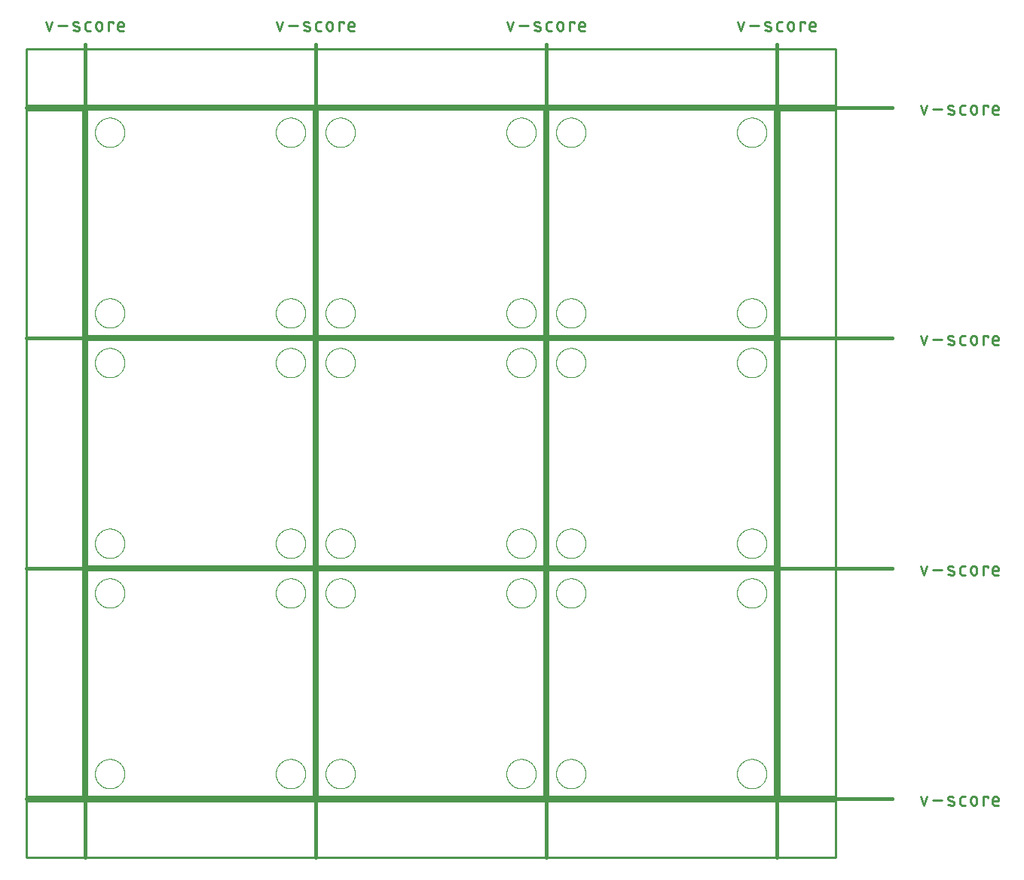
<source format=gko>
G04 EAGLE Gerber RS-274X export*
G75*
%MOMM*%
%FSLAX34Y34*%
%LPD*%
%IN*%
%IPPOS*%
%AMOC8*
5,1,8,0,0,1.08239X$1,22.5*%
G01*
%ADD10C,0.203200*%
%ADD11C,0.381000*%
%ADD12C,0.279400*%
%ADD13C,0.254000*%
%ADD14C,0.000000*%


D10*
X0Y0D02*
X254000Y0D01*
X254000Y254000D01*
X0Y254000D01*
X0Y0D01*
X259080Y0D02*
X513080Y0D01*
X513080Y254000D01*
X259080Y254000D01*
X259080Y0D01*
X518160Y0D02*
X772160Y0D01*
X772160Y254000D01*
X518160Y254000D01*
X518160Y0D01*
X254000Y259080D02*
X0Y259080D01*
X254000Y259080D02*
X254000Y513080D01*
X0Y513080D01*
X0Y259080D01*
X259080Y259080D02*
X513080Y259080D01*
X513080Y513080D01*
X259080Y513080D01*
X259080Y259080D01*
X518160Y259080D02*
X772160Y259080D01*
X772160Y513080D01*
X518160Y513080D01*
X518160Y259080D01*
X254000Y518160D02*
X0Y518160D01*
X254000Y518160D02*
X254000Y772160D01*
X0Y772160D01*
X0Y518160D01*
X259080Y518160D02*
X513080Y518160D01*
X513080Y772160D01*
X259080Y772160D01*
X259080Y518160D01*
X518160Y518160D02*
X772160Y518160D01*
X772160Y772160D01*
X518160Y772160D01*
X518160Y518160D01*
D11*
X-2540Y845820D02*
X-2540Y-68580D01*
D12*
X-42921Y861187D02*
X-46251Y871178D01*
X-39590Y871178D02*
X-42921Y861187D01*
X-32806Y867015D02*
X-22815Y867015D01*
X-14261Y867015D02*
X-10098Y865350D01*
X-14261Y867014D02*
X-14346Y867050D01*
X-14429Y867090D01*
X-14510Y867133D01*
X-14590Y867180D01*
X-14667Y867230D01*
X-14743Y867283D01*
X-14816Y867339D01*
X-14886Y867399D01*
X-14954Y867461D01*
X-15019Y867526D01*
X-15081Y867594D01*
X-15141Y867665D01*
X-15197Y867738D01*
X-15250Y867813D01*
X-15300Y867891D01*
X-15346Y867970D01*
X-15389Y868052D01*
X-15429Y868135D01*
X-15465Y868220D01*
X-15497Y868306D01*
X-15526Y868394D01*
X-15550Y868483D01*
X-15571Y868573D01*
X-15588Y868663D01*
X-15602Y868754D01*
X-15611Y868846D01*
X-15616Y868938D01*
X-15618Y869030D01*
X-15616Y869122D01*
X-15609Y869214D01*
X-15599Y869306D01*
X-15585Y869397D01*
X-15567Y869488D01*
X-15545Y869577D01*
X-15519Y869666D01*
X-15489Y869753D01*
X-15456Y869839D01*
X-15419Y869923D01*
X-15379Y870006D01*
X-15335Y870087D01*
X-15288Y870166D01*
X-15237Y870243D01*
X-15183Y870318D01*
X-15126Y870391D01*
X-15066Y870461D01*
X-15003Y870528D01*
X-14937Y870592D01*
X-14869Y870654D01*
X-14798Y870713D01*
X-14724Y870768D01*
X-14648Y870821D01*
X-14570Y870870D01*
X-14490Y870916D01*
X-14409Y870958D01*
X-14325Y870997D01*
X-14240Y871032D01*
X-14153Y871063D01*
X-14065Y871091D01*
X-13976Y871115D01*
X-13886Y871135D01*
X-13796Y871152D01*
X-13704Y871164D01*
X-13612Y871173D01*
X-13520Y871177D01*
X-13428Y871178D01*
X-13201Y871172D01*
X-12974Y871161D01*
X-12747Y871144D01*
X-12521Y871121D01*
X-12295Y871094D01*
X-12070Y871060D01*
X-11846Y871022D01*
X-11623Y870978D01*
X-11401Y870929D01*
X-11180Y870874D01*
X-10961Y870814D01*
X-10743Y870749D01*
X-10527Y870678D01*
X-10313Y870603D01*
X-10100Y870522D01*
X-9890Y870436D01*
X-9681Y870345D01*
X-10098Y865350D02*
X-10013Y865314D01*
X-9930Y865274D01*
X-9849Y865231D01*
X-9769Y865184D01*
X-9692Y865134D01*
X-9616Y865081D01*
X-9543Y865025D01*
X-9473Y864965D01*
X-9405Y864903D01*
X-9340Y864838D01*
X-9278Y864770D01*
X-9218Y864699D01*
X-9162Y864626D01*
X-9109Y864551D01*
X-9059Y864473D01*
X-9013Y864394D01*
X-8970Y864312D01*
X-8930Y864229D01*
X-8894Y864144D01*
X-8862Y864058D01*
X-8833Y863970D01*
X-8809Y863881D01*
X-8788Y863791D01*
X-8771Y863701D01*
X-8757Y863610D01*
X-8748Y863518D01*
X-8743Y863426D01*
X-8741Y863334D01*
X-8743Y863242D01*
X-8750Y863150D01*
X-8760Y863058D01*
X-8774Y862967D01*
X-8792Y862876D01*
X-8814Y862787D01*
X-8840Y862698D01*
X-8870Y862611D01*
X-8903Y862525D01*
X-8940Y862441D01*
X-8980Y862358D01*
X-9024Y862277D01*
X-9071Y862198D01*
X-9122Y862121D01*
X-9176Y862046D01*
X-9233Y861973D01*
X-9293Y861903D01*
X-9356Y861836D01*
X-9422Y861772D01*
X-9490Y861710D01*
X-9561Y861651D01*
X-9635Y861596D01*
X-9711Y861543D01*
X-9789Y861494D01*
X-9869Y861448D01*
X-9950Y861406D01*
X-10034Y861367D01*
X-10119Y861332D01*
X-10206Y861301D01*
X-10294Y861273D01*
X-10383Y861249D01*
X-10473Y861229D01*
X-10563Y861212D01*
X-10655Y861200D01*
X-10747Y861191D01*
X-10839Y861187D01*
X-10931Y861186D01*
X-10931Y861187D02*
X-11265Y861196D01*
X-11598Y861213D01*
X-11931Y861237D01*
X-12264Y861270D01*
X-12595Y861310D01*
X-12926Y861358D01*
X-13255Y861414D01*
X-13583Y861477D01*
X-13909Y861549D01*
X-14233Y861628D01*
X-14556Y861714D01*
X-14876Y861809D01*
X-15194Y861911D01*
X-15510Y862020D01*
X562Y861187D02*
X3892Y861187D01*
X562Y861187D02*
X464Y861189D01*
X366Y861195D01*
X268Y861204D01*
X171Y861218D01*
X75Y861235D01*
X-21Y861256D01*
X-116Y861281D01*
X-210Y861309D01*
X-303Y861341D01*
X-394Y861377D01*
X-484Y861416D01*
X-572Y861459D01*
X-659Y861506D01*
X-743Y861555D01*
X-826Y861608D01*
X-906Y861664D01*
X-985Y861723D01*
X-1060Y861786D01*
X-1134Y861851D01*
X-1204Y861919D01*
X-1272Y861989D01*
X-1338Y862063D01*
X-1400Y862139D01*
X-1459Y862217D01*
X-1515Y862297D01*
X-1568Y862380D01*
X-1618Y862464D01*
X-1664Y862551D01*
X-1707Y862639D01*
X-1746Y862729D01*
X-1782Y862820D01*
X-1814Y862913D01*
X-1842Y863007D01*
X-1867Y863102D01*
X-1888Y863198D01*
X-1905Y863294D01*
X-1919Y863391D01*
X-1928Y863489D01*
X-1934Y863587D01*
X-1936Y863685D01*
X-1936Y868680D01*
X-1934Y868778D01*
X-1928Y868876D01*
X-1919Y868974D01*
X-1905Y869071D01*
X-1888Y869167D01*
X-1867Y869263D01*
X-1842Y869358D01*
X-1814Y869452D01*
X-1782Y869545D01*
X-1746Y869636D01*
X-1707Y869726D01*
X-1664Y869814D01*
X-1617Y869901D01*
X-1568Y869985D01*
X-1515Y870068D01*
X-1459Y870148D01*
X-1400Y870226D01*
X-1337Y870302D01*
X-1272Y870376D01*
X-1204Y870446D01*
X-1134Y870514D01*
X-1060Y870579D01*
X-984Y870642D01*
X-906Y870701D01*
X-826Y870757D01*
X-743Y870810D01*
X-659Y870859D01*
X-572Y870906D01*
X-484Y870949D01*
X-394Y870988D01*
X-303Y871024D01*
X-210Y871056D01*
X-116Y871084D01*
X-21Y871109D01*
X75Y871130D01*
X171Y871147D01*
X268Y871161D01*
X366Y871170D01*
X464Y871176D01*
X562Y871178D01*
X3892Y871178D01*
X10022Y867847D02*
X10022Y864517D01*
X10022Y867847D02*
X10024Y867961D01*
X10030Y868074D01*
X10039Y868188D01*
X10053Y868300D01*
X10070Y868413D01*
X10092Y868525D01*
X10117Y868635D01*
X10145Y868745D01*
X10178Y868854D01*
X10214Y868962D01*
X10254Y869069D01*
X10298Y869174D01*
X10345Y869277D01*
X10395Y869379D01*
X10449Y869479D01*
X10507Y869577D01*
X10568Y869673D01*
X10631Y869767D01*
X10699Y869859D01*
X10769Y869949D01*
X10842Y870035D01*
X10918Y870120D01*
X10997Y870202D01*
X11079Y870281D01*
X11164Y870357D01*
X11250Y870430D01*
X11340Y870500D01*
X11432Y870568D01*
X11526Y870631D01*
X11622Y870692D01*
X11720Y870750D01*
X11820Y870804D01*
X11922Y870854D01*
X12025Y870901D01*
X12130Y870945D01*
X12237Y870985D01*
X12345Y871021D01*
X12454Y871054D01*
X12564Y871082D01*
X12674Y871107D01*
X12786Y871129D01*
X12899Y871146D01*
X13011Y871160D01*
X13125Y871169D01*
X13238Y871175D01*
X13352Y871177D01*
X13466Y871175D01*
X13579Y871169D01*
X13693Y871160D01*
X13805Y871146D01*
X13918Y871129D01*
X14030Y871107D01*
X14140Y871082D01*
X14250Y871054D01*
X14359Y871021D01*
X14467Y870985D01*
X14574Y870945D01*
X14679Y870901D01*
X14782Y870854D01*
X14884Y870804D01*
X14984Y870750D01*
X15082Y870692D01*
X15178Y870631D01*
X15272Y870568D01*
X15364Y870500D01*
X15454Y870430D01*
X15540Y870357D01*
X15625Y870281D01*
X15707Y870202D01*
X15786Y870120D01*
X15862Y870035D01*
X15935Y869949D01*
X16005Y869859D01*
X16073Y869767D01*
X16136Y869673D01*
X16197Y869577D01*
X16255Y869479D01*
X16309Y869379D01*
X16359Y869277D01*
X16406Y869174D01*
X16450Y869069D01*
X16490Y868962D01*
X16526Y868854D01*
X16559Y868745D01*
X16587Y868635D01*
X16612Y868525D01*
X16634Y868413D01*
X16651Y868300D01*
X16665Y868188D01*
X16674Y868074D01*
X16680Y867961D01*
X16682Y867847D01*
X16682Y864517D01*
X16680Y864403D01*
X16674Y864290D01*
X16665Y864176D01*
X16651Y864064D01*
X16634Y863951D01*
X16612Y863839D01*
X16587Y863729D01*
X16559Y863619D01*
X16526Y863510D01*
X16490Y863402D01*
X16450Y863295D01*
X16406Y863190D01*
X16359Y863087D01*
X16309Y862985D01*
X16255Y862885D01*
X16197Y862787D01*
X16136Y862691D01*
X16073Y862597D01*
X16005Y862505D01*
X15935Y862415D01*
X15862Y862329D01*
X15786Y862244D01*
X15707Y862162D01*
X15625Y862083D01*
X15540Y862007D01*
X15454Y861934D01*
X15364Y861864D01*
X15272Y861796D01*
X15178Y861733D01*
X15082Y861672D01*
X14984Y861614D01*
X14884Y861560D01*
X14782Y861510D01*
X14679Y861463D01*
X14574Y861419D01*
X14467Y861379D01*
X14359Y861343D01*
X14250Y861310D01*
X14140Y861282D01*
X14030Y861257D01*
X13918Y861235D01*
X13805Y861218D01*
X13693Y861204D01*
X13579Y861195D01*
X13466Y861189D01*
X13352Y861187D01*
X13238Y861189D01*
X13125Y861195D01*
X13011Y861204D01*
X12899Y861218D01*
X12786Y861235D01*
X12674Y861257D01*
X12564Y861282D01*
X12454Y861310D01*
X12345Y861343D01*
X12237Y861379D01*
X12130Y861419D01*
X12025Y861463D01*
X11922Y861510D01*
X11820Y861560D01*
X11720Y861614D01*
X11622Y861672D01*
X11526Y861733D01*
X11432Y861796D01*
X11340Y861864D01*
X11250Y861934D01*
X11164Y862007D01*
X11079Y862083D01*
X10997Y862162D01*
X10918Y862244D01*
X10842Y862329D01*
X10769Y862415D01*
X10699Y862505D01*
X10631Y862597D01*
X10568Y862691D01*
X10507Y862787D01*
X10449Y862885D01*
X10395Y862985D01*
X10345Y863087D01*
X10298Y863190D01*
X10254Y863295D01*
X10214Y863402D01*
X10178Y863510D01*
X10145Y863619D01*
X10117Y863729D01*
X10092Y863839D01*
X10070Y863951D01*
X10053Y864064D01*
X10039Y864176D01*
X10030Y864290D01*
X10024Y864403D01*
X10022Y864517D01*
X24218Y861187D02*
X24218Y871178D01*
X29213Y871178D01*
X29213Y869513D01*
X37008Y861187D02*
X41171Y861187D01*
X37008Y861187D02*
X36910Y861189D01*
X36812Y861195D01*
X36714Y861204D01*
X36617Y861218D01*
X36521Y861235D01*
X36425Y861256D01*
X36330Y861281D01*
X36236Y861309D01*
X36143Y861341D01*
X36052Y861377D01*
X35962Y861416D01*
X35874Y861459D01*
X35787Y861506D01*
X35703Y861555D01*
X35620Y861608D01*
X35540Y861664D01*
X35462Y861723D01*
X35386Y861786D01*
X35312Y861851D01*
X35242Y861919D01*
X35174Y861989D01*
X35109Y862063D01*
X35046Y862139D01*
X34987Y862217D01*
X34931Y862297D01*
X34878Y862380D01*
X34829Y862464D01*
X34782Y862551D01*
X34739Y862639D01*
X34700Y862729D01*
X34664Y862820D01*
X34632Y862913D01*
X34604Y863007D01*
X34579Y863102D01*
X34558Y863198D01*
X34541Y863294D01*
X34527Y863391D01*
X34518Y863489D01*
X34512Y863587D01*
X34510Y863685D01*
X34510Y867847D01*
X34511Y867847D02*
X34513Y867961D01*
X34519Y868074D01*
X34528Y868188D01*
X34542Y868300D01*
X34559Y868413D01*
X34581Y868525D01*
X34606Y868635D01*
X34634Y868745D01*
X34667Y868854D01*
X34703Y868962D01*
X34743Y869069D01*
X34787Y869174D01*
X34834Y869277D01*
X34884Y869379D01*
X34938Y869479D01*
X34996Y869577D01*
X35057Y869673D01*
X35120Y869767D01*
X35188Y869859D01*
X35258Y869949D01*
X35331Y870035D01*
X35407Y870120D01*
X35486Y870202D01*
X35568Y870281D01*
X35653Y870357D01*
X35739Y870430D01*
X35829Y870500D01*
X35921Y870568D01*
X36015Y870631D01*
X36111Y870692D01*
X36209Y870750D01*
X36309Y870804D01*
X36411Y870854D01*
X36514Y870901D01*
X36619Y870945D01*
X36726Y870985D01*
X36834Y871021D01*
X36943Y871054D01*
X37053Y871082D01*
X37163Y871107D01*
X37275Y871129D01*
X37388Y871146D01*
X37500Y871160D01*
X37614Y871169D01*
X37727Y871175D01*
X37841Y871177D01*
X37955Y871175D01*
X38068Y871169D01*
X38182Y871160D01*
X38294Y871146D01*
X38407Y871129D01*
X38519Y871107D01*
X38629Y871082D01*
X38739Y871054D01*
X38848Y871021D01*
X38956Y870985D01*
X39063Y870945D01*
X39168Y870901D01*
X39271Y870854D01*
X39373Y870804D01*
X39473Y870750D01*
X39571Y870692D01*
X39667Y870631D01*
X39761Y870568D01*
X39853Y870500D01*
X39943Y870430D01*
X40029Y870357D01*
X40114Y870281D01*
X40196Y870202D01*
X40275Y870120D01*
X40351Y870035D01*
X40424Y869949D01*
X40494Y869859D01*
X40562Y869767D01*
X40625Y869673D01*
X40686Y869577D01*
X40744Y869479D01*
X40798Y869379D01*
X40848Y869277D01*
X40895Y869174D01*
X40939Y869069D01*
X40979Y868962D01*
X41015Y868854D01*
X41048Y868745D01*
X41076Y868635D01*
X41101Y868525D01*
X41123Y868413D01*
X41140Y868300D01*
X41154Y868188D01*
X41163Y868074D01*
X41169Y867961D01*
X41171Y867847D01*
X41171Y866182D01*
X34510Y866182D01*
D11*
X256540Y845820D02*
X256540Y-68580D01*
D12*
X216159Y861187D02*
X212829Y871178D01*
X219490Y871178D02*
X216159Y861187D01*
X226274Y867015D02*
X236265Y867015D01*
X244819Y867015D02*
X248982Y865350D01*
X244819Y867014D02*
X244734Y867050D01*
X244651Y867090D01*
X244570Y867133D01*
X244490Y867180D01*
X244413Y867230D01*
X244337Y867283D01*
X244264Y867339D01*
X244194Y867399D01*
X244126Y867461D01*
X244061Y867526D01*
X243999Y867594D01*
X243939Y867665D01*
X243883Y867738D01*
X243830Y867813D01*
X243780Y867891D01*
X243734Y867970D01*
X243691Y868052D01*
X243651Y868135D01*
X243615Y868220D01*
X243583Y868306D01*
X243554Y868394D01*
X243530Y868483D01*
X243509Y868573D01*
X243492Y868663D01*
X243478Y868754D01*
X243469Y868846D01*
X243464Y868938D01*
X243462Y869030D01*
X243464Y869122D01*
X243471Y869214D01*
X243481Y869306D01*
X243495Y869397D01*
X243513Y869488D01*
X243535Y869577D01*
X243561Y869666D01*
X243591Y869753D01*
X243624Y869839D01*
X243661Y869923D01*
X243701Y870006D01*
X243745Y870087D01*
X243792Y870166D01*
X243843Y870243D01*
X243897Y870318D01*
X243954Y870391D01*
X244014Y870461D01*
X244077Y870528D01*
X244143Y870592D01*
X244211Y870654D01*
X244282Y870713D01*
X244356Y870768D01*
X244432Y870821D01*
X244510Y870870D01*
X244590Y870916D01*
X244671Y870958D01*
X244755Y870997D01*
X244840Y871032D01*
X244927Y871063D01*
X245015Y871091D01*
X245104Y871115D01*
X245194Y871135D01*
X245284Y871152D01*
X245376Y871164D01*
X245468Y871173D01*
X245560Y871177D01*
X245652Y871178D01*
X245879Y871172D01*
X246106Y871161D01*
X246333Y871144D01*
X246559Y871121D01*
X246785Y871094D01*
X247010Y871060D01*
X247234Y871022D01*
X247457Y870978D01*
X247679Y870929D01*
X247900Y870874D01*
X248119Y870814D01*
X248337Y870749D01*
X248553Y870678D01*
X248767Y870603D01*
X248980Y870522D01*
X249190Y870436D01*
X249399Y870345D01*
X248982Y865350D02*
X249067Y865314D01*
X249150Y865274D01*
X249231Y865231D01*
X249311Y865184D01*
X249388Y865134D01*
X249464Y865081D01*
X249537Y865025D01*
X249607Y864965D01*
X249675Y864903D01*
X249740Y864838D01*
X249802Y864770D01*
X249862Y864699D01*
X249918Y864626D01*
X249971Y864551D01*
X250021Y864473D01*
X250067Y864394D01*
X250110Y864312D01*
X250150Y864229D01*
X250186Y864144D01*
X250218Y864058D01*
X250247Y863970D01*
X250271Y863881D01*
X250292Y863791D01*
X250309Y863701D01*
X250323Y863610D01*
X250332Y863518D01*
X250337Y863426D01*
X250339Y863334D01*
X250337Y863242D01*
X250330Y863150D01*
X250320Y863058D01*
X250306Y862967D01*
X250288Y862876D01*
X250266Y862787D01*
X250240Y862698D01*
X250210Y862611D01*
X250177Y862525D01*
X250140Y862441D01*
X250100Y862358D01*
X250056Y862277D01*
X250009Y862198D01*
X249958Y862121D01*
X249904Y862046D01*
X249847Y861973D01*
X249787Y861903D01*
X249724Y861836D01*
X249658Y861772D01*
X249590Y861710D01*
X249519Y861651D01*
X249445Y861596D01*
X249369Y861543D01*
X249291Y861494D01*
X249211Y861448D01*
X249130Y861406D01*
X249046Y861367D01*
X248961Y861332D01*
X248874Y861301D01*
X248786Y861273D01*
X248697Y861249D01*
X248607Y861229D01*
X248517Y861212D01*
X248425Y861200D01*
X248333Y861191D01*
X248241Y861187D01*
X248149Y861186D01*
X248149Y861187D02*
X247815Y861196D01*
X247482Y861213D01*
X247149Y861237D01*
X246816Y861270D01*
X246485Y861310D01*
X246154Y861358D01*
X245825Y861414D01*
X245497Y861477D01*
X245171Y861549D01*
X244847Y861628D01*
X244524Y861714D01*
X244204Y861809D01*
X243886Y861911D01*
X243570Y862020D01*
X259642Y861187D02*
X262972Y861187D01*
X259642Y861187D02*
X259544Y861189D01*
X259446Y861195D01*
X259348Y861204D01*
X259251Y861218D01*
X259155Y861235D01*
X259059Y861256D01*
X258964Y861281D01*
X258870Y861309D01*
X258777Y861341D01*
X258686Y861377D01*
X258596Y861416D01*
X258508Y861459D01*
X258421Y861506D01*
X258337Y861555D01*
X258254Y861608D01*
X258174Y861664D01*
X258096Y861723D01*
X258020Y861786D01*
X257946Y861851D01*
X257876Y861919D01*
X257808Y861989D01*
X257743Y862063D01*
X257680Y862139D01*
X257621Y862217D01*
X257565Y862297D01*
X257512Y862380D01*
X257463Y862464D01*
X257416Y862551D01*
X257373Y862639D01*
X257334Y862729D01*
X257298Y862820D01*
X257266Y862913D01*
X257238Y863007D01*
X257213Y863102D01*
X257192Y863198D01*
X257175Y863294D01*
X257161Y863391D01*
X257152Y863489D01*
X257146Y863587D01*
X257144Y863685D01*
X257144Y868680D01*
X257146Y868778D01*
X257152Y868876D01*
X257161Y868974D01*
X257175Y869071D01*
X257192Y869167D01*
X257213Y869263D01*
X257238Y869358D01*
X257266Y869452D01*
X257298Y869545D01*
X257334Y869636D01*
X257373Y869726D01*
X257416Y869814D01*
X257463Y869901D01*
X257512Y869985D01*
X257565Y870068D01*
X257621Y870148D01*
X257680Y870227D01*
X257743Y870302D01*
X257808Y870376D01*
X257876Y870446D01*
X257946Y870514D01*
X258020Y870580D01*
X258096Y870642D01*
X258174Y870701D01*
X258254Y870757D01*
X258337Y870810D01*
X258421Y870860D01*
X258508Y870906D01*
X258596Y870949D01*
X258686Y870988D01*
X258777Y871024D01*
X258870Y871056D01*
X258964Y871084D01*
X259059Y871109D01*
X259155Y871130D01*
X259251Y871147D01*
X259348Y871161D01*
X259446Y871170D01*
X259544Y871176D01*
X259642Y871178D01*
X262972Y871178D01*
X269102Y867847D02*
X269102Y864517D01*
X269102Y867847D02*
X269104Y867961D01*
X269110Y868074D01*
X269119Y868188D01*
X269133Y868300D01*
X269150Y868413D01*
X269172Y868525D01*
X269197Y868635D01*
X269225Y868745D01*
X269258Y868854D01*
X269294Y868962D01*
X269334Y869069D01*
X269378Y869174D01*
X269425Y869277D01*
X269475Y869379D01*
X269529Y869479D01*
X269587Y869577D01*
X269648Y869673D01*
X269711Y869767D01*
X269779Y869859D01*
X269849Y869949D01*
X269922Y870035D01*
X269998Y870120D01*
X270077Y870202D01*
X270159Y870281D01*
X270244Y870357D01*
X270330Y870430D01*
X270420Y870500D01*
X270512Y870568D01*
X270606Y870631D01*
X270702Y870692D01*
X270800Y870750D01*
X270900Y870804D01*
X271002Y870854D01*
X271105Y870901D01*
X271210Y870945D01*
X271317Y870985D01*
X271425Y871021D01*
X271534Y871054D01*
X271644Y871082D01*
X271754Y871107D01*
X271866Y871129D01*
X271979Y871146D01*
X272091Y871160D01*
X272205Y871169D01*
X272318Y871175D01*
X272432Y871177D01*
X272546Y871175D01*
X272659Y871169D01*
X272773Y871160D01*
X272885Y871146D01*
X272998Y871129D01*
X273110Y871107D01*
X273220Y871082D01*
X273330Y871054D01*
X273439Y871021D01*
X273547Y870985D01*
X273654Y870945D01*
X273759Y870901D01*
X273862Y870854D01*
X273964Y870804D01*
X274064Y870750D01*
X274162Y870692D01*
X274258Y870631D01*
X274352Y870568D01*
X274444Y870500D01*
X274534Y870430D01*
X274620Y870357D01*
X274705Y870281D01*
X274787Y870202D01*
X274866Y870120D01*
X274942Y870035D01*
X275015Y869949D01*
X275085Y869859D01*
X275153Y869767D01*
X275216Y869673D01*
X275277Y869577D01*
X275335Y869479D01*
X275389Y869379D01*
X275439Y869277D01*
X275486Y869174D01*
X275530Y869069D01*
X275570Y868962D01*
X275606Y868854D01*
X275639Y868745D01*
X275667Y868635D01*
X275692Y868525D01*
X275714Y868413D01*
X275731Y868300D01*
X275745Y868188D01*
X275754Y868074D01*
X275760Y867961D01*
X275762Y867847D01*
X275762Y864517D01*
X275760Y864403D01*
X275754Y864290D01*
X275745Y864176D01*
X275731Y864064D01*
X275714Y863951D01*
X275692Y863839D01*
X275667Y863729D01*
X275639Y863619D01*
X275606Y863510D01*
X275570Y863402D01*
X275530Y863295D01*
X275486Y863190D01*
X275439Y863087D01*
X275389Y862985D01*
X275335Y862885D01*
X275277Y862787D01*
X275216Y862691D01*
X275153Y862597D01*
X275085Y862505D01*
X275015Y862415D01*
X274942Y862329D01*
X274866Y862244D01*
X274787Y862162D01*
X274705Y862083D01*
X274620Y862007D01*
X274534Y861934D01*
X274444Y861864D01*
X274352Y861796D01*
X274258Y861733D01*
X274162Y861672D01*
X274064Y861614D01*
X273964Y861560D01*
X273862Y861510D01*
X273759Y861463D01*
X273654Y861419D01*
X273547Y861379D01*
X273439Y861343D01*
X273330Y861310D01*
X273220Y861282D01*
X273110Y861257D01*
X272998Y861235D01*
X272885Y861218D01*
X272773Y861204D01*
X272659Y861195D01*
X272546Y861189D01*
X272432Y861187D01*
X272318Y861189D01*
X272205Y861195D01*
X272091Y861204D01*
X271979Y861218D01*
X271866Y861235D01*
X271754Y861257D01*
X271644Y861282D01*
X271534Y861310D01*
X271425Y861343D01*
X271317Y861379D01*
X271210Y861419D01*
X271105Y861463D01*
X271002Y861510D01*
X270900Y861560D01*
X270800Y861614D01*
X270702Y861672D01*
X270606Y861733D01*
X270512Y861796D01*
X270420Y861864D01*
X270330Y861934D01*
X270244Y862007D01*
X270159Y862083D01*
X270077Y862162D01*
X269998Y862244D01*
X269922Y862329D01*
X269849Y862415D01*
X269779Y862505D01*
X269711Y862597D01*
X269648Y862691D01*
X269587Y862787D01*
X269529Y862885D01*
X269475Y862985D01*
X269425Y863087D01*
X269378Y863190D01*
X269334Y863295D01*
X269294Y863402D01*
X269258Y863510D01*
X269225Y863619D01*
X269197Y863729D01*
X269172Y863839D01*
X269150Y863951D01*
X269133Y864064D01*
X269119Y864176D01*
X269110Y864290D01*
X269104Y864403D01*
X269102Y864517D01*
X283298Y861187D02*
X283298Y871178D01*
X288293Y871178D01*
X288293Y869513D01*
X296088Y861187D02*
X300251Y861187D01*
X296088Y861187D02*
X295990Y861189D01*
X295892Y861195D01*
X295794Y861204D01*
X295697Y861218D01*
X295601Y861235D01*
X295505Y861256D01*
X295410Y861281D01*
X295316Y861309D01*
X295223Y861341D01*
X295132Y861377D01*
X295042Y861416D01*
X294954Y861459D01*
X294867Y861506D01*
X294783Y861555D01*
X294700Y861608D01*
X294620Y861664D01*
X294542Y861723D01*
X294466Y861786D01*
X294392Y861851D01*
X294322Y861919D01*
X294254Y861989D01*
X294189Y862063D01*
X294126Y862139D01*
X294067Y862217D01*
X294011Y862297D01*
X293958Y862380D01*
X293909Y862464D01*
X293862Y862551D01*
X293819Y862639D01*
X293780Y862729D01*
X293744Y862820D01*
X293712Y862913D01*
X293684Y863007D01*
X293659Y863102D01*
X293638Y863198D01*
X293621Y863294D01*
X293607Y863391D01*
X293598Y863489D01*
X293592Y863587D01*
X293590Y863685D01*
X293590Y867847D01*
X293591Y867847D02*
X293593Y867961D01*
X293599Y868074D01*
X293608Y868188D01*
X293622Y868300D01*
X293639Y868413D01*
X293661Y868525D01*
X293686Y868635D01*
X293714Y868745D01*
X293747Y868854D01*
X293783Y868962D01*
X293823Y869069D01*
X293867Y869174D01*
X293914Y869277D01*
X293964Y869379D01*
X294018Y869479D01*
X294076Y869577D01*
X294137Y869673D01*
X294200Y869767D01*
X294268Y869859D01*
X294338Y869949D01*
X294411Y870035D01*
X294487Y870120D01*
X294566Y870202D01*
X294648Y870281D01*
X294733Y870357D01*
X294819Y870430D01*
X294909Y870500D01*
X295001Y870568D01*
X295095Y870631D01*
X295191Y870692D01*
X295289Y870750D01*
X295389Y870804D01*
X295491Y870854D01*
X295594Y870901D01*
X295699Y870945D01*
X295806Y870985D01*
X295914Y871021D01*
X296023Y871054D01*
X296133Y871082D01*
X296243Y871107D01*
X296355Y871129D01*
X296468Y871146D01*
X296580Y871160D01*
X296694Y871169D01*
X296807Y871175D01*
X296921Y871177D01*
X297035Y871175D01*
X297148Y871169D01*
X297262Y871160D01*
X297374Y871146D01*
X297487Y871129D01*
X297599Y871107D01*
X297709Y871082D01*
X297819Y871054D01*
X297928Y871021D01*
X298036Y870985D01*
X298143Y870945D01*
X298248Y870901D01*
X298351Y870854D01*
X298453Y870804D01*
X298553Y870750D01*
X298651Y870692D01*
X298747Y870631D01*
X298841Y870568D01*
X298933Y870500D01*
X299023Y870430D01*
X299109Y870357D01*
X299194Y870281D01*
X299276Y870202D01*
X299355Y870120D01*
X299431Y870035D01*
X299504Y869949D01*
X299574Y869859D01*
X299642Y869767D01*
X299705Y869673D01*
X299766Y869577D01*
X299824Y869479D01*
X299878Y869379D01*
X299928Y869277D01*
X299975Y869174D01*
X300019Y869069D01*
X300059Y868962D01*
X300095Y868854D01*
X300128Y868745D01*
X300156Y868635D01*
X300181Y868525D01*
X300203Y868413D01*
X300220Y868300D01*
X300234Y868188D01*
X300243Y868074D01*
X300249Y867961D01*
X300251Y867847D01*
X300251Y866182D01*
X293590Y866182D01*
D11*
X515620Y845820D02*
X515620Y-68580D01*
D12*
X475239Y861187D02*
X471909Y871178D01*
X478570Y871178D02*
X475239Y861187D01*
X485354Y867015D02*
X495345Y867015D01*
X503899Y867015D02*
X508062Y865350D01*
X503899Y867014D02*
X503814Y867050D01*
X503731Y867090D01*
X503650Y867133D01*
X503570Y867180D01*
X503493Y867230D01*
X503417Y867283D01*
X503344Y867339D01*
X503274Y867399D01*
X503206Y867461D01*
X503141Y867526D01*
X503079Y867594D01*
X503019Y867665D01*
X502963Y867738D01*
X502910Y867813D01*
X502860Y867891D01*
X502814Y867970D01*
X502771Y868052D01*
X502731Y868135D01*
X502695Y868220D01*
X502663Y868306D01*
X502634Y868394D01*
X502610Y868483D01*
X502589Y868573D01*
X502572Y868663D01*
X502558Y868754D01*
X502549Y868846D01*
X502544Y868938D01*
X502542Y869030D01*
X502544Y869122D01*
X502551Y869214D01*
X502561Y869306D01*
X502575Y869397D01*
X502593Y869488D01*
X502615Y869577D01*
X502641Y869666D01*
X502671Y869753D01*
X502704Y869839D01*
X502741Y869923D01*
X502781Y870006D01*
X502825Y870087D01*
X502872Y870166D01*
X502923Y870243D01*
X502977Y870318D01*
X503034Y870391D01*
X503094Y870461D01*
X503157Y870528D01*
X503223Y870592D01*
X503291Y870654D01*
X503362Y870713D01*
X503436Y870768D01*
X503512Y870821D01*
X503590Y870870D01*
X503670Y870916D01*
X503751Y870958D01*
X503835Y870997D01*
X503920Y871032D01*
X504007Y871063D01*
X504095Y871091D01*
X504184Y871115D01*
X504274Y871135D01*
X504364Y871152D01*
X504456Y871164D01*
X504548Y871173D01*
X504640Y871177D01*
X504732Y871178D01*
X504959Y871172D01*
X505186Y871161D01*
X505413Y871144D01*
X505639Y871121D01*
X505865Y871094D01*
X506090Y871060D01*
X506314Y871022D01*
X506537Y870978D01*
X506759Y870929D01*
X506980Y870874D01*
X507199Y870814D01*
X507417Y870749D01*
X507633Y870678D01*
X507847Y870603D01*
X508060Y870522D01*
X508270Y870436D01*
X508479Y870345D01*
X508062Y865350D02*
X508147Y865314D01*
X508230Y865274D01*
X508311Y865231D01*
X508391Y865184D01*
X508468Y865134D01*
X508544Y865081D01*
X508617Y865025D01*
X508687Y864965D01*
X508755Y864903D01*
X508820Y864838D01*
X508882Y864770D01*
X508942Y864699D01*
X508998Y864626D01*
X509051Y864551D01*
X509101Y864473D01*
X509147Y864394D01*
X509190Y864312D01*
X509230Y864229D01*
X509266Y864144D01*
X509298Y864058D01*
X509327Y863970D01*
X509351Y863881D01*
X509372Y863791D01*
X509389Y863701D01*
X509403Y863610D01*
X509412Y863518D01*
X509417Y863426D01*
X509419Y863334D01*
X509417Y863242D01*
X509410Y863150D01*
X509400Y863058D01*
X509386Y862967D01*
X509368Y862876D01*
X509346Y862787D01*
X509320Y862698D01*
X509290Y862611D01*
X509257Y862525D01*
X509220Y862441D01*
X509180Y862358D01*
X509136Y862277D01*
X509089Y862198D01*
X509038Y862121D01*
X508984Y862046D01*
X508927Y861973D01*
X508867Y861903D01*
X508804Y861836D01*
X508738Y861772D01*
X508670Y861710D01*
X508599Y861651D01*
X508525Y861596D01*
X508449Y861543D01*
X508371Y861494D01*
X508291Y861448D01*
X508210Y861406D01*
X508126Y861367D01*
X508041Y861332D01*
X507954Y861301D01*
X507866Y861273D01*
X507777Y861249D01*
X507687Y861229D01*
X507597Y861212D01*
X507505Y861200D01*
X507413Y861191D01*
X507321Y861187D01*
X507229Y861186D01*
X507229Y861187D02*
X506895Y861196D01*
X506562Y861213D01*
X506229Y861237D01*
X505896Y861270D01*
X505565Y861310D01*
X505234Y861358D01*
X504905Y861414D01*
X504577Y861477D01*
X504251Y861549D01*
X503927Y861628D01*
X503604Y861714D01*
X503284Y861809D01*
X502966Y861911D01*
X502650Y862020D01*
X518722Y861187D02*
X522052Y861187D01*
X518722Y861187D02*
X518624Y861189D01*
X518526Y861195D01*
X518428Y861204D01*
X518331Y861218D01*
X518235Y861235D01*
X518139Y861256D01*
X518044Y861281D01*
X517950Y861309D01*
X517857Y861341D01*
X517766Y861377D01*
X517676Y861416D01*
X517588Y861459D01*
X517501Y861506D01*
X517417Y861555D01*
X517334Y861608D01*
X517254Y861664D01*
X517176Y861723D01*
X517100Y861786D01*
X517026Y861851D01*
X516956Y861919D01*
X516888Y861989D01*
X516823Y862063D01*
X516760Y862139D01*
X516701Y862217D01*
X516645Y862297D01*
X516592Y862380D01*
X516543Y862464D01*
X516496Y862551D01*
X516453Y862639D01*
X516414Y862729D01*
X516378Y862820D01*
X516346Y862913D01*
X516318Y863007D01*
X516293Y863102D01*
X516272Y863198D01*
X516255Y863294D01*
X516241Y863391D01*
X516232Y863489D01*
X516226Y863587D01*
X516224Y863685D01*
X516224Y868680D01*
X516226Y868778D01*
X516232Y868876D01*
X516241Y868974D01*
X516255Y869071D01*
X516272Y869167D01*
X516293Y869263D01*
X516318Y869358D01*
X516346Y869452D01*
X516378Y869545D01*
X516414Y869636D01*
X516453Y869726D01*
X516496Y869814D01*
X516543Y869901D01*
X516592Y869985D01*
X516645Y870068D01*
X516701Y870148D01*
X516760Y870227D01*
X516823Y870302D01*
X516888Y870376D01*
X516956Y870446D01*
X517026Y870514D01*
X517100Y870580D01*
X517176Y870642D01*
X517254Y870701D01*
X517334Y870757D01*
X517417Y870810D01*
X517501Y870860D01*
X517588Y870906D01*
X517676Y870949D01*
X517766Y870988D01*
X517857Y871024D01*
X517950Y871056D01*
X518044Y871084D01*
X518139Y871109D01*
X518235Y871130D01*
X518331Y871147D01*
X518428Y871161D01*
X518526Y871170D01*
X518624Y871176D01*
X518722Y871178D01*
X522052Y871178D01*
X528182Y867847D02*
X528182Y864517D01*
X528182Y867847D02*
X528184Y867961D01*
X528190Y868074D01*
X528199Y868188D01*
X528213Y868300D01*
X528230Y868413D01*
X528252Y868525D01*
X528277Y868635D01*
X528305Y868745D01*
X528338Y868854D01*
X528374Y868962D01*
X528414Y869069D01*
X528458Y869174D01*
X528505Y869277D01*
X528555Y869379D01*
X528609Y869479D01*
X528667Y869577D01*
X528728Y869673D01*
X528791Y869767D01*
X528859Y869859D01*
X528929Y869949D01*
X529002Y870035D01*
X529078Y870120D01*
X529157Y870202D01*
X529239Y870281D01*
X529324Y870357D01*
X529410Y870430D01*
X529500Y870500D01*
X529592Y870568D01*
X529686Y870631D01*
X529782Y870692D01*
X529880Y870750D01*
X529980Y870804D01*
X530082Y870854D01*
X530185Y870901D01*
X530290Y870945D01*
X530397Y870985D01*
X530505Y871021D01*
X530614Y871054D01*
X530724Y871082D01*
X530834Y871107D01*
X530946Y871129D01*
X531059Y871146D01*
X531171Y871160D01*
X531285Y871169D01*
X531398Y871175D01*
X531512Y871177D01*
X531626Y871175D01*
X531739Y871169D01*
X531853Y871160D01*
X531965Y871146D01*
X532078Y871129D01*
X532190Y871107D01*
X532300Y871082D01*
X532410Y871054D01*
X532519Y871021D01*
X532627Y870985D01*
X532734Y870945D01*
X532839Y870901D01*
X532942Y870854D01*
X533044Y870804D01*
X533144Y870750D01*
X533242Y870692D01*
X533338Y870631D01*
X533432Y870568D01*
X533524Y870500D01*
X533614Y870430D01*
X533700Y870357D01*
X533785Y870281D01*
X533867Y870202D01*
X533946Y870120D01*
X534022Y870035D01*
X534095Y869949D01*
X534165Y869859D01*
X534233Y869767D01*
X534296Y869673D01*
X534357Y869577D01*
X534415Y869479D01*
X534469Y869379D01*
X534519Y869277D01*
X534566Y869174D01*
X534610Y869069D01*
X534650Y868962D01*
X534686Y868854D01*
X534719Y868745D01*
X534747Y868635D01*
X534772Y868525D01*
X534794Y868413D01*
X534811Y868300D01*
X534825Y868188D01*
X534834Y868074D01*
X534840Y867961D01*
X534842Y867847D01*
X534842Y864517D01*
X534840Y864403D01*
X534834Y864290D01*
X534825Y864176D01*
X534811Y864064D01*
X534794Y863951D01*
X534772Y863839D01*
X534747Y863729D01*
X534719Y863619D01*
X534686Y863510D01*
X534650Y863402D01*
X534610Y863295D01*
X534566Y863190D01*
X534519Y863087D01*
X534469Y862985D01*
X534415Y862885D01*
X534357Y862787D01*
X534296Y862691D01*
X534233Y862597D01*
X534165Y862505D01*
X534095Y862415D01*
X534022Y862329D01*
X533946Y862244D01*
X533867Y862162D01*
X533785Y862083D01*
X533700Y862007D01*
X533614Y861934D01*
X533524Y861864D01*
X533432Y861796D01*
X533338Y861733D01*
X533242Y861672D01*
X533144Y861614D01*
X533044Y861560D01*
X532942Y861510D01*
X532839Y861463D01*
X532734Y861419D01*
X532627Y861379D01*
X532519Y861343D01*
X532410Y861310D01*
X532300Y861282D01*
X532190Y861257D01*
X532078Y861235D01*
X531965Y861218D01*
X531853Y861204D01*
X531739Y861195D01*
X531626Y861189D01*
X531512Y861187D01*
X531398Y861189D01*
X531285Y861195D01*
X531171Y861204D01*
X531059Y861218D01*
X530946Y861235D01*
X530834Y861257D01*
X530724Y861282D01*
X530614Y861310D01*
X530505Y861343D01*
X530397Y861379D01*
X530290Y861419D01*
X530185Y861463D01*
X530082Y861510D01*
X529980Y861560D01*
X529880Y861614D01*
X529782Y861672D01*
X529686Y861733D01*
X529592Y861796D01*
X529500Y861864D01*
X529410Y861934D01*
X529324Y862007D01*
X529239Y862083D01*
X529157Y862162D01*
X529078Y862244D01*
X529002Y862329D01*
X528929Y862415D01*
X528859Y862505D01*
X528791Y862597D01*
X528728Y862691D01*
X528667Y862787D01*
X528609Y862885D01*
X528555Y862985D01*
X528505Y863087D01*
X528458Y863190D01*
X528414Y863295D01*
X528374Y863402D01*
X528338Y863510D01*
X528305Y863619D01*
X528277Y863729D01*
X528252Y863839D01*
X528230Y863951D01*
X528213Y864064D01*
X528199Y864176D01*
X528190Y864290D01*
X528184Y864403D01*
X528182Y864517D01*
X542378Y861187D02*
X542378Y871178D01*
X547373Y871178D01*
X547373Y869513D01*
X555168Y861187D02*
X559331Y861187D01*
X555168Y861187D02*
X555070Y861189D01*
X554972Y861195D01*
X554874Y861204D01*
X554777Y861218D01*
X554681Y861235D01*
X554585Y861256D01*
X554490Y861281D01*
X554396Y861309D01*
X554303Y861341D01*
X554212Y861377D01*
X554122Y861416D01*
X554034Y861459D01*
X553947Y861506D01*
X553863Y861555D01*
X553780Y861608D01*
X553700Y861664D01*
X553622Y861723D01*
X553546Y861786D01*
X553472Y861851D01*
X553402Y861919D01*
X553334Y861989D01*
X553269Y862063D01*
X553206Y862139D01*
X553147Y862217D01*
X553091Y862297D01*
X553038Y862380D01*
X552989Y862464D01*
X552942Y862551D01*
X552899Y862639D01*
X552860Y862729D01*
X552824Y862820D01*
X552792Y862913D01*
X552764Y863007D01*
X552739Y863102D01*
X552718Y863198D01*
X552701Y863294D01*
X552687Y863391D01*
X552678Y863489D01*
X552672Y863587D01*
X552670Y863685D01*
X552670Y867847D01*
X552671Y867847D02*
X552673Y867961D01*
X552679Y868074D01*
X552688Y868188D01*
X552702Y868300D01*
X552719Y868413D01*
X552741Y868525D01*
X552766Y868635D01*
X552794Y868745D01*
X552827Y868854D01*
X552863Y868962D01*
X552903Y869069D01*
X552947Y869174D01*
X552994Y869277D01*
X553044Y869379D01*
X553098Y869479D01*
X553156Y869577D01*
X553217Y869673D01*
X553280Y869767D01*
X553348Y869859D01*
X553418Y869949D01*
X553491Y870035D01*
X553567Y870120D01*
X553646Y870202D01*
X553728Y870281D01*
X553813Y870357D01*
X553899Y870430D01*
X553989Y870500D01*
X554081Y870568D01*
X554175Y870631D01*
X554271Y870692D01*
X554369Y870750D01*
X554469Y870804D01*
X554571Y870854D01*
X554674Y870901D01*
X554779Y870945D01*
X554886Y870985D01*
X554994Y871021D01*
X555103Y871054D01*
X555213Y871082D01*
X555323Y871107D01*
X555435Y871129D01*
X555548Y871146D01*
X555660Y871160D01*
X555774Y871169D01*
X555887Y871175D01*
X556001Y871177D01*
X556115Y871175D01*
X556228Y871169D01*
X556342Y871160D01*
X556454Y871146D01*
X556567Y871129D01*
X556679Y871107D01*
X556789Y871082D01*
X556899Y871054D01*
X557008Y871021D01*
X557116Y870985D01*
X557223Y870945D01*
X557328Y870901D01*
X557431Y870854D01*
X557533Y870804D01*
X557633Y870750D01*
X557731Y870692D01*
X557827Y870631D01*
X557921Y870568D01*
X558013Y870500D01*
X558103Y870430D01*
X558189Y870357D01*
X558274Y870281D01*
X558356Y870202D01*
X558435Y870120D01*
X558511Y870035D01*
X558584Y869949D01*
X558654Y869859D01*
X558722Y869767D01*
X558785Y869673D01*
X558846Y869577D01*
X558904Y869479D01*
X558958Y869379D01*
X559008Y869277D01*
X559055Y869174D01*
X559099Y869069D01*
X559139Y868962D01*
X559175Y868854D01*
X559208Y868745D01*
X559236Y868635D01*
X559261Y868525D01*
X559283Y868413D01*
X559300Y868300D01*
X559314Y868188D01*
X559323Y868074D01*
X559329Y867961D01*
X559331Y867847D01*
X559331Y866182D01*
X552670Y866182D01*
D11*
X774700Y845820D02*
X774700Y-68580D01*
D12*
X734319Y861187D02*
X730989Y871178D01*
X737650Y871178D02*
X734319Y861187D01*
X744434Y867015D02*
X754425Y867015D01*
X762979Y867015D02*
X767142Y865350D01*
X762979Y867014D02*
X762894Y867050D01*
X762811Y867090D01*
X762730Y867133D01*
X762650Y867180D01*
X762573Y867230D01*
X762497Y867283D01*
X762424Y867339D01*
X762354Y867399D01*
X762286Y867461D01*
X762221Y867526D01*
X762159Y867594D01*
X762099Y867665D01*
X762043Y867738D01*
X761990Y867813D01*
X761940Y867891D01*
X761894Y867970D01*
X761851Y868052D01*
X761811Y868135D01*
X761775Y868220D01*
X761743Y868306D01*
X761714Y868394D01*
X761690Y868483D01*
X761669Y868573D01*
X761652Y868663D01*
X761638Y868754D01*
X761629Y868846D01*
X761624Y868938D01*
X761622Y869030D01*
X761624Y869122D01*
X761631Y869214D01*
X761641Y869306D01*
X761655Y869397D01*
X761673Y869488D01*
X761695Y869577D01*
X761721Y869666D01*
X761751Y869753D01*
X761784Y869839D01*
X761821Y869923D01*
X761861Y870006D01*
X761905Y870087D01*
X761952Y870166D01*
X762003Y870243D01*
X762057Y870318D01*
X762114Y870391D01*
X762174Y870461D01*
X762237Y870528D01*
X762303Y870592D01*
X762371Y870654D01*
X762442Y870713D01*
X762516Y870768D01*
X762592Y870821D01*
X762670Y870870D01*
X762750Y870916D01*
X762831Y870958D01*
X762915Y870997D01*
X763000Y871032D01*
X763087Y871063D01*
X763175Y871091D01*
X763264Y871115D01*
X763354Y871135D01*
X763444Y871152D01*
X763536Y871164D01*
X763628Y871173D01*
X763720Y871177D01*
X763812Y871178D01*
X764039Y871172D01*
X764266Y871161D01*
X764493Y871144D01*
X764719Y871121D01*
X764945Y871094D01*
X765170Y871060D01*
X765394Y871022D01*
X765617Y870978D01*
X765839Y870929D01*
X766060Y870874D01*
X766279Y870814D01*
X766497Y870749D01*
X766713Y870678D01*
X766927Y870603D01*
X767140Y870522D01*
X767350Y870436D01*
X767559Y870345D01*
X767142Y865350D02*
X767227Y865314D01*
X767310Y865274D01*
X767391Y865231D01*
X767471Y865184D01*
X767548Y865134D01*
X767624Y865081D01*
X767697Y865025D01*
X767767Y864965D01*
X767835Y864903D01*
X767900Y864838D01*
X767962Y864770D01*
X768022Y864699D01*
X768078Y864626D01*
X768131Y864551D01*
X768181Y864473D01*
X768227Y864394D01*
X768270Y864312D01*
X768310Y864229D01*
X768346Y864144D01*
X768378Y864058D01*
X768407Y863970D01*
X768431Y863881D01*
X768452Y863791D01*
X768469Y863701D01*
X768483Y863610D01*
X768492Y863518D01*
X768497Y863426D01*
X768499Y863334D01*
X768497Y863242D01*
X768490Y863150D01*
X768480Y863058D01*
X768466Y862967D01*
X768448Y862876D01*
X768426Y862787D01*
X768400Y862698D01*
X768370Y862611D01*
X768337Y862525D01*
X768300Y862441D01*
X768260Y862358D01*
X768216Y862277D01*
X768169Y862198D01*
X768118Y862121D01*
X768064Y862046D01*
X768007Y861973D01*
X767947Y861903D01*
X767884Y861836D01*
X767818Y861772D01*
X767750Y861710D01*
X767679Y861651D01*
X767605Y861596D01*
X767529Y861543D01*
X767451Y861494D01*
X767371Y861448D01*
X767290Y861406D01*
X767206Y861367D01*
X767121Y861332D01*
X767034Y861301D01*
X766946Y861273D01*
X766857Y861249D01*
X766767Y861229D01*
X766677Y861212D01*
X766585Y861200D01*
X766493Y861191D01*
X766401Y861187D01*
X766309Y861186D01*
X766309Y861187D02*
X765975Y861196D01*
X765642Y861213D01*
X765309Y861237D01*
X764976Y861270D01*
X764645Y861310D01*
X764314Y861358D01*
X763985Y861414D01*
X763657Y861477D01*
X763331Y861549D01*
X763007Y861628D01*
X762684Y861714D01*
X762364Y861809D01*
X762046Y861911D01*
X761730Y862020D01*
X777802Y861187D02*
X781132Y861187D01*
X777802Y861187D02*
X777704Y861189D01*
X777606Y861195D01*
X777508Y861204D01*
X777411Y861218D01*
X777315Y861235D01*
X777219Y861256D01*
X777124Y861281D01*
X777030Y861309D01*
X776937Y861341D01*
X776846Y861377D01*
X776756Y861416D01*
X776668Y861459D01*
X776581Y861506D01*
X776497Y861555D01*
X776414Y861608D01*
X776334Y861664D01*
X776256Y861723D01*
X776180Y861786D01*
X776106Y861851D01*
X776036Y861919D01*
X775968Y861989D01*
X775903Y862063D01*
X775840Y862139D01*
X775781Y862217D01*
X775725Y862297D01*
X775672Y862380D01*
X775623Y862464D01*
X775576Y862551D01*
X775533Y862639D01*
X775494Y862729D01*
X775458Y862820D01*
X775426Y862913D01*
X775398Y863007D01*
X775373Y863102D01*
X775352Y863198D01*
X775335Y863294D01*
X775321Y863391D01*
X775312Y863489D01*
X775306Y863587D01*
X775304Y863685D01*
X775304Y868680D01*
X775306Y868778D01*
X775312Y868876D01*
X775321Y868974D01*
X775335Y869071D01*
X775352Y869167D01*
X775373Y869263D01*
X775398Y869358D01*
X775426Y869452D01*
X775458Y869545D01*
X775494Y869636D01*
X775533Y869726D01*
X775576Y869814D01*
X775623Y869901D01*
X775672Y869985D01*
X775725Y870068D01*
X775781Y870148D01*
X775840Y870227D01*
X775903Y870302D01*
X775968Y870376D01*
X776036Y870446D01*
X776106Y870514D01*
X776180Y870580D01*
X776256Y870642D01*
X776334Y870701D01*
X776414Y870757D01*
X776497Y870810D01*
X776581Y870860D01*
X776668Y870906D01*
X776756Y870949D01*
X776846Y870988D01*
X776937Y871024D01*
X777030Y871056D01*
X777124Y871084D01*
X777219Y871109D01*
X777315Y871130D01*
X777411Y871147D01*
X777508Y871161D01*
X777606Y871170D01*
X777704Y871176D01*
X777802Y871178D01*
X781132Y871178D01*
X787262Y867847D02*
X787262Y864517D01*
X787262Y867847D02*
X787264Y867961D01*
X787270Y868074D01*
X787279Y868188D01*
X787293Y868300D01*
X787310Y868413D01*
X787332Y868525D01*
X787357Y868635D01*
X787385Y868745D01*
X787418Y868854D01*
X787454Y868962D01*
X787494Y869069D01*
X787538Y869174D01*
X787585Y869277D01*
X787635Y869379D01*
X787689Y869479D01*
X787747Y869577D01*
X787808Y869673D01*
X787871Y869767D01*
X787939Y869859D01*
X788009Y869949D01*
X788082Y870035D01*
X788158Y870120D01*
X788237Y870202D01*
X788319Y870281D01*
X788404Y870357D01*
X788490Y870430D01*
X788580Y870500D01*
X788672Y870568D01*
X788766Y870631D01*
X788862Y870692D01*
X788960Y870750D01*
X789060Y870804D01*
X789162Y870854D01*
X789265Y870901D01*
X789370Y870945D01*
X789477Y870985D01*
X789585Y871021D01*
X789694Y871054D01*
X789804Y871082D01*
X789914Y871107D01*
X790026Y871129D01*
X790139Y871146D01*
X790251Y871160D01*
X790365Y871169D01*
X790478Y871175D01*
X790592Y871177D01*
X790706Y871175D01*
X790819Y871169D01*
X790933Y871160D01*
X791045Y871146D01*
X791158Y871129D01*
X791270Y871107D01*
X791380Y871082D01*
X791490Y871054D01*
X791599Y871021D01*
X791707Y870985D01*
X791814Y870945D01*
X791919Y870901D01*
X792022Y870854D01*
X792124Y870804D01*
X792224Y870750D01*
X792322Y870692D01*
X792418Y870631D01*
X792512Y870568D01*
X792604Y870500D01*
X792694Y870430D01*
X792780Y870357D01*
X792865Y870281D01*
X792947Y870202D01*
X793026Y870120D01*
X793102Y870035D01*
X793175Y869949D01*
X793245Y869859D01*
X793313Y869767D01*
X793376Y869673D01*
X793437Y869577D01*
X793495Y869479D01*
X793549Y869379D01*
X793599Y869277D01*
X793646Y869174D01*
X793690Y869069D01*
X793730Y868962D01*
X793766Y868854D01*
X793799Y868745D01*
X793827Y868635D01*
X793852Y868525D01*
X793874Y868413D01*
X793891Y868300D01*
X793905Y868188D01*
X793914Y868074D01*
X793920Y867961D01*
X793922Y867847D01*
X793922Y864517D01*
X793920Y864403D01*
X793914Y864290D01*
X793905Y864176D01*
X793891Y864064D01*
X793874Y863951D01*
X793852Y863839D01*
X793827Y863729D01*
X793799Y863619D01*
X793766Y863510D01*
X793730Y863402D01*
X793690Y863295D01*
X793646Y863190D01*
X793599Y863087D01*
X793549Y862985D01*
X793495Y862885D01*
X793437Y862787D01*
X793376Y862691D01*
X793313Y862597D01*
X793245Y862505D01*
X793175Y862415D01*
X793102Y862329D01*
X793026Y862244D01*
X792947Y862162D01*
X792865Y862083D01*
X792780Y862007D01*
X792694Y861934D01*
X792604Y861864D01*
X792512Y861796D01*
X792418Y861733D01*
X792322Y861672D01*
X792224Y861614D01*
X792124Y861560D01*
X792022Y861510D01*
X791919Y861463D01*
X791814Y861419D01*
X791707Y861379D01*
X791599Y861343D01*
X791490Y861310D01*
X791380Y861282D01*
X791270Y861257D01*
X791158Y861235D01*
X791045Y861218D01*
X790933Y861204D01*
X790819Y861195D01*
X790706Y861189D01*
X790592Y861187D01*
X790478Y861189D01*
X790365Y861195D01*
X790251Y861204D01*
X790139Y861218D01*
X790026Y861235D01*
X789914Y861257D01*
X789804Y861282D01*
X789694Y861310D01*
X789585Y861343D01*
X789477Y861379D01*
X789370Y861419D01*
X789265Y861463D01*
X789162Y861510D01*
X789060Y861560D01*
X788960Y861614D01*
X788862Y861672D01*
X788766Y861733D01*
X788672Y861796D01*
X788580Y861864D01*
X788490Y861934D01*
X788404Y862007D01*
X788319Y862083D01*
X788237Y862162D01*
X788158Y862244D01*
X788082Y862329D01*
X788009Y862415D01*
X787939Y862505D01*
X787871Y862597D01*
X787808Y862691D01*
X787747Y862787D01*
X787689Y862885D01*
X787635Y862985D01*
X787585Y863087D01*
X787538Y863190D01*
X787494Y863295D01*
X787454Y863402D01*
X787418Y863510D01*
X787385Y863619D01*
X787357Y863729D01*
X787332Y863839D01*
X787310Y863951D01*
X787293Y864064D01*
X787279Y864176D01*
X787270Y864290D01*
X787264Y864403D01*
X787262Y864517D01*
X801458Y861187D02*
X801458Y871178D01*
X806453Y871178D01*
X806453Y869513D01*
X814248Y861187D02*
X818411Y861187D01*
X814248Y861187D02*
X814150Y861189D01*
X814052Y861195D01*
X813954Y861204D01*
X813857Y861218D01*
X813761Y861235D01*
X813665Y861256D01*
X813570Y861281D01*
X813476Y861309D01*
X813383Y861341D01*
X813292Y861377D01*
X813202Y861416D01*
X813114Y861459D01*
X813027Y861506D01*
X812943Y861555D01*
X812860Y861608D01*
X812780Y861664D01*
X812702Y861723D01*
X812626Y861786D01*
X812552Y861851D01*
X812482Y861919D01*
X812414Y861989D01*
X812349Y862063D01*
X812286Y862139D01*
X812227Y862217D01*
X812171Y862297D01*
X812118Y862380D01*
X812069Y862464D01*
X812022Y862551D01*
X811979Y862639D01*
X811940Y862729D01*
X811904Y862820D01*
X811872Y862913D01*
X811844Y863007D01*
X811819Y863102D01*
X811798Y863198D01*
X811781Y863294D01*
X811767Y863391D01*
X811758Y863489D01*
X811752Y863587D01*
X811750Y863685D01*
X811750Y867847D01*
X811751Y867847D02*
X811753Y867961D01*
X811759Y868074D01*
X811768Y868188D01*
X811782Y868300D01*
X811799Y868413D01*
X811821Y868525D01*
X811846Y868635D01*
X811874Y868745D01*
X811907Y868854D01*
X811943Y868962D01*
X811983Y869069D01*
X812027Y869174D01*
X812074Y869277D01*
X812124Y869379D01*
X812178Y869479D01*
X812236Y869577D01*
X812297Y869673D01*
X812360Y869767D01*
X812428Y869859D01*
X812498Y869949D01*
X812571Y870035D01*
X812647Y870120D01*
X812726Y870202D01*
X812808Y870281D01*
X812893Y870357D01*
X812979Y870430D01*
X813069Y870500D01*
X813161Y870568D01*
X813255Y870631D01*
X813351Y870692D01*
X813449Y870750D01*
X813549Y870804D01*
X813651Y870854D01*
X813754Y870901D01*
X813859Y870945D01*
X813966Y870985D01*
X814074Y871021D01*
X814183Y871054D01*
X814293Y871082D01*
X814403Y871107D01*
X814515Y871129D01*
X814628Y871146D01*
X814740Y871160D01*
X814854Y871169D01*
X814967Y871175D01*
X815081Y871177D01*
X815195Y871175D01*
X815308Y871169D01*
X815422Y871160D01*
X815534Y871146D01*
X815647Y871129D01*
X815759Y871107D01*
X815869Y871082D01*
X815979Y871054D01*
X816088Y871021D01*
X816196Y870985D01*
X816303Y870945D01*
X816408Y870901D01*
X816511Y870854D01*
X816613Y870804D01*
X816713Y870750D01*
X816811Y870692D01*
X816907Y870631D01*
X817001Y870568D01*
X817093Y870500D01*
X817183Y870430D01*
X817269Y870357D01*
X817354Y870281D01*
X817436Y870202D01*
X817515Y870120D01*
X817591Y870035D01*
X817664Y869949D01*
X817734Y869859D01*
X817802Y869767D01*
X817865Y869673D01*
X817926Y869577D01*
X817984Y869479D01*
X818038Y869379D01*
X818088Y869277D01*
X818135Y869174D01*
X818179Y869069D01*
X818219Y868962D01*
X818255Y868854D01*
X818288Y868745D01*
X818316Y868635D01*
X818341Y868525D01*
X818363Y868413D01*
X818380Y868300D01*
X818394Y868188D01*
X818403Y868074D01*
X818409Y867961D01*
X818411Y867847D01*
X818411Y866182D01*
X811750Y866182D01*
D11*
X904240Y-2540D02*
X-68580Y-2540D01*
D12*
X936729Y-42D02*
X940059Y-10033D01*
X943390Y-42D01*
X950174Y-4205D02*
X960165Y-4205D01*
X968719Y-4205D02*
X972882Y-5870D01*
X968719Y-4206D02*
X968634Y-4170D01*
X968551Y-4130D01*
X968470Y-4087D01*
X968390Y-4040D01*
X968313Y-3990D01*
X968237Y-3937D01*
X968164Y-3881D01*
X968094Y-3821D01*
X968026Y-3759D01*
X967961Y-3694D01*
X967899Y-3626D01*
X967839Y-3555D01*
X967783Y-3482D01*
X967730Y-3407D01*
X967680Y-3329D01*
X967634Y-3250D01*
X967591Y-3168D01*
X967551Y-3085D01*
X967515Y-3000D01*
X967483Y-2914D01*
X967454Y-2826D01*
X967430Y-2737D01*
X967409Y-2647D01*
X967392Y-2557D01*
X967378Y-2466D01*
X967369Y-2374D01*
X967364Y-2282D01*
X967362Y-2190D01*
X967364Y-2098D01*
X967371Y-2006D01*
X967381Y-1914D01*
X967395Y-1823D01*
X967413Y-1732D01*
X967435Y-1643D01*
X967461Y-1554D01*
X967491Y-1467D01*
X967524Y-1381D01*
X967561Y-1297D01*
X967601Y-1214D01*
X967645Y-1133D01*
X967692Y-1054D01*
X967743Y-977D01*
X967797Y-902D01*
X967854Y-829D01*
X967914Y-759D01*
X967977Y-692D01*
X968043Y-628D01*
X968111Y-566D01*
X968182Y-507D01*
X968256Y-452D01*
X968332Y-399D01*
X968410Y-350D01*
X968490Y-304D01*
X968571Y-262D01*
X968655Y-223D01*
X968740Y-188D01*
X968827Y-157D01*
X968915Y-129D01*
X969004Y-105D01*
X969094Y-85D01*
X969184Y-68D01*
X969276Y-56D01*
X969368Y-47D01*
X969460Y-43D01*
X969552Y-42D01*
X969779Y-48D01*
X970006Y-59D01*
X970233Y-76D01*
X970459Y-99D01*
X970685Y-126D01*
X970910Y-160D01*
X971134Y-198D01*
X971357Y-242D01*
X971579Y-291D01*
X971800Y-346D01*
X972019Y-406D01*
X972237Y-471D01*
X972453Y-542D01*
X972667Y-617D01*
X972880Y-698D01*
X973090Y-784D01*
X973299Y-875D01*
X972882Y-5870D02*
X972967Y-5906D01*
X973050Y-5946D01*
X973131Y-5989D01*
X973211Y-6036D01*
X973288Y-6086D01*
X973364Y-6139D01*
X973437Y-6195D01*
X973507Y-6255D01*
X973575Y-6317D01*
X973640Y-6382D01*
X973702Y-6450D01*
X973762Y-6521D01*
X973818Y-6594D01*
X973871Y-6669D01*
X973921Y-6747D01*
X973967Y-6826D01*
X974010Y-6908D01*
X974050Y-6991D01*
X974086Y-7076D01*
X974118Y-7162D01*
X974147Y-7250D01*
X974171Y-7339D01*
X974192Y-7429D01*
X974209Y-7519D01*
X974223Y-7610D01*
X974232Y-7702D01*
X974237Y-7794D01*
X974239Y-7886D01*
X974237Y-7978D01*
X974230Y-8070D01*
X974220Y-8162D01*
X974206Y-8253D01*
X974188Y-8344D01*
X974166Y-8433D01*
X974140Y-8522D01*
X974110Y-8609D01*
X974077Y-8695D01*
X974040Y-8779D01*
X974000Y-8862D01*
X973956Y-8943D01*
X973909Y-9022D01*
X973858Y-9099D01*
X973804Y-9174D01*
X973747Y-9247D01*
X973687Y-9317D01*
X973624Y-9384D01*
X973558Y-9448D01*
X973490Y-9510D01*
X973419Y-9569D01*
X973345Y-9624D01*
X973269Y-9677D01*
X973191Y-9726D01*
X973111Y-9772D01*
X973030Y-9814D01*
X972946Y-9853D01*
X972861Y-9888D01*
X972774Y-9919D01*
X972686Y-9947D01*
X972597Y-9971D01*
X972507Y-9991D01*
X972417Y-10008D01*
X972325Y-10020D01*
X972233Y-10029D01*
X972141Y-10033D01*
X972049Y-10034D01*
X972049Y-10033D02*
X971715Y-10024D01*
X971382Y-10007D01*
X971049Y-9983D01*
X970716Y-9950D01*
X970385Y-9910D01*
X970054Y-9862D01*
X969725Y-9806D01*
X969397Y-9743D01*
X969071Y-9671D01*
X968747Y-9592D01*
X968424Y-9506D01*
X968104Y-9411D01*
X967786Y-9309D01*
X967470Y-9200D01*
X983542Y-10033D02*
X986872Y-10033D01*
X983542Y-10033D02*
X983444Y-10031D01*
X983346Y-10025D01*
X983248Y-10016D01*
X983151Y-10002D01*
X983055Y-9985D01*
X982959Y-9964D01*
X982864Y-9939D01*
X982770Y-9911D01*
X982677Y-9879D01*
X982586Y-9843D01*
X982496Y-9804D01*
X982408Y-9761D01*
X982321Y-9714D01*
X982237Y-9665D01*
X982154Y-9612D01*
X982074Y-9556D01*
X981996Y-9497D01*
X981920Y-9435D01*
X981846Y-9369D01*
X981776Y-9301D01*
X981708Y-9231D01*
X981643Y-9157D01*
X981580Y-9082D01*
X981521Y-9003D01*
X981465Y-8923D01*
X981412Y-8840D01*
X981363Y-8756D01*
X981316Y-8669D01*
X981273Y-8581D01*
X981234Y-8491D01*
X981198Y-8400D01*
X981166Y-8307D01*
X981138Y-8213D01*
X981113Y-8118D01*
X981092Y-8022D01*
X981075Y-7926D01*
X981061Y-7829D01*
X981052Y-7731D01*
X981046Y-7633D01*
X981044Y-7535D01*
X981044Y-2540D01*
X981046Y-2442D01*
X981052Y-2344D01*
X981061Y-2246D01*
X981075Y-2149D01*
X981092Y-2053D01*
X981113Y-1957D01*
X981138Y-1862D01*
X981166Y-1768D01*
X981198Y-1675D01*
X981234Y-1584D01*
X981273Y-1494D01*
X981316Y-1406D01*
X981363Y-1319D01*
X981412Y-1235D01*
X981465Y-1152D01*
X981521Y-1072D01*
X981580Y-994D01*
X981643Y-918D01*
X981708Y-844D01*
X981776Y-774D01*
X981846Y-706D01*
X981920Y-641D01*
X981996Y-578D01*
X982074Y-519D01*
X982154Y-463D01*
X982237Y-410D01*
X982321Y-361D01*
X982408Y-314D01*
X982496Y-271D01*
X982586Y-232D01*
X982677Y-196D01*
X982770Y-164D01*
X982864Y-136D01*
X982959Y-111D01*
X983055Y-90D01*
X983151Y-73D01*
X983248Y-59D01*
X983346Y-50D01*
X983444Y-44D01*
X983542Y-42D01*
X986872Y-42D01*
X993002Y-3373D02*
X993002Y-6703D01*
X993002Y-3373D02*
X993004Y-3259D01*
X993010Y-3146D01*
X993019Y-3032D01*
X993033Y-2920D01*
X993050Y-2807D01*
X993072Y-2695D01*
X993097Y-2585D01*
X993125Y-2475D01*
X993158Y-2366D01*
X993194Y-2258D01*
X993234Y-2151D01*
X993278Y-2046D01*
X993325Y-1943D01*
X993375Y-1841D01*
X993429Y-1741D01*
X993487Y-1643D01*
X993548Y-1547D01*
X993611Y-1453D01*
X993679Y-1361D01*
X993749Y-1271D01*
X993822Y-1185D01*
X993898Y-1100D01*
X993977Y-1018D01*
X994059Y-939D01*
X994144Y-863D01*
X994230Y-790D01*
X994320Y-720D01*
X994412Y-652D01*
X994506Y-589D01*
X994602Y-528D01*
X994700Y-470D01*
X994800Y-416D01*
X994902Y-366D01*
X995005Y-319D01*
X995110Y-275D01*
X995217Y-235D01*
X995325Y-199D01*
X995434Y-166D01*
X995544Y-138D01*
X995654Y-113D01*
X995766Y-91D01*
X995879Y-74D01*
X995991Y-60D01*
X996105Y-51D01*
X996218Y-45D01*
X996332Y-43D01*
X996446Y-45D01*
X996559Y-51D01*
X996673Y-60D01*
X996785Y-74D01*
X996898Y-91D01*
X997010Y-113D01*
X997120Y-138D01*
X997230Y-166D01*
X997339Y-199D01*
X997447Y-235D01*
X997554Y-275D01*
X997659Y-319D01*
X997762Y-366D01*
X997864Y-416D01*
X997964Y-470D01*
X998062Y-528D01*
X998158Y-589D01*
X998252Y-652D01*
X998344Y-720D01*
X998434Y-790D01*
X998520Y-863D01*
X998605Y-939D01*
X998687Y-1018D01*
X998766Y-1100D01*
X998842Y-1185D01*
X998915Y-1271D01*
X998985Y-1361D01*
X999053Y-1453D01*
X999116Y-1547D01*
X999177Y-1643D01*
X999235Y-1741D01*
X999289Y-1841D01*
X999339Y-1943D01*
X999386Y-2046D01*
X999430Y-2151D01*
X999470Y-2258D01*
X999506Y-2366D01*
X999539Y-2475D01*
X999567Y-2585D01*
X999592Y-2695D01*
X999614Y-2807D01*
X999631Y-2920D01*
X999645Y-3032D01*
X999654Y-3146D01*
X999660Y-3259D01*
X999662Y-3373D01*
X999662Y-6703D01*
X999660Y-6817D01*
X999654Y-6930D01*
X999645Y-7044D01*
X999631Y-7156D01*
X999614Y-7269D01*
X999592Y-7381D01*
X999567Y-7491D01*
X999539Y-7601D01*
X999506Y-7710D01*
X999470Y-7818D01*
X999430Y-7925D01*
X999386Y-8030D01*
X999339Y-8133D01*
X999289Y-8235D01*
X999235Y-8335D01*
X999177Y-8433D01*
X999116Y-8529D01*
X999053Y-8623D01*
X998985Y-8715D01*
X998915Y-8805D01*
X998842Y-8891D01*
X998766Y-8976D01*
X998687Y-9058D01*
X998605Y-9137D01*
X998520Y-9213D01*
X998434Y-9286D01*
X998344Y-9356D01*
X998252Y-9424D01*
X998158Y-9487D01*
X998062Y-9548D01*
X997964Y-9606D01*
X997864Y-9660D01*
X997762Y-9710D01*
X997659Y-9757D01*
X997554Y-9801D01*
X997447Y-9841D01*
X997339Y-9877D01*
X997230Y-9910D01*
X997120Y-9938D01*
X997010Y-9963D01*
X996898Y-9985D01*
X996785Y-10002D01*
X996673Y-10016D01*
X996559Y-10025D01*
X996446Y-10031D01*
X996332Y-10033D01*
X996218Y-10031D01*
X996105Y-10025D01*
X995991Y-10016D01*
X995879Y-10002D01*
X995766Y-9985D01*
X995654Y-9963D01*
X995544Y-9938D01*
X995434Y-9910D01*
X995325Y-9877D01*
X995217Y-9841D01*
X995110Y-9801D01*
X995005Y-9757D01*
X994902Y-9710D01*
X994800Y-9660D01*
X994700Y-9606D01*
X994602Y-9548D01*
X994506Y-9487D01*
X994412Y-9424D01*
X994320Y-9356D01*
X994230Y-9286D01*
X994144Y-9213D01*
X994059Y-9137D01*
X993977Y-9058D01*
X993898Y-8976D01*
X993822Y-8891D01*
X993749Y-8805D01*
X993679Y-8715D01*
X993611Y-8623D01*
X993548Y-8529D01*
X993487Y-8433D01*
X993429Y-8335D01*
X993375Y-8235D01*
X993325Y-8133D01*
X993278Y-8030D01*
X993234Y-7925D01*
X993194Y-7818D01*
X993158Y-7710D01*
X993125Y-7601D01*
X993097Y-7491D01*
X993072Y-7381D01*
X993050Y-7269D01*
X993033Y-7156D01*
X993019Y-7044D01*
X993010Y-6930D01*
X993004Y-6817D01*
X993002Y-6703D01*
X1007198Y-10033D02*
X1007198Y-42D01*
X1012193Y-42D01*
X1012193Y-1707D01*
X1019988Y-10033D02*
X1024151Y-10033D01*
X1019988Y-10033D02*
X1019890Y-10031D01*
X1019792Y-10025D01*
X1019694Y-10016D01*
X1019597Y-10002D01*
X1019501Y-9985D01*
X1019405Y-9964D01*
X1019310Y-9939D01*
X1019216Y-9911D01*
X1019123Y-9879D01*
X1019032Y-9843D01*
X1018942Y-9804D01*
X1018854Y-9761D01*
X1018767Y-9714D01*
X1018683Y-9665D01*
X1018600Y-9612D01*
X1018520Y-9556D01*
X1018442Y-9497D01*
X1018366Y-9435D01*
X1018292Y-9369D01*
X1018222Y-9301D01*
X1018154Y-9231D01*
X1018089Y-9157D01*
X1018026Y-9082D01*
X1017967Y-9003D01*
X1017911Y-8923D01*
X1017858Y-8840D01*
X1017809Y-8756D01*
X1017762Y-8669D01*
X1017719Y-8581D01*
X1017680Y-8491D01*
X1017644Y-8400D01*
X1017612Y-8307D01*
X1017584Y-8213D01*
X1017559Y-8118D01*
X1017538Y-8022D01*
X1017521Y-7926D01*
X1017507Y-7829D01*
X1017498Y-7731D01*
X1017492Y-7633D01*
X1017490Y-7535D01*
X1017490Y-3373D01*
X1017491Y-3373D02*
X1017493Y-3259D01*
X1017499Y-3146D01*
X1017508Y-3032D01*
X1017522Y-2920D01*
X1017539Y-2807D01*
X1017561Y-2695D01*
X1017586Y-2585D01*
X1017614Y-2475D01*
X1017647Y-2366D01*
X1017683Y-2258D01*
X1017723Y-2151D01*
X1017767Y-2046D01*
X1017814Y-1943D01*
X1017864Y-1841D01*
X1017918Y-1741D01*
X1017976Y-1643D01*
X1018037Y-1547D01*
X1018100Y-1453D01*
X1018168Y-1361D01*
X1018238Y-1271D01*
X1018311Y-1185D01*
X1018387Y-1100D01*
X1018466Y-1018D01*
X1018548Y-939D01*
X1018633Y-863D01*
X1018719Y-790D01*
X1018809Y-720D01*
X1018901Y-652D01*
X1018995Y-589D01*
X1019091Y-528D01*
X1019189Y-470D01*
X1019289Y-416D01*
X1019391Y-366D01*
X1019494Y-319D01*
X1019599Y-275D01*
X1019706Y-235D01*
X1019814Y-199D01*
X1019923Y-166D01*
X1020033Y-138D01*
X1020143Y-113D01*
X1020255Y-91D01*
X1020368Y-74D01*
X1020480Y-60D01*
X1020594Y-51D01*
X1020707Y-45D01*
X1020821Y-43D01*
X1020935Y-45D01*
X1021048Y-51D01*
X1021162Y-60D01*
X1021274Y-74D01*
X1021387Y-91D01*
X1021499Y-113D01*
X1021609Y-138D01*
X1021719Y-166D01*
X1021828Y-199D01*
X1021936Y-235D01*
X1022043Y-275D01*
X1022148Y-319D01*
X1022251Y-366D01*
X1022353Y-416D01*
X1022453Y-470D01*
X1022551Y-528D01*
X1022647Y-589D01*
X1022741Y-652D01*
X1022833Y-720D01*
X1022923Y-790D01*
X1023009Y-863D01*
X1023094Y-939D01*
X1023176Y-1018D01*
X1023255Y-1100D01*
X1023331Y-1185D01*
X1023404Y-1271D01*
X1023474Y-1361D01*
X1023542Y-1453D01*
X1023605Y-1547D01*
X1023666Y-1643D01*
X1023724Y-1741D01*
X1023778Y-1841D01*
X1023828Y-1943D01*
X1023875Y-2046D01*
X1023919Y-2151D01*
X1023959Y-2258D01*
X1023995Y-2366D01*
X1024028Y-2475D01*
X1024056Y-2585D01*
X1024081Y-2695D01*
X1024103Y-2807D01*
X1024120Y-2920D01*
X1024134Y-3032D01*
X1024143Y-3146D01*
X1024149Y-3259D01*
X1024151Y-3373D01*
X1024151Y-5038D01*
X1017490Y-5038D01*
D11*
X904240Y256540D02*
X-68580Y256540D01*
D12*
X936729Y259038D02*
X940059Y249047D01*
X943390Y259038D01*
X950174Y254875D02*
X960165Y254875D01*
X968719Y254875D02*
X972882Y253210D01*
X968719Y254874D02*
X968634Y254910D01*
X968551Y254950D01*
X968470Y254993D01*
X968390Y255040D01*
X968313Y255090D01*
X968237Y255143D01*
X968164Y255199D01*
X968094Y255259D01*
X968026Y255321D01*
X967961Y255386D01*
X967899Y255454D01*
X967839Y255525D01*
X967783Y255598D01*
X967730Y255673D01*
X967680Y255751D01*
X967634Y255830D01*
X967591Y255912D01*
X967551Y255995D01*
X967515Y256080D01*
X967483Y256166D01*
X967454Y256254D01*
X967430Y256343D01*
X967409Y256433D01*
X967392Y256523D01*
X967378Y256614D01*
X967369Y256706D01*
X967364Y256798D01*
X967362Y256890D01*
X967364Y256982D01*
X967371Y257074D01*
X967381Y257166D01*
X967395Y257257D01*
X967413Y257348D01*
X967435Y257437D01*
X967461Y257526D01*
X967491Y257613D01*
X967524Y257699D01*
X967561Y257783D01*
X967601Y257866D01*
X967645Y257947D01*
X967692Y258026D01*
X967743Y258103D01*
X967797Y258178D01*
X967854Y258251D01*
X967914Y258321D01*
X967977Y258388D01*
X968043Y258452D01*
X968111Y258514D01*
X968182Y258573D01*
X968256Y258628D01*
X968332Y258681D01*
X968410Y258730D01*
X968490Y258776D01*
X968571Y258818D01*
X968655Y258857D01*
X968740Y258892D01*
X968827Y258923D01*
X968915Y258951D01*
X969004Y258975D01*
X969094Y258995D01*
X969184Y259012D01*
X969276Y259024D01*
X969368Y259033D01*
X969460Y259037D01*
X969552Y259038D01*
X969779Y259032D01*
X970006Y259021D01*
X970233Y259004D01*
X970459Y258981D01*
X970685Y258954D01*
X970910Y258920D01*
X971134Y258882D01*
X971357Y258838D01*
X971579Y258789D01*
X971800Y258734D01*
X972019Y258674D01*
X972237Y258609D01*
X972453Y258538D01*
X972667Y258463D01*
X972880Y258382D01*
X973090Y258296D01*
X973299Y258205D01*
X972882Y253210D02*
X972967Y253174D01*
X973050Y253134D01*
X973131Y253091D01*
X973211Y253044D01*
X973288Y252994D01*
X973364Y252941D01*
X973437Y252885D01*
X973507Y252825D01*
X973575Y252763D01*
X973640Y252698D01*
X973702Y252630D01*
X973762Y252559D01*
X973818Y252486D01*
X973871Y252411D01*
X973921Y252333D01*
X973967Y252254D01*
X974010Y252172D01*
X974050Y252089D01*
X974086Y252004D01*
X974118Y251918D01*
X974147Y251830D01*
X974171Y251741D01*
X974192Y251651D01*
X974209Y251561D01*
X974223Y251470D01*
X974232Y251378D01*
X974237Y251286D01*
X974239Y251194D01*
X974237Y251102D01*
X974230Y251010D01*
X974220Y250918D01*
X974206Y250827D01*
X974188Y250736D01*
X974166Y250647D01*
X974140Y250558D01*
X974110Y250471D01*
X974077Y250385D01*
X974040Y250301D01*
X974000Y250218D01*
X973956Y250137D01*
X973909Y250058D01*
X973858Y249981D01*
X973804Y249906D01*
X973747Y249833D01*
X973687Y249763D01*
X973624Y249696D01*
X973558Y249632D01*
X973490Y249570D01*
X973419Y249511D01*
X973345Y249456D01*
X973269Y249403D01*
X973191Y249354D01*
X973111Y249308D01*
X973030Y249266D01*
X972946Y249227D01*
X972861Y249192D01*
X972774Y249161D01*
X972686Y249133D01*
X972597Y249109D01*
X972507Y249089D01*
X972417Y249072D01*
X972325Y249060D01*
X972233Y249051D01*
X972141Y249047D01*
X972049Y249046D01*
X972049Y249047D02*
X971715Y249056D01*
X971382Y249073D01*
X971049Y249097D01*
X970716Y249130D01*
X970385Y249170D01*
X970054Y249218D01*
X969725Y249274D01*
X969397Y249337D01*
X969071Y249409D01*
X968747Y249488D01*
X968424Y249574D01*
X968104Y249669D01*
X967786Y249771D01*
X967470Y249880D01*
X983542Y249047D02*
X986872Y249047D01*
X983542Y249047D02*
X983444Y249049D01*
X983346Y249055D01*
X983248Y249064D01*
X983151Y249078D01*
X983055Y249095D01*
X982959Y249116D01*
X982864Y249141D01*
X982770Y249169D01*
X982677Y249201D01*
X982586Y249237D01*
X982496Y249276D01*
X982408Y249319D01*
X982321Y249366D01*
X982237Y249415D01*
X982154Y249468D01*
X982074Y249524D01*
X981996Y249583D01*
X981920Y249646D01*
X981846Y249711D01*
X981776Y249779D01*
X981708Y249849D01*
X981643Y249923D01*
X981580Y249999D01*
X981521Y250077D01*
X981465Y250157D01*
X981412Y250240D01*
X981363Y250324D01*
X981316Y250411D01*
X981273Y250499D01*
X981234Y250589D01*
X981198Y250680D01*
X981166Y250773D01*
X981138Y250867D01*
X981113Y250962D01*
X981092Y251058D01*
X981075Y251154D01*
X981061Y251251D01*
X981052Y251349D01*
X981046Y251447D01*
X981044Y251545D01*
X981044Y256540D01*
X981046Y256638D01*
X981052Y256736D01*
X981061Y256834D01*
X981075Y256931D01*
X981092Y257027D01*
X981113Y257123D01*
X981138Y257218D01*
X981166Y257312D01*
X981198Y257405D01*
X981234Y257496D01*
X981273Y257586D01*
X981316Y257674D01*
X981363Y257761D01*
X981412Y257845D01*
X981465Y257928D01*
X981521Y258008D01*
X981580Y258087D01*
X981643Y258162D01*
X981708Y258236D01*
X981776Y258306D01*
X981846Y258374D01*
X981920Y258440D01*
X981996Y258502D01*
X982074Y258561D01*
X982154Y258617D01*
X982237Y258670D01*
X982321Y258720D01*
X982408Y258766D01*
X982496Y258809D01*
X982586Y258848D01*
X982677Y258884D01*
X982770Y258916D01*
X982864Y258944D01*
X982959Y258969D01*
X983055Y258990D01*
X983151Y259007D01*
X983248Y259021D01*
X983346Y259030D01*
X983444Y259036D01*
X983542Y259038D01*
X986872Y259038D01*
X993002Y255707D02*
X993002Y252377D01*
X993002Y255707D02*
X993004Y255821D01*
X993010Y255934D01*
X993019Y256048D01*
X993033Y256160D01*
X993050Y256273D01*
X993072Y256385D01*
X993097Y256495D01*
X993125Y256605D01*
X993158Y256714D01*
X993194Y256822D01*
X993234Y256929D01*
X993278Y257034D01*
X993325Y257137D01*
X993375Y257239D01*
X993429Y257339D01*
X993487Y257437D01*
X993548Y257533D01*
X993611Y257627D01*
X993679Y257719D01*
X993749Y257809D01*
X993822Y257895D01*
X993898Y257980D01*
X993977Y258062D01*
X994059Y258141D01*
X994144Y258217D01*
X994230Y258290D01*
X994320Y258360D01*
X994412Y258428D01*
X994506Y258491D01*
X994602Y258552D01*
X994700Y258610D01*
X994800Y258664D01*
X994902Y258714D01*
X995005Y258761D01*
X995110Y258805D01*
X995217Y258845D01*
X995325Y258881D01*
X995434Y258914D01*
X995544Y258942D01*
X995654Y258967D01*
X995766Y258989D01*
X995879Y259006D01*
X995991Y259020D01*
X996105Y259029D01*
X996218Y259035D01*
X996332Y259037D01*
X996446Y259035D01*
X996559Y259029D01*
X996673Y259020D01*
X996785Y259006D01*
X996898Y258989D01*
X997010Y258967D01*
X997120Y258942D01*
X997230Y258914D01*
X997339Y258881D01*
X997447Y258845D01*
X997554Y258805D01*
X997659Y258761D01*
X997762Y258714D01*
X997864Y258664D01*
X997964Y258610D01*
X998062Y258552D01*
X998158Y258491D01*
X998252Y258428D01*
X998344Y258360D01*
X998434Y258290D01*
X998520Y258217D01*
X998605Y258141D01*
X998687Y258062D01*
X998766Y257980D01*
X998842Y257895D01*
X998915Y257809D01*
X998985Y257719D01*
X999053Y257627D01*
X999116Y257533D01*
X999177Y257437D01*
X999235Y257339D01*
X999289Y257239D01*
X999339Y257137D01*
X999386Y257034D01*
X999430Y256929D01*
X999470Y256822D01*
X999506Y256714D01*
X999539Y256605D01*
X999567Y256495D01*
X999592Y256385D01*
X999614Y256273D01*
X999631Y256160D01*
X999645Y256048D01*
X999654Y255934D01*
X999660Y255821D01*
X999662Y255707D01*
X999662Y252377D01*
X999660Y252263D01*
X999654Y252150D01*
X999645Y252036D01*
X999631Y251924D01*
X999614Y251811D01*
X999592Y251699D01*
X999567Y251589D01*
X999539Y251479D01*
X999506Y251370D01*
X999470Y251262D01*
X999430Y251155D01*
X999386Y251050D01*
X999339Y250947D01*
X999289Y250845D01*
X999235Y250745D01*
X999177Y250647D01*
X999116Y250551D01*
X999053Y250457D01*
X998985Y250365D01*
X998915Y250275D01*
X998842Y250189D01*
X998766Y250104D01*
X998687Y250022D01*
X998605Y249943D01*
X998520Y249867D01*
X998434Y249794D01*
X998344Y249724D01*
X998252Y249656D01*
X998158Y249593D01*
X998062Y249532D01*
X997964Y249474D01*
X997864Y249420D01*
X997762Y249370D01*
X997659Y249323D01*
X997554Y249279D01*
X997447Y249239D01*
X997339Y249203D01*
X997230Y249170D01*
X997120Y249142D01*
X997010Y249117D01*
X996898Y249095D01*
X996785Y249078D01*
X996673Y249064D01*
X996559Y249055D01*
X996446Y249049D01*
X996332Y249047D01*
X996218Y249049D01*
X996105Y249055D01*
X995991Y249064D01*
X995879Y249078D01*
X995766Y249095D01*
X995654Y249117D01*
X995544Y249142D01*
X995434Y249170D01*
X995325Y249203D01*
X995217Y249239D01*
X995110Y249279D01*
X995005Y249323D01*
X994902Y249370D01*
X994800Y249420D01*
X994700Y249474D01*
X994602Y249532D01*
X994506Y249593D01*
X994412Y249656D01*
X994320Y249724D01*
X994230Y249794D01*
X994144Y249867D01*
X994059Y249943D01*
X993977Y250022D01*
X993898Y250104D01*
X993822Y250189D01*
X993749Y250275D01*
X993679Y250365D01*
X993611Y250457D01*
X993548Y250551D01*
X993487Y250647D01*
X993429Y250745D01*
X993375Y250845D01*
X993325Y250947D01*
X993278Y251050D01*
X993234Y251155D01*
X993194Y251262D01*
X993158Y251370D01*
X993125Y251479D01*
X993097Y251589D01*
X993072Y251699D01*
X993050Y251811D01*
X993033Y251924D01*
X993019Y252036D01*
X993010Y252150D01*
X993004Y252263D01*
X993002Y252377D01*
X1007198Y249047D02*
X1007198Y259038D01*
X1012193Y259038D01*
X1012193Y257373D01*
X1019988Y249047D02*
X1024151Y249047D01*
X1019988Y249047D02*
X1019890Y249049D01*
X1019792Y249055D01*
X1019694Y249064D01*
X1019597Y249078D01*
X1019501Y249095D01*
X1019405Y249116D01*
X1019310Y249141D01*
X1019216Y249169D01*
X1019123Y249201D01*
X1019032Y249237D01*
X1018942Y249276D01*
X1018854Y249319D01*
X1018767Y249366D01*
X1018683Y249415D01*
X1018600Y249468D01*
X1018520Y249524D01*
X1018442Y249583D01*
X1018366Y249646D01*
X1018292Y249711D01*
X1018222Y249779D01*
X1018154Y249849D01*
X1018089Y249923D01*
X1018026Y249999D01*
X1017967Y250077D01*
X1017911Y250157D01*
X1017858Y250240D01*
X1017809Y250324D01*
X1017762Y250411D01*
X1017719Y250499D01*
X1017680Y250589D01*
X1017644Y250680D01*
X1017612Y250773D01*
X1017584Y250867D01*
X1017559Y250962D01*
X1017538Y251058D01*
X1017521Y251154D01*
X1017507Y251251D01*
X1017498Y251349D01*
X1017492Y251447D01*
X1017490Y251545D01*
X1017490Y255707D01*
X1017491Y255707D02*
X1017493Y255821D01*
X1017499Y255934D01*
X1017508Y256048D01*
X1017522Y256160D01*
X1017539Y256273D01*
X1017561Y256385D01*
X1017586Y256495D01*
X1017614Y256605D01*
X1017647Y256714D01*
X1017683Y256822D01*
X1017723Y256929D01*
X1017767Y257034D01*
X1017814Y257137D01*
X1017864Y257239D01*
X1017918Y257339D01*
X1017976Y257437D01*
X1018037Y257533D01*
X1018100Y257627D01*
X1018168Y257719D01*
X1018238Y257809D01*
X1018311Y257895D01*
X1018387Y257980D01*
X1018466Y258062D01*
X1018548Y258141D01*
X1018633Y258217D01*
X1018719Y258290D01*
X1018809Y258360D01*
X1018901Y258428D01*
X1018995Y258491D01*
X1019091Y258552D01*
X1019189Y258610D01*
X1019289Y258664D01*
X1019391Y258714D01*
X1019494Y258761D01*
X1019599Y258805D01*
X1019706Y258845D01*
X1019814Y258881D01*
X1019923Y258914D01*
X1020033Y258942D01*
X1020143Y258967D01*
X1020255Y258989D01*
X1020368Y259006D01*
X1020480Y259020D01*
X1020594Y259029D01*
X1020707Y259035D01*
X1020821Y259037D01*
X1020935Y259035D01*
X1021048Y259029D01*
X1021162Y259020D01*
X1021274Y259006D01*
X1021387Y258989D01*
X1021499Y258967D01*
X1021609Y258942D01*
X1021719Y258914D01*
X1021828Y258881D01*
X1021936Y258845D01*
X1022043Y258805D01*
X1022148Y258761D01*
X1022251Y258714D01*
X1022353Y258664D01*
X1022453Y258610D01*
X1022551Y258552D01*
X1022647Y258491D01*
X1022741Y258428D01*
X1022833Y258360D01*
X1022923Y258290D01*
X1023009Y258217D01*
X1023094Y258141D01*
X1023176Y258062D01*
X1023255Y257980D01*
X1023331Y257895D01*
X1023404Y257809D01*
X1023474Y257719D01*
X1023542Y257627D01*
X1023605Y257533D01*
X1023666Y257437D01*
X1023724Y257339D01*
X1023778Y257239D01*
X1023828Y257137D01*
X1023875Y257034D01*
X1023919Y256929D01*
X1023959Y256822D01*
X1023995Y256714D01*
X1024028Y256605D01*
X1024056Y256495D01*
X1024081Y256385D01*
X1024103Y256273D01*
X1024120Y256160D01*
X1024134Y256048D01*
X1024143Y255934D01*
X1024149Y255821D01*
X1024151Y255707D01*
X1024151Y254042D01*
X1017490Y254042D01*
D11*
X904240Y515620D02*
X-68580Y515620D01*
D12*
X936729Y518118D02*
X940059Y508127D01*
X943390Y518118D01*
X950174Y513955D02*
X960165Y513955D01*
X968719Y513955D02*
X972882Y512290D01*
X968719Y513954D02*
X968634Y513990D01*
X968551Y514030D01*
X968470Y514073D01*
X968390Y514120D01*
X968313Y514170D01*
X968237Y514223D01*
X968164Y514279D01*
X968094Y514339D01*
X968026Y514401D01*
X967961Y514466D01*
X967899Y514534D01*
X967839Y514605D01*
X967783Y514678D01*
X967730Y514753D01*
X967680Y514831D01*
X967634Y514910D01*
X967591Y514992D01*
X967551Y515075D01*
X967515Y515160D01*
X967483Y515246D01*
X967454Y515334D01*
X967430Y515423D01*
X967409Y515513D01*
X967392Y515603D01*
X967378Y515694D01*
X967369Y515786D01*
X967364Y515878D01*
X967362Y515970D01*
X967364Y516062D01*
X967371Y516154D01*
X967381Y516246D01*
X967395Y516337D01*
X967413Y516428D01*
X967435Y516517D01*
X967461Y516606D01*
X967491Y516693D01*
X967524Y516779D01*
X967561Y516863D01*
X967601Y516946D01*
X967645Y517027D01*
X967692Y517106D01*
X967743Y517183D01*
X967797Y517258D01*
X967854Y517331D01*
X967914Y517401D01*
X967977Y517468D01*
X968043Y517532D01*
X968111Y517594D01*
X968182Y517653D01*
X968256Y517708D01*
X968332Y517761D01*
X968410Y517810D01*
X968490Y517856D01*
X968571Y517898D01*
X968655Y517937D01*
X968740Y517972D01*
X968827Y518003D01*
X968915Y518031D01*
X969004Y518055D01*
X969094Y518075D01*
X969184Y518092D01*
X969276Y518104D01*
X969368Y518113D01*
X969460Y518117D01*
X969552Y518118D01*
X969779Y518112D01*
X970006Y518101D01*
X970233Y518084D01*
X970459Y518061D01*
X970685Y518034D01*
X970910Y518000D01*
X971134Y517962D01*
X971357Y517918D01*
X971579Y517869D01*
X971800Y517814D01*
X972019Y517754D01*
X972237Y517689D01*
X972453Y517618D01*
X972667Y517543D01*
X972880Y517462D01*
X973090Y517376D01*
X973299Y517285D01*
X972882Y512290D02*
X972967Y512254D01*
X973050Y512214D01*
X973131Y512171D01*
X973211Y512124D01*
X973288Y512074D01*
X973364Y512021D01*
X973437Y511965D01*
X973507Y511905D01*
X973575Y511843D01*
X973640Y511778D01*
X973702Y511710D01*
X973762Y511639D01*
X973818Y511566D01*
X973871Y511491D01*
X973921Y511413D01*
X973967Y511334D01*
X974010Y511252D01*
X974050Y511169D01*
X974086Y511084D01*
X974118Y510998D01*
X974147Y510910D01*
X974171Y510821D01*
X974192Y510731D01*
X974209Y510641D01*
X974223Y510550D01*
X974232Y510458D01*
X974237Y510366D01*
X974239Y510274D01*
X974237Y510182D01*
X974230Y510090D01*
X974220Y509998D01*
X974206Y509907D01*
X974188Y509816D01*
X974166Y509727D01*
X974140Y509638D01*
X974110Y509551D01*
X974077Y509465D01*
X974040Y509381D01*
X974000Y509298D01*
X973956Y509217D01*
X973909Y509138D01*
X973858Y509061D01*
X973804Y508986D01*
X973747Y508913D01*
X973687Y508843D01*
X973624Y508776D01*
X973558Y508712D01*
X973490Y508650D01*
X973419Y508591D01*
X973345Y508536D01*
X973269Y508483D01*
X973191Y508434D01*
X973111Y508388D01*
X973030Y508346D01*
X972946Y508307D01*
X972861Y508272D01*
X972774Y508241D01*
X972686Y508213D01*
X972597Y508189D01*
X972507Y508169D01*
X972417Y508152D01*
X972325Y508140D01*
X972233Y508131D01*
X972141Y508127D01*
X972049Y508126D01*
X972049Y508127D02*
X971715Y508136D01*
X971382Y508153D01*
X971049Y508177D01*
X970716Y508210D01*
X970385Y508250D01*
X970054Y508298D01*
X969725Y508354D01*
X969397Y508417D01*
X969071Y508489D01*
X968747Y508568D01*
X968424Y508654D01*
X968104Y508749D01*
X967786Y508851D01*
X967470Y508960D01*
X983542Y508127D02*
X986872Y508127D01*
X983542Y508127D02*
X983444Y508129D01*
X983346Y508135D01*
X983248Y508144D01*
X983151Y508158D01*
X983055Y508175D01*
X982959Y508196D01*
X982864Y508221D01*
X982770Y508249D01*
X982677Y508281D01*
X982586Y508317D01*
X982496Y508356D01*
X982408Y508399D01*
X982321Y508446D01*
X982237Y508495D01*
X982154Y508548D01*
X982074Y508604D01*
X981996Y508663D01*
X981920Y508726D01*
X981846Y508791D01*
X981776Y508859D01*
X981708Y508929D01*
X981643Y509003D01*
X981580Y509079D01*
X981521Y509157D01*
X981465Y509237D01*
X981412Y509320D01*
X981363Y509404D01*
X981316Y509491D01*
X981273Y509579D01*
X981234Y509669D01*
X981198Y509760D01*
X981166Y509853D01*
X981138Y509947D01*
X981113Y510042D01*
X981092Y510138D01*
X981075Y510234D01*
X981061Y510331D01*
X981052Y510429D01*
X981046Y510527D01*
X981044Y510625D01*
X981044Y515620D01*
X981046Y515718D01*
X981052Y515816D01*
X981061Y515914D01*
X981075Y516011D01*
X981092Y516107D01*
X981113Y516203D01*
X981138Y516298D01*
X981166Y516392D01*
X981198Y516485D01*
X981234Y516576D01*
X981273Y516666D01*
X981316Y516754D01*
X981363Y516841D01*
X981412Y516925D01*
X981465Y517008D01*
X981521Y517088D01*
X981580Y517167D01*
X981643Y517242D01*
X981708Y517316D01*
X981776Y517386D01*
X981846Y517454D01*
X981920Y517520D01*
X981996Y517582D01*
X982074Y517641D01*
X982154Y517697D01*
X982237Y517750D01*
X982321Y517800D01*
X982408Y517846D01*
X982496Y517889D01*
X982586Y517928D01*
X982677Y517964D01*
X982770Y517996D01*
X982864Y518024D01*
X982959Y518049D01*
X983055Y518070D01*
X983151Y518087D01*
X983248Y518101D01*
X983346Y518110D01*
X983444Y518116D01*
X983542Y518118D01*
X986872Y518118D01*
X993002Y514787D02*
X993002Y511457D01*
X993002Y514787D02*
X993004Y514901D01*
X993010Y515014D01*
X993019Y515128D01*
X993033Y515240D01*
X993050Y515353D01*
X993072Y515465D01*
X993097Y515575D01*
X993125Y515685D01*
X993158Y515794D01*
X993194Y515902D01*
X993234Y516009D01*
X993278Y516114D01*
X993325Y516217D01*
X993375Y516319D01*
X993429Y516419D01*
X993487Y516517D01*
X993548Y516613D01*
X993611Y516707D01*
X993679Y516799D01*
X993749Y516889D01*
X993822Y516975D01*
X993898Y517060D01*
X993977Y517142D01*
X994059Y517221D01*
X994144Y517297D01*
X994230Y517370D01*
X994320Y517440D01*
X994412Y517508D01*
X994506Y517571D01*
X994602Y517632D01*
X994700Y517690D01*
X994800Y517744D01*
X994902Y517794D01*
X995005Y517841D01*
X995110Y517885D01*
X995217Y517925D01*
X995325Y517961D01*
X995434Y517994D01*
X995544Y518022D01*
X995654Y518047D01*
X995766Y518069D01*
X995879Y518086D01*
X995991Y518100D01*
X996105Y518109D01*
X996218Y518115D01*
X996332Y518117D01*
X996446Y518115D01*
X996559Y518109D01*
X996673Y518100D01*
X996785Y518086D01*
X996898Y518069D01*
X997010Y518047D01*
X997120Y518022D01*
X997230Y517994D01*
X997339Y517961D01*
X997447Y517925D01*
X997554Y517885D01*
X997659Y517841D01*
X997762Y517794D01*
X997864Y517744D01*
X997964Y517690D01*
X998062Y517632D01*
X998158Y517571D01*
X998252Y517508D01*
X998344Y517440D01*
X998434Y517370D01*
X998520Y517297D01*
X998605Y517221D01*
X998687Y517142D01*
X998766Y517060D01*
X998842Y516975D01*
X998915Y516889D01*
X998985Y516799D01*
X999053Y516707D01*
X999116Y516613D01*
X999177Y516517D01*
X999235Y516419D01*
X999289Y516319D01*
X999339Y516217D01*
X999386Y516114D01*
X999430Y516009D01*
X999470Y515902D01*
X999506Y515794D01*
X999539Y515685D01*
X999567Y515575D01*
X999592Y515465D01*
X999614Y515353D01*
X999631Y515240D01*
X999645Y515128D01*
X999654Y515014D01*
X999660Y514901D01*
X999662Y514787D01*
X999662Y511457D01*
X999660Y511343D01*
X999654Y511230D01*
X999645Y511116D01*
X999631Y511004D01*
X999614Y510891D01*
X999592Y510779D01*
X999567Y510669D01*
X999539Y510559D01*
X999506Y510450D01*
X999470Y510342D01*
X999430Y510235D01*
X999386Y510130D01*
X999339Y510027D01*
X999289Y509925D01*
X999235Y509825D01*
X999177Y509727D01*
X999116Y509631D01*
X999053Y509537D01*
X998985Y509445D01*
X998915Y509355D01*
X998842Y509269D01*
X998766Y509184D01*
X998687Y509102D01*
X998605Y509023D01*
X998520Y508947D01*
X998434Y508874D01*
X998344Y508804D01*
X998252Y508736D01*
X998158Y508673D01*
X998062Y508612D01*
X997964Y508554D01*
X997864Y508500D01*
X997762Y508450D01*
X997659Y508403D01*
X997554Y508359D01*
X997447Y508319D01*
X997339Y508283D01*
X997230Y508250D01*
X997120Y508222D01*
X997010Y508197D01*
X996898Y508175D01*
X996785Y508158D01*
X996673Y508144D01*
X996559Y508135D01*
X996446Y508129D01*
X996332Y508127D01*
X996218Y508129D01*
X996105Y508135D01*
X995991Y508144D01*
X995879Y508158D01*
X995766Y508175D01*
X995654Y508197D01*
X995544Y508222D01*
X995434Y508250D01*
X995325Y508283D01*
X995217Y508319D01*
X995110Y508359D01*
X995005Y508403D01*
X994902Y508450D01*
X994800Y508500D01*
X994700Y508554D01*
X994602Y508612D01*
X994506Y508673D01*
X994412Y508736D01*
X994320Y508804D01*
X994230Y508874D01*
X994144Y508947D01*
X994059Y509023D01*
X993977Y509102D01*
X993898Y509184D01*
X993822Y509269D01*
X993749Y509355D01*
X993679Y509445D01*
X993611Y509537D01*
X993548Y509631D01*
X993487Y509727D01*
X993429Y509825D01*
X993375Y509925D01*
X993325Y510027D01*
X993278Y510130D01*
X993234Y510235D01*
X993194Y510342D01*
X993158Y510450D01*
X993125Y510559D01*
X993097Y510669D01*
X993072Y510779D01*
X993050Y510891D01*
X993033Y511004D01*
X993019Y511116D01*
X993010Y511230D01*
X993004Y511343D01*
X993002Y511457D01*
X1007198Y508127D02*
X1007198Y518118D01*
X1012193Y518118D01*
X1012193Y516453D01*
X1019988Y508127D02*
X1024151Y508127D01*
X1019988Y508127D02*
X1019890Y508129D01*
X1019792Y508135D01*
X1019694Y508144D01*
X1019597Y508158D01*
X1019501Y508175D01*
X1019405Y508196D01*
X1019310Y508221D01*
X1019216Y508249D01*
X1019123Y508281D01*
X1019032Y508317D01*
X1018942Y508356D01*
X1018854Y508399D01*
X1018767Y508446D01*
X1018683Y508495D01*
X1018600Y508548D01*
X1018520Y508604D01*
X1018442Y508663D01*
X1018366Y508726D01*
X1018292Y508791D01*
X1018222Y508859D01*
X1018154Y508929D01*
X1018089Y509003D01*
X1018026Y509079D01*
X1017967Y509157D01*
X1017911Y509237D01*
X1017858Y509320D01*
X1017809Y509404D01*
X1017762Y509491D01*
X1017719Y509579D01*
X1017680Y509669D01*
X1017644Y509760D01*
X1017612Y509853D01*
X1017584Y509947D01*
X1017559Y510042D01*
X1017538Y510138D01*
X1017521Y510234D01*
X1017507Y510331D01*
X1017498Y510429D01*
X1017492Y510527D01*
X1017490Y510625D01*
X1017490Y514787D01*
X1017491Y514787D02*
X1017493Y514901D01*
X1017499Y515014D01*
X1017508Y515128D01*
X1017522Y515240D01*
X1017539Y515353D01*
X1017561Y515465D01*
X1017586Y515575D01*
X1017614Y515685D01*
X1017647Y515794D01*
X1017683Y515902D01*
X1017723Y516009D01*
X1017767Y516114D01*
X1017814Y516217D01*
X1017864Y516319D01*
X1017918Y516419D01*
X1017976Y516517D01*
X1018037Y516613D01*
X1018100Y516707D01*
X1018168Y516799D01*
X1018238Y516889D01*
X1018311Y516975D01*
X1018387Y517060D01*
X1018466Y517142D01*
X1018548Y517221D01*
X1018633Y517297D01*
X1018719Y517370D01*
X1018809Y517440D01*
X1018901Y517508D01*
X1018995Y517571D01*
X1019091Y517632D01*
X1019189Y517690D01*
X1019289Y517744D01*
X1019391Y517794D01*
X1019494Y517841D01*
X1019599Y517885D01*
X1019706Y517925D01*
X1019814Y517961D01*
X1019923Y517994D01*
X1020033Y518022D01*
X1020143Y518047D01*
X1020255Y518069D01*
X1020368Y518086D01*
X1020480Y518100D01*
X1020594Y518109D01*
X1020707Y518115D01*
X1020821Y518117D01*
X1020935Y518115D01*
X1021048Y518109D01*
X1021162Y518100D01*
X1021274Y518086D01*
X1021387Y518069D01*
X1021499Y518047D01*
X1021609Y518022D01*
X1021719Y517994D01*
X1021828Y517961D01*
X1021936Y517925D01*
X1022043Y517885D01*
X1022148Y517841D01*
X1022251Y517794D01*
X1022353Y517744D01*
X1022453Y517690D01*
X1022551Y517632D01*
X1022647Y517571D01*
X1022741Y517508D01*
X1022833Y517440D01*
X1022923Y517370D01*
X1023009Y517297D01*
X1023094Y517221D01*
X1023176Y517142D01*
X1023255Y517060D01*
X1023331Y516975D01*
X1023404Y516889D01*
X1023474Y516799D01*
X1023542Y516707D01*
X1023605Y516613D01*
X1023666Y516517D01*
X1023724Y516419D01*
X1023778Y516319D01*
X1023828Y516217D01*
X1023875Y516114D01*
X1023919Y516009D01*
X1023959Y515902D01*
X1023995Y515794D01*
X1024028Y515685D01*
X1024056Y515575D01*
X1024081Y515465D01*
X1024103Y515353D01*
X1024120Y515240D01*
X1024134Y515128D01*
X1024143Y515014D01*
X1024149Y514901D01*
X1024151Y514787D01*
X1024151Y513122D01*
X1017490Y513122D01*
D11*
X904240Y774700D02*
X-68580Y774700D01*
D12*
X936729Y777198D02*
X940059Y767207D01*
X943390Y777198D01*
X950174Y773035D02*
X960165Y773035D01*
X968719Y773035D02*
X972882Y771370D01*
X968719Y773034D02*
X968634Y773070D01*
X968551Y773110D01*
X968470Y773153D01*
X968390Y773200D01*
X968313Y773250D01*
X968237Y773303D01*
X968164Y773359D01*
X968094Y773419D01*
X968026Y773481D01*
X967961Y773546D01*
X967899Y773614D01*
X967839Y773685D01*
X967783Y773758D01*
X967730Y773833D01*
X967680Y773911D01*
X967634Y773990D01*
X967591Y774072D01*
X967551Y774155D01*
X967515Y774240D01*
X967483Y774326D01*
X967454Y774414D01*
X967430Y774503D01*
X967409Y774593D01*
X967392Y774683D01*
X967378Y774774D01*
X967369Y774866D01*
X967364Y774958D01*
X967362Y775050D01*
X967364Y775142D01*
X967371Y775234D01*
X967381Y775326D01*
X967395Y775417D01*
X967413Y775508D01*
X967435Y775597D01*
X967461Y775686D01*
X967491Y775773D01*
X967524Y775859D01*
X967561Y775943D01*
X967601Y776026D01*
X967645Y776107D01*
X967692Y776186D01*
X967743Y776263D01*
X967797Y776338D01*
X967854Y776411D01*
X967914Y776481D01*
X967977Y776548D01*
X968043Y776612D01*
X968111Y776674D01*
X968182Y776733D01*
X968256Y776788D01*
X968332Y776841D01*
X968410Y776890D01*
X968490Y776936D01*
X968571Y776978D01*
X968655Y777017D01*
X968740Y777052D01*
X968827Y777083D01*
X968915Y777111D01*
X969004Y777135D01*
X969094Y777155D01*
X969184Y777172D01*
X969276Y777184D01*
X969368Y777193D01*
X969460Y777197D01*
X969552Y777198D01*
X969779Y777192D01*
X970006Y777181D01*
X970233Y777164D01*
X970459Y777141D01*
X970685Y777114D01*
X970910Y777080D01*
X971134Y777042D01*
X971357Y776998D01*
X971579Y776949D01*
X971800Y776894D01*
X972019Y776834D01*
X972237Y776769D01*
X972453Y776698D01*
X972667Y776623D01*
X972880Y776542D01*
X973090Y776456D01*
X973299Y776365D01*
X972882Y771370D02*
X972967Y771334D01*
X973050Y771294D01*
X973131Y771251D01*
X973211Y771204D01*
X973288Y771154D01*
X973364Y771101D01*
X973437Y771045D01*
X973507Y770985D01*
X973575Y770923D01*
X973640Y770858D01*
X973702Y770790D01*
X973762Y770719D01*
X973818Y770646D01*
X973871Y770571D01*
X973921Y770493D01*
X973967Y770414D01*
X974010Y770332D01*
X974050Y770249D01*
X974086Y770164D01*
X974118Y770078D01*
X974147Y769990D01*
X974171Y769901D01*
X974192Y769811D01*
X974209Y769721D01*
X974223Y769630D01*
X974232Y769538D01*
X974237Y769446D01*
X974239Y769354D01*
X974237Y769262D01*
X974230Y769170D01*
X974220Y769078D01*
X974206Y768987D01*
X974188Y768896D01*
X974166Y768807D01*
X974140Y768718D01*
X974110Y768631D01*
X974077Y768545D01*
X974040Y768461D01*
X974000Y768378D01*
X973956Y768297D01*
X973909Y768218D01*
X973858Y768141D01*
X973804Y768066D01*
X973747Y767993D01*
X973687Y767923D01*
X973624Y767856D01*
X973558Y767792D01*
X973490Y767730D01*
X973419Y767671D01*
X973345Y767616D01*
X973269Y767563D01*
X973191Y767514D01*
X973111Y767468D01*
X973030Y767426D01*
X972946Y767387D01*
X972861Y767352D01*
X972774Y767321D01*
X972686Y767293D01*
X972597Y767269D01*
X972507Y767249D01*
X972417Y767232D01*
X972325Y767220D01*
X972233Y767211D01*
X972141Y767207D01*
X972049Y767206D01*
X972049Y767207D02*
X971715Y767216D01*
X971382Y767233D01*
X971049Y767257D01*
X970716Y767290D01*
X970385Y767330D01*
X970054Y767378D01*
X969725Y767434D01*
X969397Y767497D01*
X969071Y767569D01*
X968747Y767648D01*
X968424Y767734D01*
X968104Y767829D01*
X967786Y767931D01*
X967470Y768040D01*
X983542Y767207D02*
X986872Y767207D01*
X983542Y767207D02*
X983444Y767209D01*
X983346Y767215D01*
X983248Y767224D01*
X983151Y767238D01*
X983055Y767255D01*
X982959Y767276D01*
X982864Y767301D01*
X982770Y767329D01*
X982677Y767361D01*
X982586Y767397D01*
X982496Y767436D01*
X982408Y767479D01*
X982321Y767526D01*
X982237Y767575D01*
X982154Y767628D01*
X982074Y767684D01*
X981996Y767743D01*
X981920Y767806D01*
X981846Y767871D01*
X981776Y767939D01*
X981708Y768009D01*
X981643Y768083D01*
X981580Y768159D01*
X981521Y768237D01*
X981465Y768317D01*
X981412Y768400D01*
X981363Y768484D01*
X981316Y768571D01*
X981273Y768659D01*
X981234Y768749D01*
X981198Y768840D01*
X981166Y768933D01*
X981138Y769027D01*
X981113Y769122D01*
X981092Y769218D01*
X981075Y769314D01*
X981061Y769411D01*
X981052Y769509D01*
X981046Y769607D01*
X981044Y769705D01*
X981044Y774700D01*
X981046Y774798D01*
X981052Y774896D01*
X981061Y774994D01*
X981075Y775091D01*
X981092Y775187D01*
X981113Y775283D01*
X981138Y775378D01*
X981166Y775472D01*
X981198Y775565D01*
X981234Y775656D01*
X981273Y775746D01*
X981316Y775834D01*
X981363Y775921D01*
X981412Y776005D01*
X981465Y776088D01*
X981521Y776168D01*
X981580Y776247D01*
X981643Y776322D01*
X981708Y776396D01*
X981776Y776466D01*
X981846Y776534D01*
X981920Y776600D01*
X981996Y776662D01*
X982074Y776721D01*
X982154Y776777D01*
X982237Y776830D01*
X982321Y776880D01*
X982408Y776926D01*
X982496Y776969D01*
X982586Y777008D01*
X982677Y777044D01*
X982770Y777076D01*
X982864Y777104D01*
X982959Y777129D01*
X983055Y777150D01*
X983151Y777167D01*
X983248Y777181D01*
X983346Y777190D01*
X983444Y777196D01*
X983542Y777198D01*
X986872Y777198D01*
X993002Y773867D02*
X993002Y770537D01*
X993002Y773867D02*
X993004Y773981D01*
X993010Y774094D01*
X993019Y774208D01*
X993033Y774320D01*
X993050Y774433D01*
X993072Y774545D01*
X993097Y774655D01*
X993125Y774765D01*
X993158Y774874D01*
X993194Y774982D01*
X993234Y775089D01*
X993278Y775194D01*
X993325Y775297D01*
X993375Y775399D01*
X993429Y775499D01*
X993487Y775597D01*
X993548Y775693D01*
X993611Y775787D01*
X993679Y775879D01*
X993749Y775969D01*
X993822Y776055D01*
X993898Y776140D01*
X993977Y776222D01*
X994059Y776301D01*
X994144Y776377D01*
X994230Y776450D01*
X994320Y776520D01*
X994412Y776588D01*
X994506Y776651D01*
X994602Y776712D01*
X994700Y776770D01*
X994800Y776824D01*
X994902Y776874D01*
X995005Y776921D01*
X995110Y776965D01*
X995217Y777005D01*
X995325Y777041D01*
X995434Y777074D01*
X995544Y777102D01*
X995654Y777127D01*
X995766Y777149D01*
X995879Y777166D01*
X995991Y777180D01*
X996105Y777189D01*
X996218Y777195D01*
X996332Y777197D01*
X996446Y777195D01*
X996559Y777189D01*
X996673Y777180D01*
X996785Y777166D01*
X996898Y777149D01*
X997010Y777127D01*
X997120Y777102D01*
X997230Y777074D01*
X997339Y777041D01*
X997447Y777005D01*
X997554Y776965D01*
X997659Y776921D01*
X997762Y776874D01*
X997864Y776824D01*
X997964Y776770D01*
X998062Y776712D01*
X998158Y776651D01*
X998252Y776588D01*
X998344Y776520D01*
X998434Y776450D01*
X998520Y776377D01*
X998605Y776301D01*
X998687Y776222D01*
X998766Y776140D01*
X998842Y776055D01*
X998915Y775969D01*
X998985Y775879D01*
X999053Y775787D01*
X999116Y775693D01*
X999177Y775597D01*
X999235Y775499D01*
X999289Y775399D01*
X999339Y775297D01*
X999386Y775194D01*
X999430Y775089D01*
X999470Y774982D01*
X999506Y774874D01*
X999539Y774765D01*
X999567Y774655D01*
X999592Y774545D01*
X999614Y774433D01*
X999631Y774320D01*
X999645Y774208D01*
X999654Y774094D01*
X999660Y773981D01*
X999662Y773867D01*
X999662Y770537D01*
X999660Y770423D01*
X999654Y770310D01*
X999645Y770196D01*
X999631Y770084D01*
X999614Y769971D01*
X999592Y769859D01*
X999567Y769749D01*
X999539Y769639D01*
X999506Y769530D01*
X999470Y769422D01*
X999430Y769315D01*
X999386Y769210D01*
X999339Y769107D01*
X999289Y769005D01*
X999235Y768905D01*
X999177Y768807D01*
X999116Y768711D01*
X999053Y768617D01*
X998985Y768525D01*
X998915Y768435D01*
X998842Y768349D01*
X998766Y768264D01*
X998687Y768182D01*
X998605Y768103D01*
X998520Y768027D01*
X998434Y767954D01*
X998344Y767884D01*
X998252Y767816D01*
X998158Y767753D01*
X998062Y767692D01*
X997964Y767634D01*
X997864Y767580D01*
X997762Y767530D01*
X997659Y767483D01*
X997554Y767439D01*
X997447Y767399D01*
X997339Y767363D01*
X997230Y767330D01*
X997120Y767302D01*
X997010Y767277D01*
X996898Y767255D01*
X996785Y767238D01*
X996673Y767224D01*
X996559Y767215D01*
X996446Y767209D01*
X996332Y767207D01*
X996218Y767209D01*
X996105Y767215D01*
X995991Y767224D01*
X995879Y767238D01*
X995766Y767255D01*
X995654Y767277D01*
X995544Y767302D01*
X995434Y767330D01*
X995325Y767363D01*
X995217Y767399D01*
X995110Y767439D01*
X995005Y767483D01*
X994902Y767530D01*
X994800Y767580D01*
X994700Y767634D01*
X994602Y767692D01*
X994506Y767753D01*
X994412Y767816D01*
X994320Y767884D01*
X994230Y767954D01*
X994144Y768027D01*
X994059Y768103D01*
X993977Y768182D01*
X993898Y768264D01*
X993822Y768349D01*
X993749Y768435D01*
X993679Y768525D01*
X993611Y768617D01*
X993548Y768711D01*
X993487Y768807D01*
X993429Y768905D01*
X993375Y769005D01*
X993325Y769107D01*
X993278Y769210D01*
X993234Y769315D01*
X993194Y769422D01*
X993158Y769530D01*
X993125Y769639D01*
X993097Y769749D01*
X993072Y769859D01*
X993050Y769971D01*
X993033Y770084D01*
X993019Y770196D01*
X993010Y770310D01*
X993004Y770423D01*
X993002Y770537D01*
X1007198Y767207D02*
X1007198Y777198D01*
X1012193Y777198D01*
X1012193Y775533D01*
X1019988Y767207D02*
X1024151Y767207D01*
X1019988Y767207D02*
X1019890Y767209D01*
X1019792Y767215D01*
X1019694Y767224D01*
X1019597Y767238D01*
X1019501Y767255D01*
X1019405Y767276D01*
X1019310Y767301D01*
X1019216Y767329D01*
X1019123Y767361D01*
X1019032Y767397D01*
X1018942Y767436D01*
X1018854Y767479D01*
X1018767Y767526D01*
X1018683Y767575D01*
X1018600Y767628D01*
X1018520Y767684D01*
X1018442Y767743D01*
X1018366Y767806D01*
X1018292Y767871D01*
X1018222Y767939D01*
X1018154Y768009D01*
X1018089Y768083D01*
X1018026Y768159D01*
X1017967Y768237D01*
X1017911Y768317D01*
X1017858Y768400D01*
X1017809Y768484D01*
X1017762Y768571D01*
X1017719Y768659D01*
X1017680Y768749D01*
X1017644Y768840D01*
X1017612Y768933D01*
X1017584Y769027D01*
X1017559Y769122D01*
X1017538Y769218D01*
X1017521Y769314D01*
X1017507Y769411D01*
X1017498Y769509D01*
X1017492Y769607D01*
X1017490Y769705D01*
X1017490Y773867D01*
X1017491Y773867D02*
X1017493Y773981D01*
X1017499Y774094D01*
X1017508Y774208D01*
X1017522Y774320D01*
X1017539Y774433D01*
X1017561Y774545D01*
X1017586Y774655D01*
X1017614Y774765D01*
X1017647Y774874D01*
X1017683Y774982D01*
X1017723Y775089D01*
X1017767Y775194D01*
X1017814Y775297D01*
X1017864Y775399D01*
X1017918Y775499D01*
X1017976Y775597D01*
X1018037Y775693D01*
X1018100Y775787D01*
X1018168Y775879D01*
X1018238Y775969D01*
X1018311Y776055D01*
X1018387Y776140D01*
X1018466Y776222D01*
X1018548Y776301D01*
X1018633Y776377D01*
X1018719Y776450D01*
X1018809Y776520D01*
X1018901Y776588D01*
X1018995Y776651D01*
X1019091Y776712D01*
X1019189Y776770D01*
X1019289Y776824D01*
X1019391Y776874D01*
X1019494Y776921D01*
X1019599Y776965D01*
X1019706Y777005D01*
X1019814Y777041D01*
X1019923Y777074D01*
X1020033Y777102D01*
X1020143Y777127D01*
X1020255Y777149D01*
X1020368Y777166D01*
X1020480Y777180D01*
X1020594Y777189D01*
X1020707Y777195D01*
X1020821Y777197D01*
X1020935Y777195D01*
X1021048Y777189D01*
X1021162Y777180D01*
X1021274Y777166D01*
X1021387Y777149D01*
X1021499Y777127D01*
X1021609Y777102D01*
X1021719Y777074D01*
X1021828Y777041D01*
X1021936Y777005D01*
X1022043Y776965D01*
X1022148Y776921D01*
X1022251Y776874D01*
X1022353Y776824D01*
X1022453Y776770D01*
X1022551Y776712D01*
X1022647Y776651D01*
X1022741Y776588D01*
X1022833Y776520D01*
X1022923Y776450D01*
X1023009Y776377D01*
X1023094Y776301D01*
X1023176Y776222D01*
X1023255Y776140D01*
X1023331Y776055D01*
X1023404Y775969D01*
X1023474Y775879D01*
X1023542Y775787D01*
X1023605Y775693D01*
X1023666Y775597D01*
X1023724Y775499D01*
X1023778Y775399D01*
X1023828Y775297D01*
X1023875Y775194D01*
X1023919Y775089D01*
X1023959Y774982D01*
X1023995Y774874D01*
X1024028Y774765D01*
X1024056Y774655D01*
X1024081Y774545D01*
X1024103Y774433D01*
X1024120Y774320D01*
X1024134Y774208D01*
X1024143Y774094D01*
X1024149Y773981D01*
X1024151Y773867D01*
X1024151Y772202D01*
X1017490Y772202D01*
D13*
X840740Y-5080D02*
X-68580Y-5080D01*
X840740Y-5080D02*
X840740Y-68580D01*
X-68580Y-68580D01*
X-68580Y-5080D01*
X777240Y772160D02*
X840740Y772160D01*
X840740Y0D01*
X777240Y0D01*
X777240Y772160D01*
X840740Y840740D02*
X-68580Y840740D01*
X840740Y840740D02*
X840740Y777240D01*
X-68580Y777240D01*
X-68580Y840740D01*
X-68580Y772160D02*
X-5080Y772160D01*
X-5080Y0D01*
X-68580Y0D01*
X-68580Y772160D01*
D14*
X8890Y25400D02*
X8895Y25805D01*
X8910Y26210D01*
X8935Y26615D01*
X8970Y27018D01*
X9014Y27421D01*
X9069Y27823D01*
X9133Y28223D01*
X9207Y28621D01*
X9291Y29017D01*
X9385Y29412D01*
X9488Y29803D01*
X9601Y30193D01*
X9723Y30579D01*
X9855Y30962D01*
X9996Y31342D01*
X10147Y31718D01*
X10306Y32091D01*
X10475Y32459D01*
X10653Y32823D01*
X10839Y33183D01*
X11035Y33538D01*
X11239Y33888D01*
X11451Y34233D01*
X11672Y34572D01*
X11902Y34907D01*
X12139Y35235D01*
X12384Y35557D01*
X12638Y35874D01*
X12898Y36184D01*
X13167Y36487D01*
X13443Y36784D01*
X13726Y37074D01*
X14016Y37357D01*
X14313Y37633D01*
X14616Y37902D01*
X14926Y38162D01*
X15243Y38416D01*
X15565Y38661D01*
X15893Y38898D01*
X16228Y39128D01*
X16567Y39349D01*
X16912Y39561D01*
X17262Y39765D01*
X17617Y39961D01*
X17977Y40147D01*
X18341Y40325D01*
X18709Y40494D01*
X19082Y40653D01*
X19458Y40804D01*
X19838Y40945D01*
X20221Y41077D01*
X20607Y41199D01*
X20997Y41312D01*
X21388Y41415D01*
X21783Y41509D01*
X22179Y41593D01*
X22577Y41667D01*
X22977Y41731D01*
X23379Y41786D01*
X23782Y41830D01*
X24185Y41865D01*
X24590Y41890D01*
X24995Y41905D01*
X25400Y41910D01*
X25805Y41905D01*
X26210Y41890D01*
X26615Y41865D01*
X27018Y41830D01*
X27421Y41786D01*
X27823Y41731D01*
X28223Y41667D01*
X28621Y41593D01*
X29017Y41509D01*
X29412Y41415D01*
X29803Y41312D01*
X30193Y41199D01*
X30579Y41077D01*
X30962Y40945D01*
X31342Y40804D01*
X31718Y40653D01*
X32091Y40494D01*
X32459Y40325D01*
X32823Y40147D01*
X33183Y39961D01*
X33538Y39765D01*
X33888Y39561D01*
X34233Y39349D01*
X34572Y39128D01*
X34907Y38898D01*
X35235Y38661D01*
X35557Y38416D01*
X35874Y38162D01*
X36184Y37902D01*
X36487Y37633D01*
X36784Y37357D01*
X37074Y37074D01*
X37357Y36784D01*
X37633Y36487D01*
X37902Y36184D01*
X38162Y35874D01*
X38416Y35557D01*
X38661Y35235D01*
X38898Y34907D01*
X39128Y34572D01*
X39349Y34233D01*
X39561Y33888D01*
X39765Y33538D01*
X39961Y33183D01*
X40147Y32823D01*
X40325Y32459D01*
X40494Y32091D01*
X40653Y31718D01*
X40804Y31342D01*
X40945Y30962D01*
X41077Y30579D01*
X41199Y30193D01*
X41312Y29803D01*
X41415Y29412D01*
X41509Y29017D01*
X41593Y28621D01*
X41667Y28223D01*
X41731Y27823D01*
X41786Y27421D01*
X41830Y27018D01*
X41865Y26615D01*
X41890Y26210D01*
X41905Y25805D01*
X41910Y25400D01*
X41905Y24995D01*
X41890Y24590D01*
X41865Y24185D01*
X41830Y23782D01*
X41786Y23379D01*
X41731Y22977D01*
X41667Y22577D01*
X41593Y22179D01*
X41509Y21783D01*
X41415Y21388D01*
X41312Y20997D01*
X41199Y20607D01*
X41077Y20221D01*
X40945Y19838D01*
X40804Y19458D01*
X40653Y19082D01*
X40494Y18709D01*
X40325Y18341D01*
X40147Y17977D01*
X39961Y17617D01*
X39765Y17262D01*
X39561Y16912D01*
X39349Y16567D01*
X39128Y16228D01*
X38898Y15893D01*
X38661Y15565D01*
X38416Y15243D01*
X38162Y14926D01*
X37902Y14616D01*
X37633Y14313D01*
X37357Y14016D01*
X37074Y13726D01*
X36784Y13443D01*
X36487Y13167D01*
X36184Y12898D01*
X35874Y12638D01*
X35557Y12384D01*
X35235Y12139D01*
X34907Y11902D01*
X34572Y11672D01*
X34233Y11451D01*
X33888Y11239D01*
X33538Y11035D01*
X33183Y10839D01*
X32823Y10653D01*
X32459Y10475D01*
X32091Y10306D01*
X31718Y10147D01*
X31342Y9996D01*
X30962Y9855D01*
X30579Y9723D01*
X30193Y9601D01*
X29803Y9488D01*
X29412Y9385D01*
X29017Y9291D01*
X28621Y9207D01*
X28223Y9133D01*
X27823Y9069D01*
X27421Y9014D01*
X27018Y8970D01*
X26615Y8935D01*
X26210Y8910D01*
X25805Y8895D01*
X25400Y8890D01*
X24995Y8895D01*
X24590Y8910D01*
X24185Y8935D01*
X23782Y8970D01*
X23379Y9014D01*
X22977Y9069D01*
X22577Y9133D01*
X22179Y9207D01*
X21783Y9291D01*
X21388Y9385D01*
X20997Y9488D01*
X20607Y9601D01*
X20221Y9723D01*
X19838Y9855D01*
X19458Y9996D01*
X19082Y10147D01*
X18709Y10306D01*
X18341Y10475D01*
X17977Y10653D01*
X17617Y10839D01*
X17262Y11035D01*
X16912Y11239D01*
X16567Y11451D01*
X16228Y11672D01*
X15893Y11902D01*
X15565Y12139D01*
X15243Y12384D01*
X14926Y12638D01*
X14616Y12898D01*
X14313Y13167D01*
X14016Y13443D01*
X13726Y13726D01*
X13443Y14016D01*
X13167Y14313D01*
X12898Y14616D01*
X12638Y14926D01*
X12384Y15243D01*
X12139Y15565D01*
X11902Y15893D01*
X11672Y16228D01*
X11451Y16567D01*
X11239Y16912D01*
X11035Y17262D01*
X10839Y17617D01*
X10653Y17977D01*
X10475Y18341D01*
X10306Y18709D01*
X10147Y19082D01*
X9996Y19458D01*
X9855Y19838D01*
X9723Y20221D01*
X9601Y20607D01*
X9488Y20997D01*
X9385Y21388D01*
X9291Y21783D01*
X9207Y22179D01*
X9133Y22577D01*
X9069Y22977D01*
X9014Y23379D01*
X8970Y23782D01*
X8935Y24185D01*
X8910Y24590D01*
X8895Y24995D01*
X8890Y25400D01*
X212090Y25400D02*
X212095Y25805D01*
X212110Y26210D01*
X212135Y26615D01*
X212170Y27018D01*
X212214Y27421D01*
X212269Y27823D01*
X212333Y28223D01*
X212407Y28621D01*
X212491Y29017D01*
X212585Y29412D01*
X212688Y29803D01*
X212801Y30193D01*
X212923Y30579D01*
X213055Y30962D01*
X213196Y31342D01*
X213347Y31718D01*
X213506Y32091D01*
X213675Y32459D01*
X213853Y32823D01*
X214039Y33183D01*
X214235Y33538D01*
X214439Y33888D01*
X214651Y34233D01*
X214872Y34572D01*
X215102Y34907D01*
X215339Y35235D01*
X215584Y35557D01*
X215838Y35874D01*
X216098Y36184D01*
X216367Y36487D01*
X216643Y36784D01*
X216926Y37074D01*
X217216Y37357D01*
X217513Y37633D01*
X217816Y37902D01*
X218126Y38162D01*
X218443Y38416D01*
X218765Y38661D01*
X219093Y38898D01*
X219428Y39128D01*
X219767Y39349D01*
X220112Y39561D01*
X220462Y39765D01*
X220817Y39961D01*
X221177Y40147D01*
X221541Y40325D01*
X221909Y40494D01*
X222282Y40653D01*
X222658Y40804D01*
X223038Y40945D01*
X223421Y41077D01*
X223807Y41199D01*
X224197Y41312D01*
X224588Y41415D01*
X224983Y41509D01*
X225379Y41593D01*
X225777Y41667D01*
X226177Y41731D01*
X226579Y41786D01*
X226982Y41830D01*
X227385Y41865D01*
X227790Y41890D01*
X228195Y41905D01*
X228600Y41910D01*
X229005Y41905D01*
X229410Y41890D01*
X229815Y41865D01*
X230218Y41830D01*
X230621Y41786D01*
X231023Y41731D01*
X231423Y41667D01*
X231821Y41593D01*
X232217Y41509D01*
X232612Y41415D01*
X233003Y41312D01*
X233393Y41199D01*
X233779Y41077D01*
X234162Y40945D01*
X234542Y40804D01*
X234918Y40653D01*
X235291Y40494D01*
X235659Y40325D01*
X236023Y40147D01*
X236383Y39961D01*
X236738Y39765D01*
X237088Y39561D01*
X237433Y39349D01*
X237772Y39128D01*
X238107Y38898D01*
X238435Y38661D01*
X238757Y38416D01*
X239074Y38162D01*
X239384Y37902D01*
X239687Y37633D01*
X239984Y37357D01*
X240274Y37074D01*
X240557Y36784D01*
X240833Y36487D01*
X241102Y36184D01*
X241362Y35874D01*
X241616Y35557D01*
X241861Y35235D01*
X242098Y34907D01*
X242328Y34572D01*
X242549Y34233D01*
X242761Y33888D01*
X242965Y33538D01*
X243161Y33183D01*
X243347Y32823D01*
X243525Y32459D01*
X243694Y32091D01*
X243853Y31718D01*
X244004Y31342D01*
X244145Y30962D01*
X244277Y30579D01*
X244399Y30193D01*
X244512Y29803D01*
X244615Y29412D01*
X244709Y29017D01*
X244793Y28621D01*
X244867Y28223D01*
X244931Y27823D01*
X244986Y27421D01*
X245030Y27018D01*
X245065Y26615D01*
X245090Y26210D01*
X245105Y25805D01*
X245110Y25400D01*
X245105Y24995D01*
X245090Y24590D01*
X245065Y24185D01*
X245030Y23782D01*
X244986Y23379D01*
X244931Y22977D01*
X244867Y22577D01*
X244793Y22179D01*
X244709Y21783D01*
X244615Y21388D01*
X244512Y20997D01*
X244399Y20607D01*
X244277Y20221D01*
X244145Y19838D01*
X244004Y19458D01*
X243853Y19082D01*
X243694Y18709D01*
X243525Y18341D01*
X243347Y17977D01*
X243161Y17617D01*
X242965Y17262D01*
X242761Y16912D01*
X242549Y16567D01*
X242328Y16228D01*
X242098Y15893D01*
X241861Y15565D01*
X241616Y15243D01*
X241362Y14926D01*
X241102Y14616D01*
X240833Y14313D01*
X240557Y14016D01*
X240274Y13726D01*
X239984Y13443D01*
X239687Y13167D01*
X239384Y12898D01*
X239074Y12638D01*
X238757Y12384D01*
X238435Y12139D01*
X238107Y11902D01*
X237772Y11672D01*
X237433Y11451D01*
X237088Y11239D01*
X236738Y11035D01*
X236383Y10839D01*
X236023Y10653D01*
X235659Y10475D01*
X235291Y10306D01*
X234918Y10147D01*
X234542Y9996D01*
X234162Y9855D01*
X233779Y9723D01*
X233393Y9601D01*
X233003Y9488D01*
X232612Y9385D01*
X232217Y9291D01*
X231821Y9207D01*
X231423Y9133D01*
X231023Y9069D01*
X230621Y9014D01*
X230218Y8970D01*
X229815Y8935D01*
X229410Y8910D01*
X229005Y8895D01*
X228600Y8890D01*
X228195Y8895D01*
X227790Y8910D01*
X227385Y8935D01*
X226982Y8970D01*
X226579Y9014D01*
X226177Y9069D01*
X225777Y9133D01*
X225379Y9207D01*
X224983Y9291D01*
X224588Y9385D01*
X224197Y9488D01*
X223807Y9601D01*
X223421Y9723D01*
X223038Y9855D01*
X222658Y9996D01*
X222282Y10147D01*
X221909Y10306D01*
X221541Y10475D01*
X221177Y10653D01*
X220817Y10839D01*
X220462Y11035D01*
X220112Y11239D01*
X219767Y11451D01*
X219428Y11672D01*
X219093Y11902D01*
X218765Y12139D01*
X218443Y12384D01*
X218126Y12638D01*
X217816Y12898D01*
X217513Y13167D01*
X217216Y13443D01*
X216926Y13726D01*
X216643Y14016D01*
X216367Y14313D01*
X216098Y14616D01*
X215838Y14926D01*
X215584Y15243D01*
X215339Y15565D01*
X215102Y15893D01*
X214872Y16228D01*
X214651Y16567D01*
X214439Y16912D01*
X214235Y17262D01*
X214039Y17617D01*
X213853Y17977D01*
X213675Y18341D01*
X213506Y18709D01*
X213347Y19082D01*
X213196Y19458D01*
X213055Y19838D01*
X212923Y20221D01*
X212801Y20607D01*
X212688Y20997D01*
X212585Y21388D01*
X212491Y21783D01*
X212407Y22179D01*
X212333Y22577D01*
X212269Y22977D01*
X212214Y23379D01*
X212170Y23782D01*
X212135Y24185D01*
X212110Y24590D01*
X212095Y24995D01*
X212090Y25400D01*
X212090Y228600D02*
X212095Y229005D01*
X212110Y229410D01*
X212135Y229815D01*
X212170Y230218D01*
X212214Y230621D01*
X212269Y231023D01*
X212333Y231423D01*
X212407Y231821D01*
X212491Y232217D01*
X212585Y232612D01*
X212688Y233003D01*
X212801Y233393D01*
X212923Y233779D01*
X213055Y234162D01*
X213196Y234542D01*
X213347Y234918D01*
X213506Y235291D01*
X213675Y235659D01*
X213853Y236023D01*
X214039Y236383D01*
X214235Y236738D01*
X214439Y237088D01*
X214651Y237433D01*
X214872Y237772D01*
X215102Y238107D01*
X215339Y238435D01*
X215584Y238757D01*
X215838Y239074D01*
X216098Y239384D01*
X216367Y239687D01*
X216643Y239984D01*
X216926Y240274D01*
X217216Y240557D01*
X217513Y240833D01*
X217816Y241102D01*
X218126Y241362D01*
X218443Y241616D01*
X218765Y241861D01*
X219093Y242098D01*
X219428Y242328D01*
X219767Y242549D01*
X220112Y242761D01*
X220462Y242965D01*
X220817Y243161D01*
X221177Y243347D01*
X221541Y243525D01*
X221909Y243694D01*
X222282Y243853D01*
X222658Y244004D01*
X223038Y244145D01*
X223421Y244277D01*
X223807Y244399D01*
X224197Y244512D01*
X224588Y244615D01*
X224983Y244709D01*
X225379Y244793D01*
X225777Y244867D01*
X226177Y244931D01*
X226579Y244986D01*
X226982Y245030D01*
X227385Y245065D01*
X227790Y245090D01*
X228195Y245105D01*
X228600Y245110D01*
X229005Y245105D01*
X229410Y245090D01*
X229815Y245065D01*
X230218Y245030D01*
X230621Y244986D01*
X231023Y244931D01*
X231423Y244867D01*
X231821Y244793D01*
X232217Y244709D01*
X232612Y244615D01*
X233003Y244512D01*
X233393Y244399D01*
X233779Y244277D01*
X234162Y244145D01*
X234542Y244004D01*
X234918Y243853D01*
X235291Y243694D01*
X235659Y243525D01*
X236023Y243347D01*
X236383Y243161D01*
X236738Y242965D01*
X237088Y242761D01*
X237433Y242549D01*
X237772Y242328D01*
X238107Y242098D01*
X238435Y241861D01*
X238757Y241616D01*
X239074Y241362D01*
X239384Y241102D01*
X239687Y240833D01*
X239984Y240557D01*
X240274Y240274D01*
X240557Y239984D01*
X240833Y239687D01*
X241102Y239384D01*
X241362Y239074D01*
X241616Y238757D01*
X241861Y238435D01*
X242098Y238107D01*
X242328Y237772D01*
X242549Y237433D01*
X242761Y237088D01*
X242965Y236738D01*
X243161Y236383D01*
X243347Y236023D01*
X243525Y235659D01*
X243694Y235291D01*
X243853Y234918D01*
X244004Y234542D01*
X244145Y234162D01*
X244277Y233779D01*
X244399Y233393D01*
X244512Y233003D01*
X244615Y232612D01*
X244709Y232217D01*
X244793Y231821D01*
X244867Y231423D01*
X244931Y231023D01*
X244986Y230621D01*
X245030Y230218D01*
X245065Y229815D01*
X245090Y229410D01*
X245105Y229005D01*
X245110Y228600D01*
X245105Y228195D01*
X245090Y227790D01*
X245065Y227385D01*
X245030Y226982D01*
X244986Y226579D01*
X244931Y226177D01*
X244867Y225777D01*
X244793Y225379D01*
X244709Y224983D01*
X244615Y224588D01*
X244512Y224197D01*
X244399Y223807D01*
X244277Y223421D01*
X244145Y223038D01*
X244004Y222658D01*
X243853Y222282D01*
X243694Y221909D01*
X243525Y221541D01*
X243347Y221177D01*
X243161Y220817D01*
X242965Y220462D01*
X242761Y220112D01*
X242549Y219767D01*
X242328Y219428D01*
X242098Y219093D01*
X241861Y218765D01*
X241616Y218443D01*
X241362Y218126D01*
X241102Y217816D01*
X240833Y217513D01*
X240557Y217216D01*
X240274Y216926D01*
X239984Y216643D01*
X239687Y216367D01*
X239384Y216098D01*
X239074Y215838D01*
X238757Y215584D01*
X238435Y215339D01*
X238107Y215102D01*
X237772Y214872D01*
X237433Y214651D01*
X237088Y214439D01*
X236738Y214235D01*
X236383Y214039D01*
X236023Y213853D01*
X235659Y213675D01*
X235291Y213506D01*
X234918Y213347D01*
X234542Y213196D01*
X234162Y213055D01*
X233779Y212923D01*
X233393Y212801D01*
X233003Y212688D01*
X232612Y212585D01*
X232217Y212491D01*
X231821Y212407D01*
X231423Y212333D01*
X231023Y212269D01*
X230621Y212214D01*
X230218Y212170D01*
X229815Y212135D01*
X229410Y212110D01*
X229005Y212095D01*
X228600Y212090D01*
X228195Y212095D01*
X227790Y212110D01*
X227385Y212135D01*
X226982Y212170D01*
X226579Y212214D01*
X226177Y212269D01*
X225777Y212333D01*
X225379Y212407D01*
X224983Y212491D01*
X224588Y212585D01*
X224197Y212688D01*
X223807Y212801D01*
X223421Y212923D01*
X223038Y213055D01*
X222658Y213196D01*
X222282Y213347D01*
X221909Y213506D01*
X221541Y213675D01*
X221177Y213853D01*
X220817Y214039D01*
X220462Y214235D01*
X220112Y214439D01*
X219767Y214651D01*
X219428Y214872D01*
X219093Y215102D01*
X218765Y215339D01*
X218443Y215584D01*
X218126Y215838D01*
X217816Y216098D01*
X217513Y216367D01*
X217216Y216643D01*
X216926Y216926D01*
X216643Y217216D01*
X216367Y217513D01*
X216098Y217816D01*
X215838Y218126D01*
X215584Y218443D01*
X215339Y218765D01*
X215102Y219093D01*
X214872Y219428D01*
X214651Y219767D01*
X214439Y220112D01*
X214235Y220462D01*
X214039Y220817D01*
X213853Y221177D01*
X213675Y221541D01*
X213506Y221909D01*
X213347Y222282D01*
X213196Y222658D01*
X213055Y223038D01*
X212923Y223421D01*
X212801Y223807D01*
X212688Y224197D01*
X212585Y224588D01*
X212491Y224983D01*
X212407Y225379D01*
X212333Y225777D01*
X212269Y226177D01*
X212214Y226579D01*
X212170Y226982D01*
X212135Y227385D01*
X212110Y227790D01*
X212095Y228195D01*
X212090Y228600D01*
X8890Y228600D02*
X8895Y229005D01*
X8910Y229410D01*
X8935Y229815D01*
X8970Y230218D01*
X9014Y230621D01*
X9069Y231023D01*
X9133Y231423D01*
X9207Y231821D01*
X9291Y232217D01*
X9385Y232612D01*
X9488Y233003D01*
X9601Y233393D01*
X9723Y233779D01*
X9855Y234162D01*
X9996Y234542D01*
X10147Y234918D01*
X10306Y235291D01*
X10475Y235659D01*
X10653Y236023D01*
X10839Y236383D01*
X11035Y236738D01*
X11239Y237088D01*
X11451Y237433D01*
X11672Y237772D01*
X11902Y238107D01*
X12139Y238435D01*
X12384Y238757D01*
X12638Y239074D01*
X12898Y239384D01*
X13167Y239687D01*
X13443Y239984D01*
X13726Y240274D01*
X14016Y240557D01*
X14313Y240833D01*
X14616Y241102D01*
X14926Y241362D01*
X15243Y241616D01*
X15565Y241861D01*
X15893Y242098D01*
X16228Y242328D01*
X16567Y242549D01*
X16912Y242761D01*
X17262Y242965D01*
X17617Y243161D01*
X17977Y243347D01*
X18341Y243525D01*
X18709Y243694D01*
X19082Y243853D01*
X19458Y244004D01*
X19838Y244145D01*
X20221Y244277D01*
X20607Y244399D01*
X20997Y244512D01*
X21388Y244615D01*
X21783Y244709D01*
X22179Y244793D01*
X22577Y244867D01*
X22977Y244931D01*
X23379Y244986D01*
X23782Y245030D01*
X24185Y245065D01*
X24590Y245090D01*
X24995Y245105D01*
X25400Y245110D01*
X25805Y245105D01*
X26210Y245090D01*
X26615Y245065D01*
X27018Y245030D01*
X27421Y244986D01*
X27823Y244931D01*
X28223Y244867D01*
X28621Y244793D01*
X29017Y244709D01*
X29412Y244615D01*
X29803Y244512D01*
X30193Y244399D01*
X30579Y244277D01*
X30962Y244145D01*
X31342Y244004D01*
X31718Y243853D01*
X32091Y243694D01*
X32459Y243525D01*
X32823Y243347D01*
X33183Y243161D01*
X33538Y242965D01*
X33888Y242761D01*
X34233Y242549D01*
X34572Y242328D01*
X34907Y242098D01*
X35235Y241861D01*
X35557Y241616D01*
X35874Y241362D01*
X36184Y241102D01*
X36487Y240833D01*
X36784Y240557D01*
X37074Y240274D01*
X37357Y239984D01*
X37633Y239687D01*
X37902Y239384D01*
X38162Y239074D01*
X38416Y238757D01*
X38661Y238435D01*
X38898Y238107D01*
X39128Y237772D01*
X39349Y237433D01*
X39561Y237088D01*
X39765Y236738D01*
X39961Y236383D01*
X40147Y236023D01*
X40325Y235659D01*
X40494Y235291D01*
X40653Y234918D01*
X40804Y234542D01*
X40945Y234162D01*
X41077Y233779D01*
X41199Y233393D01*
X41312Y233003D01*
X41415Y232612D01*
X41509Y232217D01*
X41593Y231821D01*
X41667Y231423D01*
X41731Y231023D01*
X41786Y230621D01*
X41830Y230218D01*
X41865Y229815D01*
X41890Y229410D01*
X41905Y229005D01*
X41910Y228600D01*
X41905Y228195D01*
X41890Y227790D01*
X41865Y227385D01*
X41830Y226982D01*
X41786Y226579D01*
X41731Y226177D01*
X41667Y225777D01*
X41593Y225379D01*
X41509Y224983D01*
X41415Y224588D01*
X41312Y224197D01*
X41199Y223807D01*
X41077Y223421D01*
X40945Y223038D01*
X40804Y222658D01*
X40653Y222282D01*
X40494Y221909D01*
X40325Y221541D01*
X40147Y221177D01*
X39961Y220817D01*
X39765Y220462D01*
X39561Y220112D01*
X39349Y219767D01*
X39128Y219428D01*
X38898Y219093D01*
X38661Y218765D01*
X38416Y218443D01*
X38162Y218126D01*
X37902Y217816D01*
X37633Y217513D01*
X37357Y217216D01*
X37074Y216926D01*
X36784Y216643D01*
X36487Y216367D01*
X36184Y216098D01*
X35874Y215838D01*
X35557Y215584D01*
X35235Y215339D01*
X34907Y215102D01*
X34572Y214872D01*
X34233Y214651D01*
X33888Y214439D01*
X33538Y214235D01*
X33183Y214039D01*
X32823Y213853D01*
X32459Y213675D01*
X32091Y213506D01*
X31718Y213347D01*
X31342Y213196D01*
X30962Y213055D01*
X30579Y212923D01*
X30193Y212801D01*
X29803Y212688D01*
X29412Y212585D01*
X29017Y212491D01*
X28621Y212407D01*
X28223Y212333D01*
X27823Y212269D01*
X27421Y212214D01*
X27018Y212170D01*
X26615Y212135D01*
X26210Y212110D01*
X25805Y212095D01*
X25400Y212090D01*
X24995Y212095D01*
X24590Y212110D01*
X24185Y212135D01*
X23782Y212170D01*
X23379Y212214D01*
X22977Y212269D01*
X22577Y212333D01*
X22179Y212407D01*
X21783Y212491D01*
X21388Y212585D01*
X20997Y212688D01*
X20607Y212801D01*
X20221Y212923D01*
X19838Y213055D01*
X19458Y213196D01*
X19082Y213347D01*
X18709Y213506D01*
X18341Y213675D01*
X17977Y213853D01*
X17617Y214039D01*
X17262Y214235D01*
X16912Y214439D01*
X16567Y214651D01*
X16228Y214872D01*
X15893Y215102D01*
X15565Y215339D01*
X15243Y215584D01*
X14926Y215838D01*
X14616Y216098D01*
X14313Y216367D01*
X14016Y216643D01*
X13726Y216926D01*
X13443Y217216D01*
X13167Y217513D01*
X12898Y217816D01*
X12638Y218126D01*
X12384Y218443D01*
X12139Y218765D01*
X11902Y219093D01*
X11672Y219428D01*
X11451Y219767D01*
X11239Y220112D01*
X11035Y220462D01*
X10839Y220817D01*
X10653Y221177D01*
X10475Y221541D01*
X10306Y221909D01*
X10147Y222282D01*
X9996Y222658D01*
X9855Y223038D01*
X9723Y223421D01*
X9601Y223807D01*
X9488Y224197D01*
X9385Y224588D01*
X9291Y224983D01*
X9207Y225379D01*
X9133Y225777D01*
X9069Y226177D01*
X9014Y226579D01*
X8970Y226982D01*
X8935Y227385D01*
X8910Y227790D01*
X8895Y228195D01*
X8890Y228600D01*
X267970Y25400D02*
X267975Y25805D01*
X267990Y26210D01*
X268015Y26615D01*
X268050Y27018D01*
X268094Y27421D01*
X268149Y27823D01*
X268213Y28223D01*
X268287Y28621D01*
X268371Y29017D01*
X268465Y29412D01*
X268568Y29803D01*
X268681Y30193D01*
X268803Y30579D01*
X268935Y30962D01*
X269076Y31342D01*
X269227Y31718D01*
X269386Y32091D01*
X269555Y32459D01*
X269733Y32823D01*
X269919Y33183D01*
X270115Y33538D01*
X270319Y33888D01*
X270531Y34233D01*
X270752Y34572D01*
X270982Y34907D01*
X271219Y35235D01*
X271464Y35557D01*
X271718Y35874D01*
X271978Y36184D01*
X272247Y36487D01*
X272523Y36784D01*
X272806Y37074D01*
X273096Y37357D01*
X273393Y37633D01*
X273696Y37902D01*
X274006Y38162D01*
X274323Y38416D01*
X274645Y38661D01*
X274973Y38898D01*
X275308Y39128D01*
X275647Y39349D01*
X275992Y39561D01*
X276342Y39765D01*
X276697Y39961D01*
X277057Y40147D01*
X277421Y40325D01*
X277789Y40494D01*
X278162Y40653D01*
X278538Y40804D01*
X278918Y40945D01*
X279301Y41077D01*
X279687Y41199D01*
X280077Y41312D01*
X280468Y41415D01*
X280863Y41509D01*
X281259Y41593D01*
X281657Y41667D01*
X282057Y41731D01*
X282459Y41786D01*
X282862Y41830D01*
X283265Y41865D01*
X283670Y41890D01*
X284075Y41905D01*
X284480Y41910D01*
X284885Y41905D01*
X285290Y41890D01*
X285695Y41865D01*
X286098Y41830D01*
X286501Y41786D01*
X286903Y41731D01*
X287303Y41667D01*
X287701Y41593D01*
X288097Y41509D01*
X288492Y41415D01*
X288883Y41312D01*
X289273Y41199D01*
X289659Y41077D01*
X290042Y40945D01*
X290422Y40804D01*
X290798Y40653D01*
X291171Y40494D01*
X291539Y40325D01*
X291903Y40147D01*
X292263Y39961D01*
X292618Y39765D01*
X292968Y39561D01*
X293313Y39349D01*
X293652Y39128D01*
X293987Y38898D01*
X294315Y38661D01*
X294637Y38416D01*
X294954Y38162D01*
X295264Y37902D01*
X295567Y37633D01*
X295864Y37357D01*
X296154Y37074D01*
X296437Y36784D01*
X296713Y36487D01*
X296982Y36184D01*
X297242Y35874D01*
X297496Y35557D01*
X297741Y35235D01*
X297978Y34907D01*
X298208Y34572D01*
X298429Y34233D01*
X298641Y33888D01*
X298845Y33538D01*
X299041Y33183D01*
X299227Y32823D01*
X299405Y32459D01*
X299574Y32091D01*
X299733Y31718D01*
X299884Y31342D01*
X300025Y30962D01*
X300157Y30579D01*
X300279Y30193D01*
X300392Y29803D01*
X300495Y29412D01*
X300589Y29017D01*
X300673Y28621D01*
X300747Y28223D01*
X300811Y27823D01*
X300866Y27421D01*
X300910Y27018D01*
X300945Y26615D01*
X300970Y26210D01*
X300985Y25805D01*
X300990Y25400D01*
X300985Y24995D01*
X300970Y24590D01*
X300945Y24185D01*
X300910Y23782D01*
X300866Y23379D01*
X300811Y22977D01*
X300747Y22577D01*
X300673Y22179D01*
X300589Y21783D01*
X300495Y21388D01*
X300392Y20997D01*
X300279Y20607D01*
X300157Y20221D01*
X300025Y19838D01*
X299884Y19458D01*
X299733Y19082D01*
X299574Y18709D01*
X299405Y18341D01*
X299227Y17977D01*
X299041Y17617D01*
X298845Y17262D01*
X298641Y16912D01*
X298429Y16567D01*
X298208Y16228D01*
X297978Y15893D01*
X297741Y15565D01*
X297496Y15243D01*
X297242Y14926D01*
X296982Y14616D01*
X296713Y14313D01*
X296437Y14016D01*
X296154Y13726D01*
X295864Y13443D01*
X295567Y13167D01*
X295264Y12898D01*
X294954Y12638D01*
X294637Y12384D01*
X294315Y12139D01*
X293987Y11902D01*
X293652Y11672D01*
X293313Y11451D01*
X292968Y11239D01*
X292618Y11035D01*
X292263Y10839D01*
X291903Y10653D01*
X291539Y10475D01*
X291171Y10306D01*
X290798Y10147D01*
X290422Y9996D01*
X290042Y9855D01*
X289659Y9723D01*
X289273Y9601D01*
X288883Y9488D01*
X288492Y9385D01*
X288097Y9291D01*
X287701Y9207D01*
X287303Y9133D01*
X286903Y9069D01*
X286501Y9014D01*
X286098Y8970D01*
X285695Y8935D01*
X285290Y8910D01*
X284885Y8895D01*
X284480Y8890D01*
X284075Y8895D01*
X283670Y8910D01*
X283265Y8935D01*
X282862Y8970D01*
X282459Y9014D01*
X282057Y9069D01*
X281657Y9133D01*
X281259Y9207D01*
X280863Y9291D01*
X280468Y9385D01*
X280077Y9488D01*
X279687Y9601D01*
X279301Y9723D01*
X278918Y9855D01*
X278538Y9996D01*
X278162Y10147D01*
X277789Y10306D01*
X277421Y10475D01*
X277057Y10653D01*
X276697Y10839D01*
X276342Y11035D01*
X275992Y11239D01*
X275647Y11451D01*
X275308Y11672D01*
X274973Y11902D01*
X274645Y12139D01*
X274323Y12384D01*
X274006Y12638D01*
X273696Y12898D01*
X273393Y13167D01*
X273096Y13443D01*
X272806Y13726D01*
X272523Y14016D01*
X272247Y14313D01*
X271978Y14616D01*
X271718Y14926D01*
X271464Y15243D01*
X271219Y15565D01*
X270982Y15893D01*
X270752Y16228D01*
X270531Y16567D01*
X270319Y16912D01*
X270115Y17262D01*
X269919Y17617D01*
X269733Y17977D01*
X269555Y18341D01*
X269386Y18709D01*
X269227Y19082D01*
X269076Y19458D01*
X268935Y19838D01*
X268803Y20221D01*
X268681Y20607D01*
X268568Y20997D01*
X268465Y21388D01*
X268371Y21783D01*
X268287Y22179D01*
X268213Y22577D01*
X268149Y22977D01*
X268094Y23379D01*
X268050Y23782D01*
X268015Y24185D01*
X267990Y24590D01*
X267975Y24995D01*
X267970Y25400D01*
X471170Y25400D02*
X471175Y25805D01*
X471190Y26210D01*
X471215Y26615D01*
X471250Y27018D01*
X471294Y27421D01*
X471349Y27823D01*
X471413Y28223D01*
X471487Y28621D01*
X471571Y29017D01*
X471665Y29412D01*
X471768Y29803D01*
X471881Y30193D01*
X472003Y30579D01*
X472135Y30962D01*
X472276Y31342D01*
X472427Y31718D01*
X472586Y32091D01*
X472755Y32459D01*
X472933Y32823D01*
X473119Y33183D01*
X473315Y33538D01*
X473519Y33888D01*
X473731Y34233D01*
X473952Y34572D01*
X474182Y34907D01*
X474419Y35235D01*
X474664Y35557D01*
X474918Y35874D01*
X475178Y36184D01*
X475447Y36487D01*
X475723Y36784D01*
X476006Y37074D01*
X476296Y37357D01*
X476593Y37633D01*
X476896Y37902D01*
X477206Y38162D01*
X477523Y38416D01*
X477845Y38661D01*
X478173Y38898D01*
X478508Y39128D01*
X478847Y39349D01*
X479192Y39561D01*
X479542Y39765D01*
X479897Y39961D01*
X480257Y40147D01*
X480621Y40325D01*
X480989Y40494D01*
X481362Y40653D01*
X481738Y40804D01*
X482118Y40945D01*
X482501Y41077D01*
X482887Y41199D01*
X483277Y41312D01*
X483668Y41415D01*
X484063Y41509D01*
X484459Y41593D01*
X484857Y41667D01*
X485257Y41731D01*
X485659Y41786D01*
X486062Y41830D01*
X486465Y41865D01*
X486870Y41890D01*
X487275Y41905D01*
X487680Y41910D01*
X488085Y41905D01*
X488490Y41890D01*
X488895Y41865D01*
X489298Y41830D01*
X489701Y41786D01*
X490103Y41731D01*
X490503Y41667D01*
X490901Y41593D01*
X491297Y41509D01*
X491692Y41415D01*
X492083Y41312D01*
X492473Y41199D01*
X492859Y41077D01*
X493242Y40945D01*
X493622Y40804D01*
X493998Y40653D01*
X494371Y40494D01*
X494739Y40325D01*
X495103Y40147D01*
X495463Y39961D01*
X495818Y39765D01*
X496168Y39561D01*
X496513Y39349D01*
X496852Y39128D01*
X497187Y38898D01*
X497515Y38661D01*
X497837Y38416D01*
X498154Y38162D01*
X498464Y37902D01*
X498767Y37633D01*
X499064Y37357D01*
X499354Y37074D01*
X499637Y36784D01*
X499913Y36487D01*
X500182Y36184D01*
X500442Y35874D01*
X500696Y35557D01*
X500941Y35235D01*
X501178Y34907D01*
X501408Y34572D01*
X501629Y34233D01*
X501841Y33888D01*
X502045Y33538D01*
X502241Y33183D01*
X502427Y32823D01*
X502605Y32459D01*
X502774Y32091D01*
X502933Y31718D01*
X503084Y31342D01*
X503225Y30962D01*
X503357Y30579D01*
X503479Y30193D01*
X503592Y29803D01*
X503695Y29412D01*
X503789Y29017D01*
X503873Y28621D01*
X503947Y28223D01*
X504011Y27823D01*
X504066Y27421D01*
X504110Y27018D01*
X504145Y26615D01*
X504170Y26210D01*
X504185Y25805D01*
X504190Y25400D01*
X504185Y24995D01*
X504170Y24590D01*
X504145Y24185D01*
X504110Y23782D01*
X504066Y23379D01*
X504011Y22977D01*
X503947Y22577D01*
X503873Y22179D01*
X503789Y21783D01*
X503695Y21388D01*
X503592Y20997D01*
X503479Y20607D01*
X503357Y20221D01*
X503225Y19838D01*
X503084Y19458D01*
X502933Y19082D01*
X502774Y18709D01*
X502605Y18341D01*
X502427Y17977D01*
X502241Y17617D01*
X502045Y17262D01*
X501841Y16912D01*
X501629Y16567D01*
X501408Y16228D01*
X501178Y15893D01*
X500941Y15565D01*
X500696Y15243D01*
X500442Y14926D01*
X500182Y14616D01*
X499913Y14313D01*
X499637Y14016D01*
X499354Y13726D01*
X499064Y13443D01*
X498767Y13167D01*
X498464Y12898D01*
X498154Y12638D01*
X497837Y12384D01*
X497515Y12139D01*
X497187Y11902D01*
X496852Y11672D01*
X496513Y11451D01*
X496168Y11239D01*
X495818Y11035D01*
X495463Y10839D01*
X495103Y10653D01*
X494739Y10475D01*
X494371Y10306D01*
X493998Y10147D01*
X493622Y9996D01*
X493242Y9855D01*
X492859Y9723D01*
X492473Y9601D01*
X492083Y9488D01*
X491692Y9385D01*
X491297Y9291D01*
X490901Y9207D01*
X490503Y9133D01*
X490103Y9069D01*
X489701Y9014D01*
X489298Y8970D01*
X488895Y8935D01*
X488490Y8910D01*
X488085Y8895D01*
X487680Y8890D01*
X487275Y8895D01*
X486870Y8910D01*
X486465Y8935D01*
X486062Y8970D01*
X485659Y9014D01*
X485257Y9069D01*
X484857Y9133D01*
X484459Y9207D01*
X484063Y9291D01*
X483668Y9385D01*
X483277Y9488D01*
X482887Y9601D01*
X482501Y9723D01*
X482118Y9855D01*
X481738Y9996D01*
X481362Y10147D01*
X480989Y10306D01*
X480621Y10475D01*
X480257Y10653D01*
X479897Y10839D01*
X479542Y11035D01*
X479192Y11239D01*
X478847Y11451D01*
X478508Y11672D01*
X478173Y11902D01*
X477845Y12139D01*
X477523Y12384D01*
X477206Y12638D01*
X476896Y12898D01*
X476593Y13167D01*
X476296Y13443D01*
X476006Y13726D01*
X475723Y14016D01*
X475447Y14313D01*
X475178Y14616D01*
X474918Y14926D01*
X474664Y15243D01*
X474419Y15565D01*
X474182Y15893D01*
X473952Y16228D01*
X473731Y16567D01*
X473519Y16912D01*
X473315Y17262D01*
X473119Y17617D01*
X472933Y17977D01*
X472755Y18341D01*
X472586Y18709D01*
X472427Y19082D01*
X472276Y19458D01*
X472135Y19838D01*
X472003Y20221D01*
X471881Y20607D01*
X471768Y20997D01*
X471665Y21388D01*
X471571Y21783D01*
X471487Y22179D01*
X471413Y22577D01*
X471349Y22977D01*
X471294Y23379D01*
X471250Y23782D01*
X471215Y24185D01*
X471190Y24590D01*
X471175Y24995D01*
X471170Y25400D01*
X471170Y228600D02*
X471175Y229005D01*
X471190Y229410D01*
X471215Y229815D01*
X471250Y230218D01*
X471294Y230621D01*
X471349Y231023D01*
X471413Y231423D01*
X471487Y231821D01*
X471571Y232217D01*
X471665Y232612D01*
X471768Y233003D01*
X471881Y233393D01*
X472003Y233779D01*
X472135Y234162D01*
X472276Y234542D01*
X472427Y234918D01*
X472586Y235291D01*
X472755Y235659D01*
X472933Y236023D01*
X473119Y236383D01*
X473315Y236738D01*
X473519Y237088D01*
X473731Y237433D01*
X473952Y237772D01*
X474182Y238107D01*
X474419Y238435D01*
X474664Y238757D01*
X474918Y239074D01*
X475178Y239384D01*
X475447Y239687D01*
X475723Y239984D01*
X476006Y240274D01*
X476296Y240557D01*
X476593Y240833D01*
X476896Y241102D01*
X477206Y241362D01*
X477523Y241616D01*
X477845Y241861D01*
X478173Y242098D01*
X478508Y242328D01*
X478847Y242549D01*
X479192Y242761D01*
X479542Y242965D01*
X479897Y243161D01*
X480257Y243347D01*
X480621Y243525D01*
X480989Y243694D01*
X481362Y243853D01*
X481738Y244004D01*
X482118Y244145D01*
X482501Y244277D01*
X482887Y244399D01*
X483277Y244512D01*
X483668Y244615D01*
X484063Y244709D01*
X484459Y244793D01*
X484857Y244867D01*
X485257Y244931D01*
X485659Y244986D01*
X486062Y245030D01*
X486465Y245065D01*
X486870Y245090D01*
X487275Y245105D01*
X487680Y245110D01*
X488085Y245105D01*
X488490Y245090D01*
X488895Y245065D01*
X489298Y245030D01*
X489701Y244986D01*
X490103Y244931D01*
X490503Y244867D01*
X490901Y244793D01*
X491297Y244709D01*
X491692Y244615D01*
X492083Y244512D01*
X492473Y244399D01*
X492859Y244277D01*
X493242Y244145D01*
X493622Y244004D01*
X493998Y243853D01*
X494371Y243694D01*
X494739Y243525D01*
X495103Y243347D01*
X495463Y243161D01*
X495818Y242965D01*
X496168Y242761D01*
X496513Y242549D01*
X496852Y242328D01*
X497187Y242098D01*
X497515Y241861D01*
X497837Y241616D01*
X498154Y241362D01*
X498464Y241102D01*
X498767Y240833D01*
X499064Y240557D01*
X499354Y240274D01*
X499637Y239984D01*
X499913Y239687D01*
X500182Y239384D01*
X500442Y239074D01*
X500696Y238757D01*
X500941Y238435D01*
X501178Y238107D01*
X501408Y237772D01*
X501629Y237433D01*
X501841Y237088D01*
X502045Y236738D01*
X502241Y236383D01*
X502427Y236023D01*
X502605Y235659D01*
X502774Y235291D01*
X502933Y234918D01*
X503084Y234542D01*
X503225Y234162D01*
X503357Y233779D01*
X503479Y233393D01*
X503592Y233003D01*
X503695Y232612D01*
X503789Y232217D01*
X503873Y231821D01*
X503947Y231423D01*
X504011Y231023D01*
X504066Y230621D01*
X504110Y230218D01*
X504145Y229815D01*
X504170Y229410D01*
X504185Y229005D01*
X504190Y228600D01*
X504185Y228195D01*
X504170Y227790D01*
X504145Y227385D01*
X504110Y226982D01*
X504066Y226579D01*
X504011Y226177D01*
X503947Y225777D01*
X503873Y225379D01*
X503789Y224983D01*
X503695Y224588D01*
X503592Y224197D01*
X503479Y223807D01*
X503357Y223421D01*
X503225Y223038D01*
X503084Y222658D01*
X502933Y222282D01*
X502774Y221909D01*
X502605Y221541D01*
X502427Y221177D01*
X502241Y220817D01*
X502045Y220462D01*
X501841Y220112D01*
X501629Y219767D01*
X501408Y219428D01*
X501178Y219093D01*
X500941Y218765D01*
X500696Y218443D01*
X500442Y218126D01*
X500182Y217816D01*
X499913Y217513D01*
X499637Y217216D01*
X499354Y216926D01*
X499064Y216643D01*
X498767Y216367D01*
X498464Y216098D01*
X498154Y215838D01*
X497837Y215584D01*
X497515Y215339D01*
X497187Y215102D01*
X496852Y214872D01*
X496513Y214651D01*
X496168Y214439D01*
X495818Y214235D01*
X495463Y214039D01*
X495103Y213853D01*
X494739Y213675D01*
X494371Y213506D01*
X493998Y213347D01*
X493622Y213196D01*
X493242Y213055D01*
X492859Y212923D01*
X492473Y212801D01*
X492083Y212688D01*
X491692Y212585D01*
X491297Y212491D01*
X490901Y212407D01*
X490503Y212333D01*
X490103Y212269D01*
X489701Y212214D01*
X489298Y212170D01*
X488895Y212135D01*
X488490Y212110D01*
X488085Y212095D01*
X487680Y212090D01*
X487275Y212095D01*
X486870Y212110D01*
X486465Y212135D01*
X486062Y212170D01*
X485659Y212214D01*
X485257Y212269D01*
X484857Y212333D01*
X484459Y212407D01*
X484063Y212491D01*
X483668Y212585D01*
X483277Y212688D01*
X482887Y212801D01*
X482501Y212923D01*
X482118Y213055D01*
X481738Y213196D01*
X481362Y213347D01*
X480989Y213506D01*
X480621Y213675D01*
X480257Y213853D01*
X479897Y214039D01*
X479542Y214235D01*
X479192Y214439D01*
X478847Y214651D01*
X478508Y214872D01*
X478173Y215102D01*
X477845Y215339D01*
X477523Y215584D01*
X477206Y215838D01*
X476896Y216098D01*
X476593Y216367D01*
X476296Y216643D01*
X476006Y216926D01*
X475723Y217216D01*
X475447Y217513D01*
X475178Y217816D01*
X474918Y218126D01*
X474664Y218443D01*
X474419Y218765D01*
X474182Y219093D01*
X473952Y219428D01*
X473731Y219767D01*
X473519Y220112D01*
X473315Y220462D01*
X473119Y220817D01*
X472933Y221177D01*
X472755Y221541D01*
X472586Y221909D01*
X472427Y222282D01*
X472276Y222658D01*
X472135Y223038D01*
X472003Y223421D01*
X471881Y223807D01*
X471768Y224197D01*
X471665Y224588D01*
X471571Y224983D01*
X471487Y225379D01*
X471413Y225777D01*
X471349Y226177D01*
X471294Y226579D01*
X471250Y226982D01*
X471215Y227385D01*
X471190Y227790D01*
X471175Y228195D01*
X471170Y228600D01*
X267970Y228600D02*
X267975Y229005D01*
X267990Y229410D01*
X268015Y229815D01*
X268050Y230218D01*
X268094Y230621D01*
X268149Y231023D01*
X268213Y231423D01*
X268287Y231821D01*
X268371Y232217D01*
X268465Y232612D01*
X268568Y233003D01*
X268681Y233393D01*
X268803Y233779D01*
X268935Y234162D01*
X269076Y234542D01*
X269227Y234918D01*
X269386Y235291D01*
X269555Y235659D01*
X269733Y236023D01*
X269919Y236383D01*
X270115Y236738D01*
X270319Y237088D01*
X270531Y237433D01*
X270752Y237772D01*
X270982Y238107D01*
X271219Y238435D01*
X271464Y238757D01*
X271718Y239074D01*
X271978Y239384D01*
X272247Y239687D01*
X272523Y239984D01*
X272806Y240274D01*
X273096Y240557D01*
X273393Y240833D01*
X273696Y241102D01*
X274006Y241362D01*
X274323Y241616D01*
X274645Y241861D01*
X274973Y242098D01*
X275308Y242328D01*
X275647Y242549D01*
X275992Y242761D01*
X276342Y242965D01*
X276697Y243161D01*
X277057Y243347D01*
X277421Y243525D01*
X277789Y243694D01*
X278162Y243853D01*
X278538Y244004D01*
X278918Y244145D01*
X279301Y244277D01*
X279687Y244399D01*
X280077Y244512D01*
X280468Y244615D01*
X280863Y244709D01*
X281259Y244793D01*
X281657Y244867D01*
X282057Y244931D01*
X282459Y244986D01*
X282862Y245030D01*
X283265Y245065D01*
X283670Y245090D01*
X284075Y245105D01*
X284480Y245110D01*
X284885Y245105D01*
X285290Y245090D01*
X285695Y245065D01*
X286098Y245030D01*
X286501Y244986D01*
X286903Y244931D01*
X287303Y244867D01*
X287701Y244793D01*
X288097Y244709D01*
X288492Y244615D01*
X288883Y244512D01*
X289273Y244399D01*
X289659Y244277D01*
X290042Y244145D01*
X290422Y244004D01*
X290798Y243853D01*
X291171Y243694D01*
X291539Y243525D01*
X291903Y243347D01*
X292263Y243161D01*
X292618Y242965D01*
X292968Y242761D01*
X293313Y242549D01*
X293652Y242328D01*
X293987Y242098D01*
X294315Y241861D01*
X294637Y241616D01*
X294954Y241362D01*
X295264Y241102D01*
X295567Y240833D01*
X295864Y240557D01*
X296154Y240274D01*
X296437Y239984D01*
X296713Y239687D01*
X296982Y239384D01*
X297242Y239074D01*
X297496Y238757D01*
X297741Y238435D01*
X297978Y238107D01*
X298208Y237772D01*
X298429Y237433D01*
X298641Y237088D01*
X298845Y236738D01*
X299041Y236383D01*
X299227Y236023D01*
X299405Y235659D01*
X299574Y235291D01*
X299733Y234918D01*
X299884Y234542D01*
X300025Y234162D01*
X300157Y233779D01*
X300279Y233393D01*
X300392Y233003D01*
X300495Y232612D01*
X300589Y232217D01*
X300673Y231821D01*
X300747Y231423D01*
X300811Y231023D01*
X300866Y230621D01*
X300910Y230218D01*
X300945Y229815D01*
X300970Y229410D01*
X300985Y229005D01*
X300990Y228600D01*
X300985Y228195D01*
X300970Y227790D01*
X300945Y227385D01*
X300910Y226982D01*
X300866Y226579D01*
X300811Y226177D01*
X300747Y225777D01*
X300673Y225379D01*
X300589Y224983D01*
X300495Y224588D01*
X300392Y224197D01*
X300279Y223807D01*
X300157Y223421D01*
X300025Y223038D01*
X299884Y222658D01*
X299733Y222282D01*
X299574Y221909D01*
X299405Y221541D01*
X299227Y221177D01*
X299041Y220817D01*
X298845Y220462D01*
X298641Y220112D01*
X298429Y219767D01*
X298208Y219428D01*
X297978Y219093D01*
X297741Y218765D01*
X297496Y218443D01*
X297242Y218126D01*
X296982Y217816D01*
X296713Y217513D01*
X296437Y217216D01*
X296154Y216926D01*
X295864Y216643D01*
X295567Y216367D01*
X295264Y216098D01*
X294954Y215838D01*
X294637Y215584D01*
X294315Y215339D01*
X293987Y215102D01*
X293652Y214872D01*
X293313Y214651D01*
X292968Y214439D01*
X292618Y214235D01*
X292263Y214039D01*
X291903Y213853D01*
X291539Y213675D01*
X291171Y213506D01*
X290798Y213347D01*
X290422Y213196D01*
X290042Y213055D01*
X289659Y212923D01*
X289273Y212801D01*
X288883Y212688D01*
X288492Y212585D01*
X288097Y212491D01*
X287701Y212407D01*
X287303Y212333D01*
X286903Y212269D01*
X286501Y212214D01*
X286098Y212170D01*
X285695Y212135D01*
X285290Y212110D01*
X284885Y212095D01*
X284480Y212090D01*
X284075Y212095D01*
X283670Y212110D01*
X283265Y212135D01*
X282862Y212170D01*
X282459Y212214D01*
X282057Y212269D01*
X281657Y212333D01*
X281259Y212407D01*
X280863Y212491D01*
X280468Y212585D01*
X280077Y212688D01*
X279687Y212801D01*
X279301Y212923D01*
X278918Y213055D01*
X278538Y213196D01*
X278162Y213347D01*
X277789Y213506D01*
X277421Y213675D01*
X277057Y213853D01*
X276697Y214039D01*
X276342Y214235D01*
X275992Y214439D01*
X275647Y214651D01*
X275308Y214872D01*
X274973Y215102D01*
X274645Y215339D01*
X274323Y215584D01*
X274006Y215838D01*
X273696Y216098D01*
X273393Y216367D01*
X273096Y216643D01*
X272806Y216926D01*
X272523Y217216D01*
X272247Y217513D01*
X271978Y217816D01*
X271718Y218126D01*
X271464Y218443D01*
X271219Y218765D01*
X270982Y219093D01*
X270752Y219428D01*
X270531Y219767D01*
X270319Y220112D01*
X270115Y220462D01*
X269919Y220817D01*
X269733Y221177D01*
X269555Y221541D01*
X269386Y221909D01*
X269227Y222282D01*
X269076Y222658D01*
X268935Y223038D01*
X268803Y223421D01*
X268681Y223807D01*
X268568Y224197D01*
X268465Y224588D01*
X268371Y224983D01*
X268287Y225379D01*
X268213Y225777D01*
X268149Y226177D01*
X268094Y226579D01*
X268050Y226982D01*
X268015Y227385D01*
X267990Y227790D01*
X267975Y228195D01*
X267970Y228600D01*
X527050Y25400D02*
X527055Y25805D01*
X527070Y26210D01*
X527095Y26615D01*
X527130Y27018D01*
X527174Y27421D01*
X527229Y27823D01*
X527293Y28223D01*
X527367Y28621D01*
X527451Y29017D01*
X527545Y29412D01*
X527648Y29803D01*
X527761Y30193D01*
X527883Y30579D01*
X528015Y30962D01*
X528156Y31342D01*
X528307Y31718D01*
X528466Y32091D01*
X528635Y32459D01*
X528813Y32823D01*
X528999Y33183D01*
X529195Y33538D01*
X529399Y33888D01*
X529611Y34233D01*
X529832Y34572D01*
X530062Y34907D01*
X530299Y35235D01*
X530544Y35557D01*
X530798Y35874D01*
X531058Y36184D01*
X531327Y36487D01*
X531603Y36784D01*
X531886Y37074D01*
X532176Y37357D01*
X532473Y37633D01*
X532776Y37902D01*
X533086Y38162D01*
X533403Y38416D01*
X533725Y38661D01*
X534053Y38898D01*
X534388Y39128D01*
X534727Y39349D01*
X535072Y39561D01*
X535422Y39765D01*
X535777Y39961D01*
X536137Y40147D01*
X536501Y40325D01*
X536869Y40494D01*
X537242Y40653D01*
X537618Y40804D01*
X537998Y40945D01*
X538381Y41077D01*
X538767Y41199D01*
X539157Y41312D01*
X539548Y41415D01*
X539943Y41509D01*
X540339Y41593D01*
X540737Y41667D01*
X541137Y41731D01*
X541539Y41786D01*
X541942Y41830D01*
X542345Y41865D01*
X542750Y41890D01*
X543155Y41905D01*
X543560Y41910D01*
X543965Y41905D01*
X544370Y41890D01*
X544775Y41865D01*
X545178Y41830D01*
X545581Y41786D01*
X545983Y41731D01*
X546383Y41667D01*
X546781Y41593D01*
X547177Y41509D01*
X547572Y41415D01*
X547963Y41312D01*
X548353Y41199D01*
X548739Y41077D01*
X549122Y40945D01*
X549502Y40804D01*
X549878Y40653D01*
X550251Y40494D01*
X550619Y40325D01*
X550983Y40147D01*
X551343Y39961D01*
X551698Y39765D01*
X552048Y39561D01*
X552393Y39349D01*
X552732Y39128D01*
X553067Y38898D01*
X553395Y38661D01*
X553717Y38416D01*
X554034Y38162D01*
X554344Y37902D01*
X554647Y37633D01*
X554944Y37357D01*
X555234Y37074D01*
X555517Y36784D01*
X555793Y36487D01*
X556062Y36184D01*
X556322Y35874D01*
X556576Y35557D01*
X556821Y35235D01*
X557058Y34907D01*
X557288Y34572D01*
X557509Y34233D01*
X557721Y33888D01*
X557925Y33538D01*
X558121Y33183D01*
X558307Y32823D01*
X558485Y32459D01*
X558654Y32091D01*
X558813Y31718D01*
X558964Y31342D01*
X559105Y30962D01*
X559237Y30579D01*
X559359Y30193D01*
X559472Y29803D01*
X559575Y29412D01*
X559669Y29017D01*
X559753Y28621D01*
X559827Y28223D01*
X559891Y27823D01*
X559946Y27421D01*
X559990Y27018D01*
X560025Y26615D01*
X560050Y26210D01*
X560065Y25805D01*
X560070Y25400D01*
X560065Y24995D01*
X560050Y24590D01*
X560025Y24185D01*
X559990Y23782D01*
X559946Y23379D01*
X559891Y22977D01*
X559827Y22577D01*
X559753Y22179D01*
X559669Y21783D01*
X559575Y21388D01*
X559472Y20997D01*
X559359Y20607D01*
X559237Y20221D01*
X559105Y19838D01*
X558964Y19458D01*
X558813Y19082D01*
X558654Y18709D01*
X558485Y18341D01*
X558307Y17977D01*
X558121Y17617D01*
X557925Y17262D01*
X557721Y16912D01*
X557509Y16567D01*
X557288Y16228D01*
X557058Y15893D01*
X556821Y15565D01*
X556576Y15243D01*
X556322Y14926D01*
X556062Y14616D01*
X555793Y14313D01*
X555517Y14016D01*
X555234Y13726D01*
X554944Y13443D01*
X554647Y13167D01*
X554344Y12898D01*
X554034Y12638D01*
X553717Y12384D01*
X553395Y12139D01*
X553067Y11902D01*
X552732Y11672D01*
X552393Y11451D01*
X552048Y11239D01*
X551698Y11035D01*
X551343Y10839D01*
X550983Y10653D01*
X550619Y10475D01*
X550251Y10306D01*
X549878Y10147D01*
X549502Y9996D01*
X549122Y9855D01*
X548739Y9723D01*
X548353Y9601D01*
X547963Y9488D01*
X547572Y9385D01*
X547177Y9291D01*
X546781Y9207D01*
X546383Y9133D01*
X545983Y9069D01*
X545581Y9014D01*
X545178Y8970D01*
X544775Y8935D01*
X544370Y8910D01*
X543965Y8895D01*
X543560Y8890D01*
X543155Y8895D01*
X542750Y8910D01*
X542345Y8935D01*
X541942Y8970D01*
X541539Y9014D01*
X541137Y9069D01*
X540737Y9133D01*
X540339Y9207D01*
X539943Y9291D01*
X539548Y9385D01*
X539157Y9488D01*
X538767Y9601D01*
X538381Y9723D01*
X537998Y9855D01*
X537618Y9996D01*
X537242Y10147D01*
X536869Y10306D01*
X536501Y10475D01*
X536137Y10653D01*
X535777Y10839D01*
X535422Y11035D01*
X535072Y11239D01*
X534727Y11451D01*
X534388Y11672D01*
X534053Y11902D01*
X533725Y12139D01*
X533403Y12384D01*
X533086Y12638D01*
X532776Y12898D01*
X532473Y13167D01*
X532176Y13443D01*
X531886Y13726D01*
X531603Y14016D01*
X531327Y14313D01*
X531058Y14616D01*
X530798Y14926D01*
X530544Y15243D01*
X530299Y15565D01*
X530062Y15893D01*
X529832Y16228D01*
X529611Y16567D01*
X529399Y16912D01*
X529195Y17262D01*
X528999Y17617D01*
X528813Y17977D01*
X528635Y18341D01*
X528466Y18709D01*
X528307Y19082D01*
X528156Y19458D01*
X528015Y19838D01*
X527883Y20221D01*
X527761Y20607D01*
X527648Y20997D01*
X527545Y21388D01*
X527451Y21783D01*
X527367Y22179D01*
X527293Y22577D01*
X527229Y22977D01*
X527174Y23379D01*
X527130Y23782D01*
X527095Y24185D01*
X527070Y24590D01*
X527055Y24995D01*
X527050Y25400D01*
X730250Y25400D02*
X730255Y25805D01*
X730270Y26210D01*
X730295Y26615D01*
X730330Y27018D01*
X730374Y27421D01*
X730429Y27823D01*
X730493Y28223D01*
X730567Y28621D01*
X730651Y29017D01*
X730745Y29412D01*
X730848Y29803D01*
X730961Y30193D01*
X731083Y30579D01*
X731215Y30962D01*
X731356Y31342D01*
X731507Y31718D01*
X731666Y32091D01*
X731835Y32459D01*
X732013Y32823D01*
X732199Y33183D01*
X732395Y33538D01*
X732599Y33888D01*
X732811Y34233D01*
X733032Y34572D01*
X733262Y34907D01*
X733499Y35235D01*
X733744Y35557D01*
X733998Y35874D01*
X734258Y36184D01*
X734527Y36487D01*
X734803Y36784D01*
X735086Y37074D01*
X735376Y37357D01*
X735673Y37633D01*
X735976Y37902D01*
X736286Y38162D01*
X736603Y38416D01*
X736925Y38661D01*
X737253Y38898D01*
X737588Y39128D01*
X737927Y39349D01*
X738272Y39561D01*
X738622Y39765D01*
X738977Y39961D01*
X739337Y40147D01*
X739701Y40325D01*
X740069Y40494D01*
X740442Y40653D01*
X740818Y40804D01*
X741198Y40945D01*
X741581Y41077D01*
X741967Y41199D01*
X742357Y41312D01*
X742748Y41415D01*
X743143Y41509D01*
X743539Y41593D01*
X743937Y41667D01*
X744337Y41731D01*
X744739Y41786D01*
X745142Y41830D01*
X745545Y41865D01*
X745950Y41890D01*
X746355Y41905D01*
X746760Y41910D01*
X747165Y41905D01*
X747570Y41890D01*
X747975Y41865D01*
X748378Y41830D01*
X748781Y41786D01*
X749183Y41731D01*
X749583Y41667D01*
X749981Y41593D01*
X750377Y41509D01*
X750772Y41415D01*
X751163Y41312D01*
X751553Y41199D01*
X751939Y41077D01*
X752322Y40945D01*
X752702Y40804D01*
X753078Y40653D01*
X753451Y40494D01*
X753819Y40325D01*
X754183Y40147D01*
X754543Y39961D01*
X754898Y39765D01*
X755248Y39561D01*
X755593Y39349D01*
X755932Y39128D01*
X756267Y38898D01*
X756595Y38661D01*
X756917Y38416D01*
X757234Y38162D01*
X757544Y37902D01*
X757847Y37633D01*
X758144Y37357D01*
X758434Y37074D01*
X758717Y36784D01*
X758993Y36487D01*
X759262Y36184D01*
X759522Y35874D01*
X759776Y35557D01*
X760021Y35235D01*
X760258Y34907D01*
X760488Y34572D01*
X760709Y34233D01*
X760921Y33888D01*
X761125Y33538D01*
X761321Y33183D01*
X761507Y32823D01*
X761685Y32459D01*
X761854Y32091D01*
X762013Y31718D01*
X762164Y31342D01*
X762305Y30962D01*
X762437Y30579D01*
X762559Y30193D01*
X762672Y29803D01*
X762775Y29412D01*
X762869Y29017D01*
X762953Y28621D01*
X763027Y28223D01*
X763091Y27823D01*
X763146Y27421D01*
X763190Y27018D01*
X763225Y26615D01*
X763250Y26210D01*
X763265Y25805D01*
X763270Y25400D01*
X763265Y24995D01*
X763250Y24590D01*
X763225Y24185D01*
X763190Y23782D01*
X763146Y23379D01*
X763091Y22977D01*
X763027Y22577D01*
X762953Y22179D01*
X762869Y21783D01*
X762775Y21388D01*
X762672Y20997D01*
X762559Y20607D01*
X762437Y20221D01*
X762305Y19838D01*
X762164Y19458D01*
X762013Y19082D01*
X761854Y18709D01*
X761685Y18341D01*
X761507Y17977D01*
X761321Y17617D01*
X761125Y17262D01*
X760921Y16912D01*
X760709Y16567D01*
X760488Y16228D01*
X760258Y15893D01*
X760021Y15565D01*
X759776Y15243D01*
X759522Y14926D01*
X759262Y14616D01*
X758993Y14313D01*
X758717Y14016D01*
X758434Y13726D01*
X758144Y13443D01*
X757847Y13167D01*
X757544Y12898D01*
X757234Y12638D01*
X756917Y12384D01*
X756595Y12139D01*
X756267Y11902D01*
X755932Y11672D01*
X755593Y11451D01*
X755248Y11239D01*
X754898Y11035D01*
X754543Y10839D01*
X754183Y10653D01*
X753819Y10475D01*
X753451Y10306D01*
X753078Y10147D01*
X752702Y9996D01*
X752322Y9855D01*
X751939Y9723D01*
X751553Y9601D01*
X751163Y9488D01*
X750772Y9385D01*
X750377Y9291D01*
X749981Y9207D01*
X749583Y9133D01*
X749183Y9069D01*
X748781Y9014D01*
X748378Y8970D01*
X747975Y8935D01*
X747570Y8910D01*
X747165Y8895D01*
X746760Y8890D01*
X746355Y8895D01*
X745950Y8910D01*
X745545Y8935D01*
X745142Y8970D01*
X744739Y9014D01*
X744337Y9069D01*
X743937Y9133D01*
X743539Y9207D01*
X743143Y9291D01*
X742748Y9385D01*
X742357Y9488D01*
X741967Y9601D01*
X741581Y9723D01*
X741198Y9855D01*
X740818Y9996D01*
X740442Y10147D01*
X740069Y10306D01*
X739701Y10475D01*
X739337Y10653D01*
X738977Y10839D01*
X738622Y11035D01*
X738272Y11239D01*
X737927Y11451D01*
X737588Y11672D01*
X737253Y11902D01*
X736925Y12139D01*
X736603Y12384D01*
X736286Y12638D01*
X735976Y12898D01*
X735673Y13167D01*
X735376Y13443D01*
X735086Y13726D01*
X734803Y14016D01*
X734527Y14313D01*
X734258Y14616D01*
X733998Y14926D01*
X733744Y15243D01*
X733499Y15565D01*
X733262Y15893D01*
X733032Y16228D01*
X732811Y16567D01*
X732599Y16912D01*
X732395Y17262D01*
X732199Y17617D01*
X732013Y17977D01*
X731835Y18341D01*
X731666Y18709D01*
X731507Y19082D01*
X731356Y19458D01*
X731215Y19838D01*
X731083Y20221D01*
X730961Y20607D01*
X730848Y20997D01*
X730745Y21388D01*
X730651Y21783D01*
X730567Y22179D01*
X730493Y22577D01*
X730429Y22977D01*
X730374Y23379D01*
X730330Y23782D01*
X730295Y24185D01*
X730270Y24590D01*
X730255Y24995D01*
X730250Y25400D01*
X730250Y228600D02*
X730255Y229005D01*
X730270Y229410D01*
X730295Y229815D01*
X730330Y230218D01*
X730374Y230621D01*
X730429Y231023D01*
X730493Y231423D01*
X730567Y231821D01*
X730651Y232217D01*
X730745Y232612D01*
X730848Y233003D01*
X730961Y233393D01*
X731083Y233779D01*
X731215Y234162D01*
X731356Y234542D01*
X731507Y234918D01*
X731666Y235291D01*
X731835Y235659D01*
X732013Y236023D01*
X732199Y236383D01*
X732395Y236738D01*
X732599Y237088D01*
X732811Y237433D01*
X733032Y237772D01*
X733262Y238107D01*
X733499Y238435D01*
X733744Y238757D01*
X733998Y239074D01*
X734258Y239384D01*
X734527Y239687D01*
X734803Y239984D01*
X735086Y240274D01*
X735376Y240557D01*
X735673Y240833D01*
X735976Y241102D01*
X736286Y241362D01*
X736603Y241616D01*
X736925Y241861D01*
X737253Y242098D01*
X737588Y242328D01*
X737927Y242549D01*
X738272Y242761D01*
X738622Y242965D01*
X738977Y243161D01*
X739337Y243347D01*
X739701Y243525D01*
X740069Y243694D01*
X740442Y243853D01*
X740818Y244004D01*
X741198Y244145D01*
X741581Y244277D01*
X741967Y244399D01*
X742357Y244512D01*
X742748Y244615D01*
X743143Y244709D01*
X743539Y244793D01*
X743937Y244867D01*
X744337Y244931D01*
X744739Y244986D01*
X745142Y245030D01*
X745545Y245065D01*
X745950Y245090D01*
X746355Y245105D01*
X746760Y245110D01*
X747165Y245105D01*
X747570Y245090D01*
X747975Y245065D01*
X748378Y245030D01*
X748781Y244986D01*
X749183Y244931D01*
X749583Y244867D01*
X749981Y244793D01*
X750377Y244709D01*
X750772Y244615D01*
X751163Y244512D01*
X751553Y244399D01*
X751939Y244277D01*
X752322Y244145D01*
X752702Y244004D01*
X753078Y243853D01*
X753451Y243694D01*
X753819Y243525D01*
X754183Y243347D01*
X754543Y243161D01*
X754898Y242965D01*
X755248Y242761D01*
X755593Y242549D01*
X755932Y242328D01*
X756267Y242098D01*
X756595Y241861D01*
X756917Y241616D01*
X757234Y241362D01*
X757544Y241102D01*
X757847Y240833D01*
X758144Y240557D01*
X758434Y240274D01*
X758717Y239984D01*
X758993Y239687D01*
X759262Y239384D01*
X759522Y239074D01*
X759776Y238757D01*
X760021Y238435D01*
X760258Y238107D01*
X760488Y237772D01*
X760709Y237433D01*
X760921Y237088D01*
X761125Y236738D01*
X761321Y236383D01*
X761507Y236023D01*
X761685Y235659D01*
X761854Y235291D01*
X762013Y234918D01*
X762164Y234542D01*
X762305Y234162D01*
X762437Y233779D01*
X762559Y233393D01*
X762672Y233003D01*
X762775Y232612D01*
X762869Y232217D01*
X762953Y231821D01*
X763027Y231423D01*
X763091Y231023D01*
X763146Y230621D01*
X763190Y230218D01*
X763225Y229815D01*
X763250Y229410D01*
X763265Y229005D01*
X763270Y228600D01*
X763265Y228195D01*
X763250Y227790D01*
X763225Y227385D01*
X763190Y226982D01*
X763146Y226579D01*
X763091Y226177D01*
X763027Y225777D01*
X762953Y225379D01*
X762869Y224983D01*
X762775Y224588D01*
X762672Y224197D01*
X762559Y223807D01*
X762437Y223421D01*
X762305Y223038D01*
X762164Y222658D01*
X762013Y222282D01*
X761854Y221909D01*
X761685Y221541D01*
X761507Y221177D01*
X761321Y220817D01*
X761125Y220462D01*
X760921Y220112D01*
X760709Y219767D01*
X760488Y219428D01*
X760258Y219093D01*
X760021Y218765D01*
X759776Y218443D01*
X759522Y218126D01*
X759262Y217816D01*
X758993Y217513D01*
X758717Y217216D01*
X758434Y216926D01*
X758144Y216643D01*
X757847Y216367D01*
X757544Y216098D01*
X757234Y215838D01*
X756917Y215584D01*
X756595Y215339D01*
X756267Y215102D01*
X755932Y214872D01*
X755593Y214651D01*
X755248Y214439D01*
X754898Y214235D01*
X754543Y214039D01*
X754183Y213853D01*
X753819Y213675D01*
X753451Y213506D01*
X753078Y213347D01*
X752702Y213196D01*
X752322Y213055D01*
X751939Y212923D01*
X751553Y212801D01*
X751163Y212688D01*
X750772Y212585D01*
X750377Y212491D01*
X749981Y212407D01*
X749583Y212333D01*
X749183Y212269D01*
X748781Y212214D01*
X748378Y212170D01*
X747975Y212135D01*
X747570Y212110D01*
X747165Y212095D01*
X746760Y212090D01*
X746355Y212095D01*
X745950Y212110D01*
X745545Y212135D01*
X745142Y212170D01*
X744739Y212214D01*
X744337Y212269D01*
X743937Y212333D01*
X743539Y212407D01*
X743143Y212491D01*
X742748Y212585D01*
X742357Y212688D01*
X741967Y212801D01*
X741581Y212923D01*
X741198Y213055D01*
X740818Y213196D01*
X740442Y213347D01*
X740069Y213506D01*
X739701Y213675D01*
X739337Y213853D01*
X738977Y214039D01*
X738622Y214235D01*
X738272Y214439D01*
X737927Y214651D01*
X737588Y214872D01*
X737253Y215102D01*
X736925Y215339D01*
X736603Y215584D01*
X736286Y215838D01*
X735976Y216098D01*
X735673Y216367D01*
X735376Y216643D01*
X735086Y216926D01*
X734803Y217216D01*
X734527Y217513D01*
X734258Y217816D01*
X733998Y218126D01*
X733744Y218443D01*
X733499Y218765D01*
X733262Y219093D01*
X733032Y219428D01*
X732811Y219767D01*
X732599Y220112D01*
X732395Y220462D01*
X732199Y220817D01*
X732013Y221177D01*
X731835Y221541D01*
X731666Y221909D01*
X731507Y222282D01*
X731356Y222658D01*
X731215Y223038D01*
X731083Y223421D01*
X730961Y223807D01*
X730848Y224197D01*
X730745Y224588D01*
X730651Y224983D01*
X730567Y225379D01*
X730493Y225777D01*
X730429Y226177D01*
X730374Y226579D01*
X730330Y226982D01*
X730295Y227385D01*
X730270Y227790D01*
X730255Y228195D01*
X730250Y228600D01*
X527050Y228600D02*
X527055Y229005D01*
X527070Y229410D01*
X527095Y229815D01*
X527130Y230218D01*
X527174Y230621D01*
X527229Y231023D01*
X527293Y231423D01*
X527367Y231821D01*
X527451Y232217D01*
X527545Y232612D01*
X527648Y233003D01*
X527761Y233393D01*
X527883Y233779D01*
X528015Y234162D01*
X528156Y234542D01*
X528307Y234918D01*
X528466Y235291D01*
X528635Y235659D01*
X528813Y236023D01*
X528999Y236383D01*
X529195Y236738D01*
X529399Y237088D01*
X529611Y237433D01*
X529832Y237772D01*
X530062Y238107D01*
X530299Y238435D01*
X530544Y238757D01*
X530798Y239074D01*
X531058Y239384D01*
X531327Y239687D01*
X531603Y239984D01*
X531886Y240274D01*
X532176Y240557D01*
X532473Y240833D01*
X532776Y241102D01*
X533086Y241362D01*
X533403Y241616D01*
X533725Y241861D01*
X534053Y242098D01*
X534388Y242328D01*
X534727Y242549D01*
X535072Y242761D01*
X535422Y242965D01*
X535777Y243161D01*
X536137Y243347D01*
X536501Y243525D01*
X536869Y243694D01*
X537242Y243853D01*
X537618Y244004D01*
X537998Y244145D01*
X538381Y244277D01*
X538767Y244399D01*
X539157Y244512D01*
X539548Y244615D01*
X539943Y244709D01*
X540339Y244793D01*
X540737Y244867D01*
X541137Y244931D01*
X541539Y244986D01*
X541942Y245030D01*
X542345Y245065D01*
X542750Y245090D01*
X543155Y245105D01*
X543560Y245110D01*
X543965Y245105D01*
X544370Y245090D01*
X544775Y245065D01*
X545178Y245030D01*
X545581Y244986D01*
X545983Y244931D01*
X546383Y244867D01*
X546781Y244793D01*
X547177Y244709D01*
X547572Y244615D01*
X547963Y244512D01*
X548353Y244399D01*
X548739Y244277D01*
X549122Y244145D01*
X549502Y244004D01*
X549878Y243853D01*
X550251Y243694D01*
X550619Y243525D01*
X550983Y243347D01*
X551343Y243161D01*
X551698Y242965D01*
X552048Y242761D01*
X552393Y242549D01*
X552732Y242328D01*
X553067Y242098D01*
X553395Y241861D01*
X553717Y241616D01*
X554034Y241362D01*
X554344Y241102D01*
X554647Y240833D01*
X554944Y240557D01*
X555234Y240274D01*
X555517Y239984D01*
X555793Y239687D01*
X556062Y239384D01*
X556322Y239074D01*
X556576Y238757D01*
X556821Y238435D01*
X557058Y238107D01*
X557288Y237772D01*
X557509Y237433D01*
X557721Y237088D01*
X557925Y236738D01*
X558121Y236383D01*
X558307Y236023D01*
X558485Y235659D01*
X558654Y235291D01*
X558813Y234918D01*
X558964Y234542D01*
X559105Y234162D01*
X559237Y233779D01*
X559359Y233393D01*
X559472Y233003D01*
X559575Y232612D01*
X559669Y232217D01*
X559753Y231821D01*
X559827Y231423D01*
X559891Y231023D01*
X559946Y230621D01*
X559990Y230218D01*
X560025Y229815D01*
X560050Y229410D01*
X560065Y229005D01*
X560070Y228600D01*
X560065Y228195D01*
X560050Y227790D01*
X560025Y227385D01*
X559990Y226982D01*
X559946Y226579D01*
X559891Y226177D01*
X559827Y225777D01*
X559753Y225379D01*
X559669Y224983D01*
X559575Y224588D01*
X559472Y224197D01*
X559359Y223807D01*
X559237Y223421D01*
X559105Y223038D01*
X558964Y222658D01*
X558813Y222282D01*
X558654Y221909D01*
X558485Y221541D01*
X558307Y221177D01*
X558121Y220817D01*
X557925Y220462D01*
X557721Y220112D01*
X557509Y219767D01*
X557288Y219428D01*
X557058Y219093D01*
X556821Y218765D01*
X556576Y218443D01*
X556322Y218126D01*
X556062Y217816D01*
X555793Y217513D01*
X555517Y217216D01*
X555234Y216926D01*
X554944Y216643D01*
X554647Y216367D01*
X554344Y216098D01*
X554034Y215838D01*
X553717Y215584D01*
X553395Y215339D01*
X553067Y215102D01*
X552732Y214872D01*
X552393Y214651D01*
X552048Y214439D01*
X551698Y214235D01*
X551343Y214039D01*
X550983Y213853D01*
X550619Y213675D01*
X550251Y213506D01*
X549878Y213347D01*
X549502Y213196D01*
X549122Y213055D01*
X548739Y212923D01*
X548353Y212801D01*
X547963Y212688D01*
X547572Y212585D01*
X547177Y212491D01*
X546781Y212407D01*
X546383Y212333D01*
X545983Y212269D01*
X545581Y212214D01*
X545178Y212170D01*
X544775Y212135D01*
X544370Y212110D01*
X543965Y212095D01*
X543560Y212090D01*
X543155Y212095D01*
X542750Y212110D01*
X542345Y212135D01*
X541942Y212170D01*
X541539Y212214D01*
X541137Y212269D01*
X540737Y212333D01*
X540339Y212407D01*
X539943Y212491D01*
X539548Y212585D01*
X539157Y212688D01*
X538767Y212801D01*
X538381Y212923D01*
X537998Y213055D01*
X537618Y213196D01*
X537242Y213347D01*
X536869Y213506D01*
X536501Y213675D01*
X536137Y213853D01*
X535777Y214039D01*
X535422Y214235D01*
X535072Y214439D01*
X534727Y214651D01*
X534388Y214872D01*
X534053Y215102D01*
X533725Y215339D01*
X533403Y215584D01*
X533086Y215838D01*
X532776Y216098D01*
X532473Y216367D01*
X532176Y216643D01*
X531886Y216926D01*
X531603Y217216D01*
X531327Y217513D01*
X531058Y217816D01*
X530798Y218126D01*
X530544Y218443D01*
X530299Y218765D01*
X530062Y219093D01*
X529832Y219428D01*
X529611Y219767D01*
X529399Y220112D01*
X529195Y220462D01*
X528999Y220817D01*
X528813Y221177D01*
X528635Y221541D01*
X528466Y221909D01*
X528307Y222282D01*
X528156Y222658D01*
X528015Y223038D01*
X527883Y223421D01*
X527761Y223807D01*
X527648Y224197D01*
X527545Y224588D01*
X527451Y224983D01*
X527367Y225379D01*
X527293Y225777D01*
X527229Y226177D01*
X527174Y226579D01*
X527130Y226982D01*
X527095Y227385D01*
X527070Y227790D01*
X527055Y228195D01*
X527050Y228600D01*
X8890Y284480D02*
X8895Y284885D01*
X8910Y285290D01*
X8935Y285695D01*
X8970Y286098D01*
X9014Y286501D01*
X9069Y286903D01*
X9133Y287303D01*
X9207Y287701D01*
X9291Y288097D01*
X9385Y288492D01*
X9488Y288883D01*
X9601Y289273D01*
X9723Y289659D01*
X9855Y290042D01*
X9996Y290422D01*
X10147Y290798D01*
X10306Y291171D01*
X10475Y291539D01*
X10653Y291903D01*
X10839Y292263D01*
X11035Y292618D01*
X11239Y292968D01*
X11451Y293313D01*
X11672Y293652D01*
X11902Y293987D01*
X12139Y294315D01*
X12384Y294637D01*
X12638Y294954D01*
X12898Y295264D01*
X13167Y295567D01*
X13443Y295864D01*
X13726Y296154D01*
X14016Y296437D01*
X14313Y296713D01*
X14616Y296982D01*
X14926Y297242D01*
X15243Y297496D01*
X15565Y297741D01*
X15893Y297978D01*
X16228Y298208D01*
X16567Y298429D01*
X16912Y298641D01*
X17262Y298845D01*
X17617Y299041D01*
X17977Y299227D01*
X18341Y299405D01*
X18709Y299574D01*
X19082Y299733D01*
X19458Y299884D01*
X19838Y300025D01*
X20221Y300157D01*
X20607Y300279D01*
X20997Y300392D01*
X21388Y300495D01*
X21783Y300589D01*
X22179Y300673D01*
X22577Y300747D01*
X22977Y300811D01*
X23379Y300866D01*
X23782Y300910D01*
X24185Y300945D01*
X24590Y300970D01*
X24995Y300985D01*
X25400Y300990D01*
X25805Y300985D01*
X26210Y300970D01*
X26615Y300945D01*
X27018Y300910D01*
X27421Y300866D01*
X27823Y300811D01*
X28223Y300747D01*
X28621Y300673D01*
X29017Y300589D01*
X29412Y300495D01*
X29803Y300392D01*
X30193Y300279D01*
X30579Y300157D01*
X30962Y300025D01*
X31342Y299884D01*
X31718Y299733D01*
X32091Y299574D01*
X32459Y299405D01*
X32823Y299227D01*
X33183Y299041D01*
X33538Y298845D01*
X33888Y298641D01*
X34233Y298429D01*
X34572Y298208D01*
X34907Y297978D01*
X35235Y297741D01*
X35557Y297496D01*
X35874Y297242D01*
X36184Y296982D01*
X36487Y296713D01*
X36784Y296437D01*
X37074Y296154D01*
X37357Y295864D01*
X37633Y295567D01*
X37902Y295264D01*
X38162Y294954D01*
X38416Y294637D01*
X38661Y294315D01*
X38898Y293987D01*
X39128Y293652D01*
X39349Y293313D01*
X39561Y292968D01*
X39765Y292618D01*
X39961Y292263D01*
X40147Y291903D01*
X40325Y291539D01*
X40494Y291171D01*
X40653Y290798D01*
X40804Y290422D01*
X40945Y290042D01*
X41077Y289659D01*
X41199Y289273D01*
X41312Y288883D01*
X41415Y288492D01*
X41509Y288097D01*
X41593Y287701D01*
X41667Y287303D01*
X41731Y286903D01*
X41786Y286501D01*
X41830Y286098D01*
X41865Y285695D01*
X41890Y285290D01*
X41905Y284885D01*
X41910Y284480D01*
X41905Y284075D01*
X41890Y283670D01*
X41865Y283265D01*
X41830Y282862D01*
X41786Y282459D01*
X41731Y282057D01*
X41667Y281657D01*
X41593Y281259D01*
X41509Y280863D01*
X41415Y280468D01*
X41312Y280077D01*
X41199Y279687D01*
X41077Y279301D01*
X40945Y278918D01*
X40804Y278538D01*
X40653Y278162D01*
X40494Y277789D01*
X40325Y277421D01*
X40147Y277057D01*
X39961Y276697D01*
X39765Y276342D01*
X39561Y275992D01*
X39349Y275647D01*
X39128Y275308D01*
X38898Y274973D01*
X38661Y274645D01*
X38416Y274323D01*
X38162Y274006D01*
X37902Y273696D01*
X37633Y273393D01*
X37357Y273096D01*
X37074Y272806D01*
X36784Y272523D01*
X36487Y272247D01*
X36184Y271978D01*
X35874Y271718D01*
X35557Y271464D01*
X35235Y271219D01*
X34907Y270982D01*
X34572Y270752D01*
X34233Y270531D01*
X33888Y270319D01*
X33538Y270115D01*
X33183Y269919D01*
X32823Y269733D01*
X32459Y269555D01*
X32091Y269386D01*
X31718Y269227D01*
X31342Y269076D01*
X30962Y268935D01*
X30579Y268803D01*
X30193Y268681D01*
X29803Y268568D01*
X29412Y268465D01*
X29017Y268371D01*
X28621Y268287D01*
X28223Y268213D01*
X27823Y268149D01*
X27421Y268094D01*
X27018Y268050D01*
X26615Y268015D01*
X26210Y267990D01*
X25805Y267975D01*
X25400Y267970D01*
X24995Y267975D01*
X24590Y267990D01*
X24185Y268015D01*
X23782Y268050D01*
X23379Y268094D01*
X22977Y268149D01*
X22577Y268213D01*
X22179Y268287D01*
X21783Y268371D01*
X21388Y268465D01*
X20997Y268568D01*
X20607Y268681D01*
X20221Y268803D01*
X19838Y268935D01*
X19458Y269076D01*
X19082Y269227D01*
X18709Y269386D01*
X18341Y269555D01*
X17977Y269733D01*
X17617Y269919D01*
X17262Y270115D01*
X16912Y270319D01*
X16567Y270531D01*
X16228Y270752D01*
X15893Y270982D01*
X15565Y271219D01*
X15243Y271464D01*
X14926Y271718D01*
X14616Y271978D01*
X14313Y272247D01*
X14016Y272523D01*
X13726Y272806D01*
X13443Y273096D01*
X13167Y273393D01*
X12898Y273696D01*
X12638Y274006D01*
X12384Y274323D01*
X12139Y274645D01*
X11902Y274973D01*
X11672Y275308D01*
X11451Y275647D01*
X11239Y275992D01*
X11035Y276342D01*
X10839Y276697D01*
X10653Y277057D01*
X10475Y277421D01*
X10306Y277789D01*
X10147Y278162D01*
X9996Y278538D01*
X9855Y278918D01*
X9723Y279301D01*
X9601Y279687D01*
X9488Y280077D01*
X9385Y280468D01*
X9291Y280863D01*
X9207Y281259D01*
X9133Y281657D01*
X9069Y282057D01*
X9014Y282459D01*
X8970Y282862D01*
X8935Y283265D01*
X8910Y283670D01*
X8895Y284075D01*
X8890Y284480D01*
X212090Y284480D02*
X212095Y284885D01*
X212110Y285290D01*
X212135Y285695D01*
X212170Y286098D01*
X212214Y286501D01*
X212269Y286903D01*
X212333Y287303D01*
X212407Y287701D01*
X212491Y288097D01*
X212585Y288492D01*
X212688Y288883D01*
X212801Y289273D01*
X212923Y289659D01*
X213055Y290042D01*
X213196Y290422D01*
X213347Y290798D01*
X213506Y291171D01*
X213675Y291539D01*
X213853Y291903D01*
X214039Y292263D01*
X214235Y292618D01*
X214439Y292968D01*
X214651Y293313D01*
X214872Y293652D01*
X215102Y293987D01*
X215339Y294315D01*
X215584Y294637D01*
X215838Y294954D01*
X216098Y295264D01*
X216367Y295567D01*
X216643Y295864D01*
X216926Y296154D01*
X217216Y296437D01*
X217513Y296713D01*
X217816Y296982D01*
X218126Y297242D01*
X218443Y297496D01*
X218765Y297741D01*
X219093Y297978D01*
X219428Y298208D01*
X219767Y298429D01*
X220112Y298641D01*
X220462Y298845D01*
X220817Y299041D01*
X221177Y299227D01*
X221541Y299405D01*
X221909Y299574D01*
X222282Y299733D01*
X222658Y299884D01*
X223038Y300025D01*
X223421Y300157D01*
X223807Y300279D01*
X224197Y300392D01*
X224588Y300495D01*
X224983Y300589D01*
X225379Y300673D01*
X225777Y300747D01*
X226177Y300811D01*
X226579Y300866D01*
X226982Y300910D01*
X227385Y300945D01*
X227790Y300970D01*
X228195Y300985D01*
X228600Y300990D01*
X229005Y300985D01*
X229410Y300970D01*
X229815Y300945D01*
X230218Y300910D01*
X230621Y300866D01*
X231023Y300811D01*
X231423Y300747D01*
X231821Y300673D01*
X232217Y300589D01*
X232612Y300495D01*
X233003Y300392D01*
X233393Y300279D01*
X233779Y300157D01*
X234162Y300025D01*
X234542Y299884D01*
X234918Y299733D01*
X235291Y299574D01*
X235659Y299405D01*
X236023Y299227D01*
X236383Y299041D01*
X236738Y298845D01*
X237088Y298641D01*
X237433Y298429D01*
X237772Y298208D01*
X238107Y297978D01*
X238435Y297741D01*
X238757Y297496D01*
X239074Y297242D01*
X239384Y296982D01*
X239687Y296713D01*
X239984Y296437D01*
X240274Y296154D01*
X240557Y295864D01*
X240833Y295567D01*
X241102Y295264D01*
X241362Y294954D01*
X241616Y294637D01*
X241861Y294315D01*
X242098Y293987D01*
X242328Y293652D01*
X242549Y293313D01*
X242761Y292968D01*
X242965Y292618D01*
X243161Y292263D01*
X243347Y291903D01*
X243525Y291539D01*
X243694Y291171D01*
X243853Y290798D01*
X244004Y290422D01*
X244145Y290042D01*
X244277Y289659D01*
X244399Y289273D01*
X244512Y288883D01*
X244615Y288492D01*
X244709Y288097D01*
X244793Y287701D01*
X244867Y287303D01*
X244931Y286903D01*
X244986Y286501D01*
X245030Y286098D01*
X245065Y285695D01*
X245090Y285290D01*
X245105Y284885D01*
X245110Y284480D01*
X245105Y284075D01*
X245090Y283670D01*
X245065Y283265D01*
X245030Y282862D01*
X244986Y282459D01*
X244931Y282057D01*
X244867Y281657D01*
X244793Y281259D01*
X244709Y280863D01*
X244615Y280468D01*
X244512Y280077D01*
X244399Y279687D01*
X244277Y279301D01*
X244145Y278918D01*
X244004Y278538D01*
X243853Y278162D01*
X243694Y277789D01*
X243525Y277421D01*
X243347Y277057D01*
X243161Y276697D01*
X242965Y276342D01*
X242761Y275992D01*
X242549Y275647D01*
X242328Y275308D01*
X242098Y274973D01*
X241861Y274645D01*
X241616Y274323D01*
X241362Y274006D01*
X241102Y273696D01*
X240833Y273393D01*
X240557Y273096D01*
X240274Y272806D01*
X239984Y272523D01*
X239687Y272247D01*
X239384Y271978D01*
X239074Y271718D01*
X238757Y271464D01*
X238435Y271219D01*
X238107Y270982D01*
X237772Y270752D01*
X237433Y270531D01*
X237088Y270319D01*
X236738Y270115D01*
X236383Y269919D01*
X236023Y269733D01*
X235659Y269555D01*
X235291Y269386D01*
X234918Y269227D01*
X234542Y269076D01*
X234162Y268935D01*
X233779Y268803D01*
X233393Y268681D01*
X233003Y268568D01*
X232612Y268465D01*
X232217Y268371D01*
X231821Y268287D01*
X231423Y268213D01*
X231023Y268149D01*
X230621Y268094D01*
X230218Y268050D01*
X229815Y268015D01*
X229410Y267990D01*
X229005Y267975D01*
X228600Y267970D01*
X228195Y267975D01*
X227790Y267990D01*
X227385Y268015D01*
X226982Y268050D01*
X226579Y268094D01*
X226177Y268149D01*
X225777Y268213D01*
X225379Y268287D01*
X224983Y268371D01*
X224588Y268465D01*
X224197Y268568D01*
X223807Y268681D01*
X223421Y268803D01*
X223038Y268935D01*
X222658Y269076D01*
X222282Y269227D01*
X221909Y269386D01*
X221541Y269555D01*
X221177Y269733D01*
X220817Y269919D01*
X220462Y270115D01*
X220112Y270319D01*
X219767Y270531D01*
X219428Y270752D01*
X219093Y270982D01*
X218765Y271219D01*
X218443Y271464D01*
X218126Y271718D01*
X217816Y271978D01*
X217513Y272247D01*
X217216Y272523D01*
X216926Y272806D01*
X216643Y273096D01*
X216367Y273393D01*
X216098Y273696D01*
X215838Y274006D01*
X215584Y274323D01*
X215339Y274645D01*
X215102Y274973D01*
X214872Y275308D01*
X214651Y275647D01*
X214439Y275992D01*
X214235Y276342D01*
X214039Y276697D01*
X213853Y277057D01*
X213675Y277421D01*
X213506Y277789D01*
X213347Y278162D01*
X213196Y278538D01*
X213055Y278918D01*
X212923Y279301D01*
X212801Y279687D01*
X212688Y280077D01*
X212585Y280468D01*
X212491Y280863D01*
X212407Y281259D01*
X212333Y281657D01*
X212269Y282057D01*
X212214Y282459D01*
X212170Y282862D01*
X212135Y283265D01*
X212110Y283670D01*
X212095Y284075D01*
X212090Y284480D01*
X212090Y487680D02*
X212095Y488085D01*
X212110Y488490D01*
X212135Y488895D01*
X212170Y489298D01*
X212214Y489701D01*
X212269Y490103D01*
X212333Y490503D01*
X212407Y490901D01*
X212491Y491297D01*
X212585Y491692D01*
X212688Y492083D01*
X212801Y492473D01*
X212923Y492859D01*
X213055Y493242D01*
X213196Y493622D01*
X213347Y493998D01*
X213506Y494371D01*
X213675Y494739D01*
X213853Y495103D01*
X214039Y495463D01*
X214235Y495818D01*
X214439Y496168D01*
X214651Y496513D01*
X214872Y496852D01*
X215102Y497187D01*
X215339Y497515D01*
X215584Y497837D01*
X215838Y498154D01*
X216098Y498464D01*
X216367Y498767D01*
X216643Y499064D01*
X216926Y499354D01*
X217216Y499637D01*
X217513Y499913D01*
X217816Y500182D01*
X218126Y500442D01*
X218443Y500696D01*
X218765Y500941D01*
X219093Y501178D01*
X219428Y501408D01*
X219767Y501629D01*
X220112Y501841D01*
X220462Y502045D01*
X220817Y502241D01*
X221177Y502427D01*
X221541Y502605D01*
X221909Y502774D01*
X222282Y502933D01*
X222658Y503084D01*
X223038Y503225D01*
X223421Y503357D01*
X223807Y503479D01*
X224197Y503592D01*
X224588Y503695D01*
X224983Y503789D01*
X225379Y503873D01*
X225777Y503947D01*
X226177Y504011D01*
X226579Y504066D01*
X226982Y504110D01*
X227385Y504145D01*
X227790Y504170D01*
X228195Y504185D01*
X228600Y504190D01*
X229005Y504185D01*
X229410Y504170D01*
X229815Y504145D01*
X230218Y504110D01*
X230621Y504066D01*
X231023Y504011D01*
X231423Y503947D01*
X231821Y503873D01*
X232217Y503789D01*
X232612Y503695D01*
X233003Y503592D01*
X233393Y503479D01*
X233779Y503357D01*
X234162Y503225D01*
X234542Y503084D01*
X234918Y502933D01*
X235291Y502774D01*
X235659Y502605D01*
X236023Y502427D01*
X236383Y502241D01*
X236738Y502045D01*
X237088Y501841D01*
X237433Y501629D01*
X237772Y501408D01*
X238107Y501178D01*
X238435Y500941D01*
X238757Y500696D01*
X239074Y500442D01*
X239384Y500182D01*
X239687Y499913D01*
X239984Y499637D01*
X240274Y499354D01*
X240557Y499064D01*
X240833Y498767D01*
X241102Y498464D01*
X241362Y498154D01*
X241616Y497837D01*
X241861Y497515D01*
X242098Y497187D01*
X242328Y496852D01*
X242549Y496513D01*
X242761Y496168D01*
X242965Y495818D01*
X243161Y495463D01*
X243347Y495103D01*
X243525Y494739D01*
X243694Y494371D01*
X243853Y493998D01*
X244004Y493622D01*
X244145Y493242D01*
X244277Y492859D01*
X244399Y492473D01*
X244512Y492083D01*
X244615Y491692D01*
X244709Y491297D01*
X244793Y490901D01*
X244867Y490503D01*
X244931Y490103D01*
X244986Y489701D01*
X245030Y489298D01*
X245065Y488895D01*
X245090Y488490D01*
X245105Y488085D01*
X245110Y487680D01*
X245105Y487275D01*
X245090Y486870D01*
X245065Y486465D01*
X245030Y486062D01*
X244986Y485659D01*
X244931Y485257D01*
X244867Y484857D01*
X244793Y484459D01*
X244709Y484063D01*
X244615Y483668D01*
X244512Y483277D01*
X244399Y482887D01*
X244277Y482501D01*
X244145Y482118D01*
X244004Y481738D01*
X243853Y481362D01*
X243694Y480989D01*
X243525Y480621D01*
X243347Y480257D01*
X243161Y479897D01*
X242965Y479542D01*
X242761Y479192D01*
X242549Y478847D01*
X242328Y478508D01*
X242098Y478173D01*
X241861Y477845D01*
X241616Y477523D01*
X241362Y477206D01*
X241102Y476896D01*
X240833Y476593D01*
X240557Y476296D01*
X240274Y476006D01*
X239984Y475723D01*
X239687Y475447D01*
X239384Y475178D01*
X239074Y474918D01*
X238757Y474664D01*
X238435Y474419D01*
X238107Y474182D01*
X237772Y473952D01*
X237433Y473731D01*
X237088Y473519D01*
X236738Y473315D01*
X236383Y473119D01*
X236023Y472933D01*
X235659Y472755D01*
X235291Y472586D01*
X234918Y472427D01*
X234542Y472276D01*
X234162Y472135D01*
X233779Y472003D01*
X233393Y471881D01*
X233003Y471768D01*
X232612Y471665D01*
X232217Y471571D01*
X231821Y471487D01*
X231423Y471413D01*
X231023Y471349D01*
X230621Y471294D01*
X230218Y471250D01*
X229815Y471215D01*
X229410Y471190D01*
X229005Y471175D01*
X228600Y471170D01*
X228195Y471175D01*
X227790Y471190D01*
X227385Y471215D01*
X226982Y471250D01*
X226579Y471294D01*
X226177Y471349D01*
X225777Y471413D01*
X225379Y471487D01*
X224983Y471571D01*
X224588Y471665D01*
X224197Y471768D01*
X223807Y471881D01*
X223421Y472003D01*
X223038Y472135D01*
X222658Y472276D01*
X222282Y472427D01*
X221909Y472586D01*
X221541Y472755D01*
X221177Y472933D01*
X220817Y473119D01*
X220462Y473315D01*
X220112Y473519D01*
X219767Y473731D01*
X219428Y473952D01*
X219093Y474182D01*
X218765Y474419D01*
X218443Y474664D01*
X218126Y474918D01*
X217816Y475178D01*
X217513Y475447D01*
X217216Y475723D01*
X216926Y476006D01*
X216643Y476296D01*
X216367Y476593D01*
X216098Y476896D01*
X215838Y477206D01*
X215584Y477523D01*
X215339Y477845D01*
X215102Y478173D01*
X214872Y478508D01*
X214651Y478847D01*
X214439Y479192D01*
X214235Y479542D01*
X214039Y479897D01*
X213853Y480257D01*
X213675Y480621D01*
X213506Y480989D01*
X213347Y481362D01*
X213196Y481738D01*
X213055Y482118D01*
X212923Y482501D01*
X212801Y482887D01*
X212688Y483277D01*
X212585Y483668D01*
X212491Y484063D01*
X212407Y484459D01*
X212333Y484857D01*
X212269Y485257D01*
X212214Y485659D01*
X212170Y486062D01*
X212135Y486465D01*
X212110Y486870D01*
X212095Y487275D01*
X212090Y487680D01*
X8890Y487680D02*
X8895Y488085D01*
X8910Y488490D01*
X8935Y488895D01*
X8970Y489298D01*
X9014Y489701D01*
X9069Y490103D01*
X9133Y490503D01*
X9207Y490901D01*
X9291Y491297D01*
X9385Y491692D01*
X9488Y492083D01*
X9601Y492473D01*
X9723Y492859D01*
X9855Y493242D01*
X9996Y493622D01*
X10147Y493998D01*
X10306Y494371D01*
X10475Y494739D01*
X10653Y495103D01*
X10839Y495463D01*
X11035Y495818D01*
X11239Y496168D01*
X11451Y496513D01*
X11672Y496852D01*
X11902Y497187D01*
X12139Y497515D01*
X12384Y497837D01*
X12638Y498154D01*
X12898Y498464D01*
X13167Y498767D01*
X13443Y499064D01*
X13726Y499354D01*
X14016Y499637D01*
X14313Y499913D01*
X14616Y500182D01*
X14926Y500442D01*
X15243Y500696D01*
X15565Y500941D01*
X15893Y501178D01*
X16228Y501408D01*
X16567Y501629D01*
X16912Y501841D01*
X17262Y502045D01*
X17617Y502241D01*
X17977Y502427D01*
X18341Y502605D01*
X18709Y502774D01*
X19082Y502933D01*
X19458Y503084D01*
X19838Y503225D01*
X20221Y503357D01*
X20607Y503479D01*
X20997Y503592D01*
X21388Y503695D01*
X21783Y503789D01*
X22179Y503873D01*
X22577Y503947D01*
X22977Y504011D01*
X23379Y504066D01*
X23782Y504110D01*
X24185Y504145D01*
X24590Y504170D01*
X24995Y504185D01*
X25400Y504190D01*
X25805Y504185D01*
X26210Y504170D01*
X26615Y504145D01*
X27018Y504110D01*
X27421Y504066D01*
X27823Y504011D01*
X28223Y503947D01*
X28621Y503873D01*
X29017Y503789D01*
X29412Y503695D01*
X29803Y503592D01*
X30193Y503479D01*
X30579Y503357D01*
X30962Y503225D01*
X31342Y503084D01*
X31718Y502933D01*
X32091Y502774D01*
X32459Y502605D01*
X32823Y502427D01*
X33183Y502241D01*
X33538Y502045D01*
X33888Y501841D01*
X34233Y501629D01*
X34572Y501408D01*
X34907Y501178D01*
X35235Y500941D01*
X35557Y500696D01*
X35874Y500442D01*
X36184Y500182D01*
X36487Y499913D01*
X36784Y499637D01*
X37074Y499354D01*
X37357Y499064D01*
X37633Y498767D01*
X37902Y498464D01*
X38162Y498154D01*
X38416Y497837D01*
X38661Y497515D01*
X38898Y497187D01*
X39128Y496852D01*
X39349Y496513D01*
X39561Y496168D01*
X39765Y495818D01*
X39961Y495463D01*
X40147Y495103D01*
X40325Y494739D01*
X40494Y494371D01*
X40653Y493998D01*
X40804Y493622D01*
X40945Y493242D01*
X41077Y492859D01*
X41199Y492473D01*
X41312Y492083D01*
X41415Y491692D01*
X41509Y491297D01*
X41593Y490901D01*
X41667Y490503D01*
X41731Y490103D01*
X41786Y489701D01*
X41830Y489298D01*
X41865Y488895D01*
X41890Y488490D01*
X41905Y488085D01*
X41910Y487680D01*
X41905Y487275D01*
X41890Y486870D01*
X41865Y486465D01*
X41830Y486062D01*
X41786Y485659D01*
X41731Y485257D01*
X41667Y484857D01*
X41593Y484459D01*
X41509Y484063D01*
X41415Y483668D01*
X41312Y483277D01*
X41199Y482887D01*
X41077Y482501D01*
X40945Y482118D01*
X40804Y481738D01*
X40653Y481362D01*
X40494Y480989D01*
X40325Y480621D01*
X40147Y480257D01*
X39961Y479897D01*
X39765Y479542D01*
X39561Y479192D01*
X39349Y478847D01*
X39128Y478508D01*
X38898Y478173D01*
X38661Y477845D01*
X38416Y477523D01*
X38162Y477206D01*
X37902Y476896D01*
X37633Y476593D01*
X37357Y476296D01*
X37074Y476006D01*
X36784Y475723D01*
X36487Y475447D01*
X36184Y475178D01*
X35874Y474918D01*
X35557Y474664D01*
X35235Y474419D01*
X34907Y474182D01*
X34572Y473952D01*
X34233Y473731D01*
X33888Y473519D01*
X33538Y473315D01*
X33183Y473119D01*
X32823Y472933D01*
X32459Y472755D01*
X32091Y472586D01*
X31718Y472427D01*
X31342Y472276D01*
X30962Y472135D01*
X30579Y472003D01*
X30193Y471881D01*
X29803Y471768D01*
X29412Y471665D01*
X29017Y471571D01*
X28621Y471487D01*
X28223Y471413D01*
X27823Y471349D01*
X27421Y471294D01*
X27018Y471250D01*
X26615Y471215D01*
X26210Y471190D01*
X25805Y471175D01*
X25400Y471170D01*
X24995Y471175D01*
X24590Y471190D01*
X24185Y471215D01*
X23782Y471250D01*
X23379Y471294D01*
X22977Y471349D01*
X22577Y471413D01*
X22179Y471487D01*
X21783Y471571D01*
X21388Y471665D01*
X20997Y471768D01*
X20607Y471881D01*
X20221Y472003D01*
X19838Y472135D01*
X19458Y472276D01*
X19082Y472427D01*
X18709Y472586D01*
X18341Y472755D01*
X17977Y472933D01*
X17617Y473119D01*
X17262Y473315D01*
X16912Y473519D01*
X16567Y473731D01*
X16228Y473952D01*
X15893Y474182D01*
X15565Y474419D01*
X15243Y474664D01*
X14926Y474918D01*
X14616Y475178D01*
X14313Y475447D01*
X14016Y475723D01*
X13726Y476006D01*
X13443Y476296D01*
X13167Y476593D01*
X12898Y476896D01*
X12638Y477206D01*
X12384Y477523D01*
X12139Y477845D01*
X11902Y478173D01*
X11672Y478508D01*
X11451Y478847D01*
X11239Y479192D01*
X11035Y479542D01*
X10839Y479897D01*
X10653Y480257D01*
X10475Y480621D01*
X10306Y480989D01*
X10147Y481362D01*
X9996Y481738D01*
X9855Y482118D01*
X9723Y482501D01*
X9601Y482887D01*
X9488Y483277D01*
X9385Y483668D01*
X9291Y484063D01*
X9207Y484459D01*
X9133Y484857D01*
X9069Y485257D01*
X9014Y485659D01*
X8970Y486062D01*
X8935Y486465D01*
X8910Y486870D01*
X8895Y487275D01*
X8890Y487680D01*
X267970Y284480D02*
X267975Y284885D01*
X267990Y285290D01*
X268015Y285695D01*
X268050Y286098D01*
X268094Y286501D01*
X268149Y286903D01*
X268213Y287303D01*
X268287Y287701D01*
X268371Y288097D01*
X268465Y288492D01*
X268568Y288883D01*
X268681Y289273D01*
X268803Y289659D01*
X268935Y290042D01*
X269076Y290422D01*
X269227Y290798D01*
X269386Y291171D01*
X269555Y291539D01*
X269733Y291903D01*
X269919Y292263D01*
X270115Y292618D01*
X270319Y292968D01*
X270531Y293313D01*
X270752Y293652D01*
X270982Y293987D01*
X271219Y294315D01*
X271464Y294637D01*
X271718Y294954D01*
X271978Y295264D01*
X272247Y295567D01*
X272523Y295864D01*
X272806Y296154D01*
X273096Y296437D01*
X273393Y296713D01*
X273696Y296982D01*
X274006Y297242D01*
X274323Y297496D01*
X274645Y297741D01*
X274973Y297978D01*
X275308Y298208D01*
X275647Y298429D01*
X275992Y298641D01*
X276342Y298845D01*
X276697Y299041D01*
X277057Y299227D01*
X277421Y299405D01*
X277789Y299574D01*
X278162Y299733D01*
X278538Y299884D01*
X278918Y300025D01*
X279301Y300157D01*
X279687Y300279D01*
X280077Y300392D01*
X280468Y300495D01*
X280863Y300589D01*
X281259Y300673D01*
X281657Y300747D01*
X282057Y300811D01*
X282459Y300866D01*
X282862Y300910D01*
X283265Y300945D01*
X283670Y300970D01*
X284075Y300985D01*
X284480Y300990D01*
X284885Y300985D01*
X285290Y300970D01*
X285695Y300945D01*
X286098Y300910D01*
X286501Y300866D01*
X286903Y300811D01*
X287303Y300747D01*
X287701Y300673D01*
X288097Y300589D01*
X288492Y300495D01*
X288883Y300392D01*
X289273Y300279D01*
X289659Y300157D01*
X290042Y300025D01*
X290422Y299884D01*
X290798Y299733D01*
X291171Y299574D01*
X291539Y299405D01*
X291903Y299227D01*
X292263Y299041D01*
X292618Y298845D01*
X292968Y298641D01*
X293313Y298429D01*
X293652Y298208D01*
X293987Y297978D01*
X294315Y297741D01*
X294637Y297496D01*
X294954Y297242D01*
X295264Y296982D01*
X295567Y296713D01*
X295864Y296437D01*
X296154Y296154D01*
X296437Y295864D01*
X296713Y295567D01*
X296982Y295264D01*
X297242Y294954D01*
X297496Y294637D01*
X297741Y294315D01*
X297978Y293987D01*
X298208Y293652D01*
X298429Y293313D01*
X298641Y292968D01*
X298845Y292618D01*
X299041Y292263D01*
X299227Y291903D01*
X299405Y291539D01*
X299574Y291171D01*
X299733Y290798D01*
X299884Y290422D01*
X300025Y290042D01*
X300157Y289659D01*
X300279Y289273D01*
X300392Y288883D01*
X300495Y288492D01*
X300589Y288097D01*
X300673Y287701D01*
X300747Y287303D01*
X300811Y286903D01*
X300866Y286501D01*
X300910Y286098D01*
X300945Y285695D01*
X300970Y285290D01*
X300985Y284885D01*
X300990Y284480D01*
X300985Y284075D01*
X300970Y283670D01*
X300945Y283265D01*
X300910Y282862D01*
X300866Y282459D01*
X300811Y282057D01*
X300747Y281657D01*
X300673Y281259D01*
X300589Y280863D01*
X300495Y280468D01*
X300392Y280077D01*
X300279Y279687D01*
X300157Y279301D01*
X300025Y278918D01*
X299884Y278538D01*
X299733Y278162D01*
X299574Y277789D01*
X299405Y277421D01*
X299227Y277057D01*
X299041Y276697D01*
X298845Y276342D01*
X298641Y275992D01*
X298429Y275647D01*
X298208Y275308D01*
X297978Y274973D01*
X297741Y274645D01*
X297496Y274323D01*
X297242Y274006D01*
X296982Y273696D01*
X296713Y273393D01*
X296437Y273096D01*
X296154Y272806D01*
X295864Y272523D01*
X295567Y272247D01*
X295264Y271978D01*
X294954Y271718D01*
X294637Y271464D01*
X294315Y271219D01*
X293987Y270982D01*
X293652Y270752D01*
X293313Y270531D01*
X292968Y270319D01*
X292618Y270115D01*
X292263Y269919D01*
X291903Y269733D01*
X291539Y269555D01*
X291171Y269386D01*
X290798Y269227D01*
X290422Y269076D01*
X290042Y268935D01*
X289659Y268803D01*
X289273Y268681D01*
X288883Y268568D01*
X288492Y268465D01*
X288097Y268371D01*
X287701Y268287D01*
X287303Y268213D01*
X286903Y268149D01*
X286501Y268094D01*
X286098Y268050D01*
X285695Y268015D01*
X285290Y267990D01*
X284885Y267975D01*
X284480Y267970D01*
X284075Y267975D01*
X283670Y267990D01*
X283265Y268015D01*
X282862Y268050D01*
X282459Y268094D01*
X282057Y268149D01*
X281657Y268213D01*
X281259Y268287D01*
X280863Y268371D01*
X280468Y268465D01*
X280077Y268568D01*
X279687Y268681D01*
X279301Y268803D01*
X278918Y268935D01*
X278538Y269076D01*
X278162Y269227D01*
X277789Y269386D01*
X277421Y269555D01*
X277057Y269733D01*
X276697Y269919D01*
X276342Y270115D01*
X275992Y270319D01*
X275647Y270531D01*
X275308Y270752D01*
X274973Y270982D01*
X274645Y271219D01*
X274323Y271464D01*
X274006Y271718D01*
X273696Y271978D01*
X273393Y272247D01*
X273096Y272523D01*
X272806Y272806D01*
X272523Y273096D01*
X272247Y273393D01*
X271978Y273696D01*
X271718Y274006D01*
X271464Y274323D01*
X271219Y274645D01*
X270982Y274973D01*
X270752Y275308D01*
X270531Y275647D01*
X270319Y275992D01*
X270115Y276342D01*
X269919Y276697D01*
X269733Y277057D01*
X269555Y277421D01*
X269386Y277789D01*
X269227Y278162D01*
X269076Y278538D01*
X268935Y278918D01*
X268803Y279301D01*
X268681Y279687D01*
X268568Y280077D01*
X268465Y280468D01*
X268371Y280863D01*
X268287Y281259D01*
X268213Y281657D01*
X268149Y282057D01*
X268094Y282459D01*
X268050Y282862D01*
X268015Y283265D01*
X267990Y283670D01*
X267975Y284075D01*
X267970Y284480D01*
X471170Y284480D02*
X471175Y284885D01*
X471190Y285290D01*
X471215Y285695D01*
X471250Y286098D01*
X471294Y286501D01*
X471349Y286903D01*
X471413Y287303D01*
X471487Y287701D01*
X471571Y288097D01*
X471665Y288492D01*
X471768Y288883D01*
X471881Y289273D01*
X472003Y289659D01*
X472135Y290042D01*
X472276Y290422D01*
X472427Y290798D01*
X472586Y291171D01*
X472755Y291539D01*
X472933Y291903D01*
X473119Y292263D01*
X473315Y292618D01*
X473519Y292968D01*
X473731Y293313D01*
X473952Y293652D01*
X474182Y293987D01*
X474419Y294315D01*
X474664Y294637D01*
X474918Y294954D01*
X475178Y295264D01*
X475447Y295567D01*
X475723Y295864D01*
X476006Y296154D01*
X476296Y296437D01*
X476593Y296713D01*
X476896Y296982D01*
X477206Y297242D01*
X477523Y297496D01*
X477845Y297741D01*
X478173Y297978D01*
X478508Y298208D01*
X478847Y298429D01*
X479192Y298641D01*
X479542Y298845D01*
X479897Y299041D01*
X480257Y299227D01*
X480621Y299405D01*
X480989Y299574D01*
X481362Y299733D01*
X481738Y299884D01*
X482118Y300025D01*
X482501Y300157D01*
X482887Y300279D01*
X483277Y300392D01*
X483668Y300495D01*
X484063Y300589D01*
X484459Y300673D01*
X484857Y300747D01*
X485257Y300811D01*
X485659Y300866D01*
X486062Y300910D01*
X486465Y300945D01*
X486870Y300970D01*
X487275Y300985D01*
X487680Y300990D01*
X488085Y300985D01*
X488490Y300970D01*
X488895Y300945D01*
X489298Y300910D01*
X489701Y300866D01*
X490103Y300811D01*
X490503Y300747D01*
X490901Y300673D01*
X491297Y300589D01*
X491692Y300495D01*
X492083Y300392D01*
X492473Y300279D01*
X492859Y300157D01*
X493242Y300025D01*
X493622Y299884D01*
X493998Y299733D01*
X494371Y299574D01*
X494739Y299405D01*
X495103Y299227D01*
X495463Y299041D01*
X495818Y298845D01*
X496168Y298641D01*
X496513Y298429D01*
X496852Y298208D01*
X497187Y297978D01*
X497515Y297741D01*
X497837Y297496D01*
X498154Y297242D01*
X498464Y296982D01*
X498767Y296713D01*
X499064Y296437D01*
X499354Y296154D01*
X499637Y295864D01*
X499913Y295567D01*
X500182Y295264D01*
X500442Y294954D01*
X500696Y294637D01*
X500941Y294315D01*
X501178Y293987D01*
X501408Y293652D01*
X501629Y293313D01*
X501841Y292968D01*
X502045Y292618D01*
X502241Y292263D01*
X502427Y291903D01*
X502605Y291539D01*
X502774Y291171D01*
X502933Y290798D01*
X503084Y290422D01*
X503225Y290042D01*
X503357Y289659D01*
X503479Y289273D01*
X503592Y288883D01*
X503695Y288492D01*
X503789Y288097D01*
X503873Y287701D01*
X503947Y287303D01*
X504011Y286903D01*
X504066Y286501D01*
X504110Y286098D01*
X504145Y285695D01*
X504170Y285290D01*
X504185Y284885D01*
X504190Y284480D01*
X504185Y284075D01*
X504170Y283670D01*
X504145Y283265D01*
X504110Y282862D01*
X504066Y282459D01*
X504011Y282057D01*
X503947Y281657D01*
X503873Y281259D01*
X503789Y280863D01*
X503695Y280468D01*
X503592Y280077D01*
X503479Y279687D01*
X503357Y279301D01*
X503225Y278918D01*
X503084Y278538D01*
X502933Y278162D01*
X502774Y277789D01*
X502605Y277421D01*
X502427Y277057D01*
X502241Y276697D01*
X502045Y276342D01*
X501841Y275992D01*
X501629Y275647D01*
X501408Y275308D01*
X501178Y274973D01*
X500941Y274645D01*
X500696Y274323D01*
X500442Y274006D01*
X500182Y273696D01*
X499913Y273393D01*
X499637Y273096D01*
X499354Y272806D01*
X499064Y272523D01*
X498767Y272247D01*
X498464Y271978D01*
X498154Y271718D01*
X497837Y271464D01*
X497515Y271219D01*
X497187Y270982D01*
X496852Y270752D01*
X496513Y270531D01*
X496168Y270319D01*
X495818Y270115D01*
X495463Y269919D01*
X495103Y269733D01*
X494739Y269555D01*
X494371Y269386D01*
X493998Y269227D01*
X493622Y269076D01*
X493242Y268935D01*
X492859Y268803D01*
X492473Y268681D01*
X492083Y268568D01*
X491692Y268465D01*
X491297Y268371D01*
X490901Y268287D01*
X490503Y268213D01*
X490103Y268149D01*
X489701Y268094D01*
X489298Y268050D01*
X488895Y268015D01*
X488490Y267990D01*
X488085Y267975D01*
X487680Y267970D01*
X487275Y267975D01*
X486870Y267990D01*
X486465Y268015D01*
X486062Y268050D01*
X485659Y268094D01*
X485257Y268149D01*
X484857Y268213D01*
X484459Y268287D01*
X484063Y268371D01*
X483668Y268465D01*
X483277Y268568D01*
X482887Y268681D01*
X482501Y268803D01*
X482118Y268935D01*
X481738Y269076D01*
X481362Y269227D01*
X480989Y269386D01*
X480621Y269555D01*
X480257Y269733D01*
X479897Y269919D01*
X479542Y270115D01*
X479192Y270319D01*
X478847Y270531D01*
X478508Y270752D01*
X478173Y270982D01*
X477845Y271219D01*
X477523Y271464D01*
X477206Y271718D01*
X476896Y271978D01*
X476593Y272247D01*
X476296Y272523D01*
X476006Y272806D01*
X475723Y273096D01*
X475447Y273393D01*
X475178Y273696D01*
X474918Y274006D01*
X474664Y274323D01*
X474419Y274645D01*
X474182Y274973D01*
X473952Y275308D01*
X473731Y275647D01*
X473519Y275992D01*
X473315Y276342D01*
X473119Y276697D01*
X472933Y277057D01*
X472755Y277421D01*
X472586Y277789D01*
X472427Y278162D01*
X472276Y278538D01*
X472135Y278918D01*
X472003Y279301D01*
X471881Y279687D01*
X471768Y280077D01*
X471665Y280468D01*
X471571Y280863D01*
X471487Y281259D01*
X471413Y281657D01*
X471349Y282057D01*
X471294Y282459D01*
X471250Y282862D01*
X471215Y283265D01*
X471190Y283670D01*
X471175Y284075D01*
X471170Y284480D01*
X471170Y487680D02*
X471175Y488085D01*
X471190Y488490D01*
X471215Y488895D01*
X471250Y489298D01*
X471294Y489701D01*
X471349Y490103D01*
X471413Y490503D01*
X471487Y490901D01*
X471571Y491297D01*
X471665Y491692D01*
X471768Y492083D01*
X471881Y492473D01*
X472003Y492859D01*
X472135Y493242D01*
X472276Y493622D01*
X472427Y493998D01*
X472586Y494371D01*
X472755Y494739D01*
X472933Y495103D01*
X473119Y495463D01*
X473315Y495818D01*
X473519Y496168D01*
X473731Y496513D01*
X473952Y496852D01*
X474182Y497187D01*
X474419Y497515D01*
X474664Y497837D01*
X474918Y498154D01*
X475178Y498464D01*
X475447Y498767D01*
X475723Y499064D01*
X476006Y499354D01*
X476296Y499637D01*
X476593Y499913D01*
X476896Y500182D01*
X477206Y500442D01*
X477523Y500696D01*
X477845Y500941D01*
X478173Y501178D01*
X478508Y501408D01*
X478847Y501629D01*
X479192Y501841D01*
X479542Y502045D01*
X479897Y502241D01*
X480257Y502427D01*
X480621Y502605D01*
X480989Y502774D01*
X481362Y502933D01*
X481738Y503084D01*
X482118Y503225D01*
X482501Y503357D01*
X482887Y503479D01*
X483277Y503592D01*
X483668Y503695D01*
X484063Y503789D01*
X484459Y503873D01*
X484857Y503947D01*
X485257Y504011D01*
X485659Y504066D01*
X486062Y504110D01*
X486465Y504145D01*
X486870Y504170D01*
X487275Y504185D01*
X487680Y504190D01*
X488085Y504185D01*
X488490Y504170D01*
X488895Y504145D01*
X489298Y504110D01*
X489701Y504066D01*
X490103Y504011D01*
X490503Y503947D01*
X490901Y503873D01*
X491297Y503789D01*
X491692Y503695D01*
X492083Y503592D01*
X492473Y503479D01*
X492859Y503357D01*
X493242Y503225D01*
X493622Y503084D01*
X493998Y502933D01*
X494371Y502774D01*
X494739Y502605D01*
X495103Y502427D01*
X495463Y502241D01*
X495818Y502045D01*
X496168Y501841D01*
X496513Y501629D01*
X496852Y501408D01*
X497187Y501178D01*
X497515Y500941D01*
X497837Y500696D01*
X498154Y500442D01*
X498464Y500182D01*
X498767Y499913D01*
X499064Y499637D01*
X499354Y499354D01*
X499637Y499064D01*
X499913Y498767D01*
X500182Y498464D01*
X500442Y498154D01*
X500696Y497837D01*
X500941Y497515D01*
X501178Y497187D01*
X501408Y496852D01*
X501629Y496513D01*
X501841Y496168D01*
X502045Y495818D01*
X502241Y495463D01*
X502427Y495103D01*
X502605Y494739D01*
X502774Y494371D01*
X502933Y493998D01*
X503084Y493622D01*
X503225Y493242D01*
X503357Y492859D01*
X503479Y492473D01*
X503592Y492083D01*
X503695Y491692D01*
X503789Y491297D01*
X503873Y490901D01*
X503947Y490503D01*
X504011Y490103D01*
X504066Y489701D01*
X504110Y489298D01*
X504145Y488895D01*
X504170Y488490D01*
X504185Y488085D01*
X504190Y487680D01*
X504185Y487275D01*
X504170Y486870D01*
X504145Y486465D01*
X504110Y486062D01*
X504066Y485659D01*
X504011Y485257D01*
X503947Y484857D01*
X503873Y484459D01*
X503789Y484063D01*
X503695Y483668D01*
X503592Y483277D01*
X503479Y482887D01*
X503357Y482501D01*
X503225Y482118D01*
X503084Y481738D01*
X502933Y481362D01*
X502774Y480989D01*
X502605Y480621D01*
X502427Y480257D01*
X502241Y479897D01*
X502045Y479542D01*
X501841Y479192D01*
X501629Y478847D01*
X501408Y478508D01*
X501178Y478173D01*
X500941Y477845D01*
X500696Y477523D01*
X500442Y477206D01*
X500182Y476896D01*
X499913Y476593D01*
X499637Y476296D01*
X499354Y476006D01*
X499064Y475723D01*
X498767Y475447D01*
X498464Y475178D01*
X498154Y474918D01*
X497837Y474664D01*
X497515Y474419D01*
X497187Y474182D01*
X496852Y473952D01*
X496513Y473731D01*
X496168Y473519D01*
X495818Y473315D01*
X495463Y473119D01*
X495103Y472933D01*
X494739Y472755D01*
X494371Y472586D01*
X493998Y472427D01*
X493622Y472276D01*
X493242Y472135D01*
X492859Y472003D01*
X492473Y471881D01*
X492083Y471768D01*
X491692Y471665D01*
X491297Y471571D01*
X490901Y471487D01*
X490503Y471413D01*
X490103Y471349D01*
X489701Y471294D01*
X489298Y471250D01*
X488895Y471215D01*
X488490Y471190D01*
X488085Y471175D01*
X487680Y471170D01*
X487275Y471175D01*
X486870Y471190D01*
X486465Y471215D01*
X486062Y471250D01*
X485659Y471294D01*
X485257Y471349D01*
X484857Y471413D01*
X484459Y471487D01*
X484063Y471571D01*
X483668Y471665D01*
X483277Y471768D01*
X482887Y471881D01*
X482501Y472003D01*
X482118Y472135D01*
X481738Y472276D01*
X481362Y472427D01*
X480989Y472586D01*
X480621Y472755D01*
X480257Y472933D01*
X479897Y473119D01*
X479542Y473315D01*
X479192Y473519D01*
X478847Y473731D01*
X478508Y473952D01*
X478173Y474182D01*
X477845Y474419D01*
X477523Y474664D01*
X477206Y474918D01*
X476896Y475178D01*
X476593Y475447D01*
X476296Y475723D01*
X476006Y476006D01*
X475723Y476296D01*
X475447Y476593D01*
X475178Y476896D01*
X474918Y477206D01*
X474664Y477523D01*
X474419Y477845D01*
X474182Y478173D01*
X473952Y478508D01*
X473731Y478847D01*
X473519Y479192D01*
X473315Y479542D01*
X473119Y479897D01*
X472933Y480257D01*
X472755Y480621D01*
X472586Y480989D01*
X472427Y481362D01*
X472276Y481738D01*
X472135Y482118D01*
X472003Y482501D01*
X471881Y482887D01*
X471768Y483277D01*
X471665Y483668D01*
X471571Y484063D01*
X471487Y484459D01*
X471413Y484857D01*
X471349Y485257D01*
X471294Y485659D01*
X471250Y486062D01*
X471215Y486465D01*
X471190Y486870D01*
X471175Y487275D01*
X471170Y487680D01*
X267970Y487680D02*
X267975Y488085D01*
X267990Y488490D01*
X268015Y488895D01*
X268050Y489298D01*
X268094Y489701D01*
X268149Y490103D01*
X268213Y490503D01*
X268287Y490901D01*
X268371Y491297D01*
X268465Y491692D01*
X268568Y492083D01*
X268681Y492473D01*
X268803Y492859D01*
X268935Y493242D01*
X269076Y493622D01*
X269227Y493998D01*
X269386Y494371D01*
X269555Y494739D01*
X269733Y495103D01*
X269919Y495463D01*
X270115Y495818D01*
X270319Y496168D01*
X270531Y496513D01*
X270752Y496852D01*
X270982Y497187D01*
X271219Y497515D01*
X271464Y497837D01*
X271718Y498154D01*
X271978Y498464D01*
X272247Y498767D01*
X272523Y499064D01*
X272806Y499354D01*
X273096Y499637D01*
X273393Y499913D01*
X273696Y500182D01*
X274006Y500442D01*
X274323Y500696D01*
X274645Y500941D01*
X274973Y501178D01*
X275308Y501408D01*
X275647Y501629D01*
X275992Y501841D01*
X276342Y502045D01*
X276697Y502241D01*
X277057Y502427D01*
X277421Y502605D01*
X277789Y502774D01*
X278162Y502933D01*
X278538Y503084D01*
X278918Y503225D01*
X279301Y503357D01*
X279687Y503479D01*
X280077Y503592D01*
X280468Y503695D01*
X280863Y503789D01*
X281259Y503873D01*
X281657Y503947D01*
X282057Y504011D01*
X282459Y504066D01*
X282862Y504110D01*
X283265Y504145D01*
X283670Y504170D01*
X284075Y504185D01*
X284480Y504190D01*
X284885Y504185D01*
X285290Y504170D01*
X285695Y504145D01*
X286098Y504110D01*
X286501Y504066D01*
X286903Y504011D01*
X287303Y503947D01*
X287701Y503873D01*
X288097Y503789D01*
X288492Y503695D01*
X288883Y503592D01*
X289273Y503479D01*
X289659Y503357D01*
X290042Y503225D01*
X290422Y503084D01*
X290798Y502933D01*
X291171Y502774D01*
X291539Y502605D01*
X291903Y502427D01*
X292263Y502241D01*
X292618Y502045D01*
X292968Y501841D01*
X293313Y501629D01*
X293652Y501408D01*
X293987Y501178D01*
X294315Y500941D01*
X294637Y500696D01*
X294954Y500442D01*
X295264Y500182D01*
X295567Y499913D01*
X295864Y499637D01*
X296154Y499354D01*
X296437Y499064D01*
X296713Y498767D01*
X296982Y498464D01*
X297242Y498154D01*
X297496Y497837D01*
X297741Y497515D01*
X297978Y497187D01*
X298208Y496852D01*
X298429Y496513D01*
X298641Y496168D01*
X298845Y495818D01*
X299041Y495463D01*
X299227Y495103D01*
X299405Y494739D01*
X299574Y494371D01*
X299733Y493998D01*
X299884Y493622D01*
X300025Y493242D01*
X300157Y492859D01*
X300279Y492473D01*
X300392Y492083D01*
X300495Y491692D01*
X300589Y491297D01*
X300673Y490901D01*
X300747Y490503D01*
X300811Y490103D01*
X300866Y489701D01*
X300910Y489298D01*
X300945Y488895D01*
X300970Y488490D01*
X300985Y488085D01*
X300990Y487680D01*
X300985Y487275D01*
X300970Y486870D01*
X300945Y486465D01*
X300910Y486062D01*
X300866Y485659D01*
X300811Y485257D01*
X300747Y484857D01*
X300673Y484459D01*
X300589Y484063D01*
X300495Y483668D01*
X300392Y483277D01*
X300279Y482887D01*
X300157Y482501D01*
X300025Y482118D01*
X299884Y481738D01*
X299733Y481362D01*
X299574Y480989D01*
X299405Y480621D01*
X299227Y480257D01*
X299041Y479897D01*
X298845Y479542D01*
X298641Y479192D01*
X298429Y478847D01*
X298208Y478508D01*
X297978Y478173D01*
X297741Y477845D01*
X297496Y477523D01*
X297242Y477206D01*
X296982Y476896D01*
X296713Y476593D01*
X296437Y476296D01*
X296154Y476006D01*
X295864Y475723D01*
X295567Y475447D01*
X295264Y475178D01*
X294954Y474918D01*
X294637Y474664D01*
X294315Y474419D01*
X293987Y474182D01*
X293652Y473952D01*
X293313Y473731D01*
X292968Y473519D01*
X292618Y473315D01*
X292263Y473119D01*
X291903Y472933D01*
X291539Y472755D01*
X291171Y472586D01*
X290798Y472427D01*
X290422Y472276D01*
X290042Y472135D01*
X289659Y472003D01*
X289273Y471881D01*
X288883Y471768D01*
X288492Y471665D01*
X288097Y471571D01*
X287701Y471487D01*
X287303Y471413D01*
X286903Y471349D01*
X286501Y471294D01*
X286098Y471250D01*
X285695Y471215D01*
X285290Y471190D01*
X284885Y471175D01*
X284480Y471170D01*
X284075Y471175D01*
X283670Y471190D01*
X283265Y471215D01*
X282862Y471250D01*
X282459Y471294D01*
X282057Y471349D01*
X281657Y471413D01*
X281259Y471487D01*
X280863Y471571D01*
X280468Y471665D01*
X280077Y471768D01*
X279687Y471881D01*
X279301Y472003D01*
X278918Y472135D01*
X278538Y472276D01*
X278162Y472427D01*
X277789Y472586D01*
X277421Y472755D01*
X277057Y472933D01*
X276697Y473119D01*
X276342Y473315D01*
X275992Y473519D01*
X275647Y473731D01*
X275308Y473952D01*
X274973Y474182D01*
X274645Y474419D01*
X274323Y474664D01*
X274006Y474918D01*
X273696Y475178D01*
X273393Y475447D01*
X273096Y475723D01*
X272806Y476006D01*
X272523Y476296D01*
X272247Y476593D01*
X271978Y476896D01*
X271718Y477206D01*
X271464Y477523D01*
X271219Y477845D01*
X270982Y478173D01*
X270752Y478508D01*
X270531Y478847D01*
X270319Y479192D01*
X270115Y479542D01*
X269919Y479897D01*
X269733Y480257D01*
X269555Y480621D01*
X269386Y480989D01*
X269227Y481362D01*
X269076Y481738D01*
X268935Y482118D01*
X268803Y482501D01*
X268681Y482887D01*
X268568Y483277D01*
X268465Y483668D01*
X268371Y484063D01*
X268287Y484459D01*
X268213Y484857D01*
X268149Y485257D01*
X268094Y485659D01*
X268050Y486062D01*
X268015Y486465D01*
X267990Y486870D01*
X267975Y487275D01*
X267970Y487680D01*
X527050Y284480D02*
X527055Y284885D01*
X527070Y285290D01*
X527095Y285695D01*
X527130Y286098D01*
X527174Y286501D01*
X527229Y286903D01*
X527293Y287303D01*
X527367Y287701D01*
X527451Y288097D01*
X527545Y288492D01*
X527648Y288883D01*
X527761Y289273D01*
X527883Y289659D01*
X528015Y290042D01*
X528156Y290422D01*
X528307Y290798D01*
X528466Y291171D01*
X528635Y291539D01*
X528813Y291903D01*
X528999Y292263D01*
X529195Y292618D01*
X529399Y292968D01*
X529611Y293313D01*
X529832Y293652D01*
X530062Y293987D01*
X530299Y294315D01*
X530544Y294637D01*
X530798Y294954D01*
X531058Y295264D01*
X531327Y295567D01*
X531603Y295864D01*
X531886Y296154D01*
X532176Y296437D01*
X532473Y296713D01*
X532776Y296982D01*
X533086Y297242D01*
X533403Y297496D01*
X533725Y297741D01*
X534053Y297978D01*
X534388Y298208D01*
X534727Y298429D01*
X535072Y298641D01*
X535422Y298845D01*
X535777Y299041D01*
X536137Y299227D01*
X536501Y299405D01*
X536869Y299574D01*
X537242Y299733D01*
X537618Y299884D01*
X537998Y300025D01*
X538381Y300157D01*
X538767Y300279D01*
X539157Y300392D01*
X539548Y300495D01*
X539943Y300589D01*
X540339Y300673D01*
X540737Y300747D01*
X541137Y300811D01*
X541539Y300866D01*
X541942Y300910D01*
X542345Y300945D01*
X542750Y300970D01*
X543155Y300985D01*
X543560Y300990D01*
X543965Y300985D01*
X544370Y300970D01*
X544775Y300945D01*
X545178Y300910D01*
X545581Y300866D01*
X545983Y300811D01*
X546383Y300747D01*
X546781Y300673D01*
X547177Y300589D01*
X547572Y300495D01*
X547963Y300392D01*
X548353Y300279D01*
X548739Y300157D01*
X549122Y300025D01*
X549502Y299884D01*
X549878Y299733D01*
X550251Y299574D01*
X550619Y299405D01*
X550983Y299227D01*
X551343Y299041D01*
X551698Y298845D01*
X552048Y298641D01*
X552393Y298429D01*
X552732Y298208D01*
X553067Y297978D01*
X553395Y297741D01*
X553717Y297496D01*
X554034Y297242D01*
X554344Y296982D01*
X554647Y296713D01*
X554944Y296437D01*
X555234Y296154D01*
X555517Y295864D01*
X555793Y295567D01*
X556062Y295264D01*
X556322Y294954D01*
X556576Y294637D01*
X556821Y294315D01*
X557058Y293987D01*
X557288Y293652D01*
X557509Y293313D01*
X557721Y292968D01*
X557925Y292618D01*
X558121Y292263D01*
X558307Y291903D01*
X558485Y291539D01*
X558654Y291171D01*
X558813Y290798D01*
X558964Y290422D01*
X559105Y290042D01*
X559237Y289659D01*
X559359Y289273D01*
X559472Y288883D01*
X559575Y288492D01*
X559669Y288097D01*
X559753Y287701D01*
X559827Y287303D01*
X559891Y286903D01*
X559946Y286501D01*
X559990Y286098D01*
X560025Y285695D01*
X560050Y285290D01*
X560065Y284885D01*
X560070Y284480D01*
X560065Y284075D01*
X560050Y283670D01*
X560025Y283265D01*
X559990Y282862D01*
X559946Y282459D01*
X559891Y282057D01*
X559827Y281657D01*
X559753Y281259D01*
X559669Y280863D01*
X559575Y280468D01*
X559472Y280077D01*
X559359Y279687D01*
X559237Y279301D01*
X559105Y278918D01*
X558964Y278538D01*
X558813Y278162D01*
X558654Y277789D01*
X558485Y277421D01*
X558307Y277057D01*
X558121Y276697D01*
X557925Y276342D01*
X557721Y275992D01*
X557509Y275647D01*
X557288Y275308D01*
X557058Y274973D01*
X556821Y274645D01*
X556576Y274323D01*
X556322Y274006D01*
X556062Y273696D01*
X555793Y273393D01*
X555517Y273096D01*
X555234Y272806D01*
X554944Y272523D01*
X554647Y272247D01*
X554344Y271978D01*
X554034Y271718D01*
X553717Y271464D01*
X553395Y271219D01*
X553067Y270982D01*
X552732Y270752D01*
X552393Y270531D01*
X552048Y270319D01*
X551698Y270115D01*
X551343Y269919D01*
X550983Y269733D01*
X550619Y269555D01*
X550251Y269386D01*
X549878Y269227D01*
X549502Y269076D01*
X549122Y268935D01*
X548739Y268803D01*
X548353Y268681D01*
X547963Y268568D01*
X547572Y268465D01*
X547177Y268371D01*
X546781Y268287D01*
X546383Y268213D01*
X545983Y268149D01*
X545581Y268094D01*
X545178Y268050D01*
X544775Y268015D01*
X544370Y267990D01*
X543965Y267975D01*
X543560Y267970D01*
X543155Y267975D01*
X542750Y267990D01*
X542345Y268015D01*
X541942Y268050D01*
X541539Y268094D01*
X541137Y268149D01*
X540737Y268213D01*
X540339Y268287D01*
X539943Y268371D01*
X539548Y268465D01*
X539157Y268568D01*
X538767Y268681D01*
X538381Y268803D01*
X537998Y268935D01*
X537618Y269076D01*
X537242Y269227D01*
X536869Y269386D01*
X536501Y269555D01*
X536137Y269733D01*
X535777Y269919D01*
X535422Y270115D01*
X535072Y270319D01*
X534727Y270531D01*
X534388Y270752D01*
X534053Y270982D01*
X533725Y271219D01*
X533403Y271464D01*
X533086Y271718D01*
X532776Y271978D01*
X532473Y272247D01*
X532176Y272523D01*
X531886Y272806D01*
X531603Y273096D01*
X531327Y273393D01*
X531058Y273696D01*
X530798Y274006D01*
X530544Y274323D01*
X530299Y274645D01*
X530062Y274973D01*
X529832Y275308D01*
X529611Y275647D01*
X529399Y275992D01*
X529195Y276342D01*
X528999Y276697D01*
X528813Y277057D01*
X528635Y277421D01*
X528466Y277789D01*
X528307Y278162D01*
X528156Y278538D01*
X528015Y278918D01*
X527883Y279301D01*
X527761Y279687D01*
X527648Y280077D01*
X527545Y280468D01*
X527451Y280863D01*
X527367Y281259D01*
X527293Y281657D01*
X527229Y282057D01*
X527174Y282459D01*
X527130Y282862D01*
X527095Y283265D01*
X527070Y283670D01*
X527055Y284075D01*
X527050Y284480D01*
X730250Y284480D02*
X730255Y284885D01*
X730270Y285290D01*
X730295Y285695D01*
X730330Y286098D01*
X730374Y286501D01*
X730429Y286903D01*
X730493Y287303D01*
X730567Y287701D01*
X730651Y288097D01*
X730745Y288492D01*
X730848Y288883D01*
X730961Y289273D01*
X731083Y289659D01*
X731215Y290042D01*
X731356Y290422D01*
X731507Y290798D01*
X731666Y291171D01*
X731835Y291539D01*
X732013Y291903D01*
X732199Y292263D01*
X732395Y292618D01*
X732599Y292968D01*
X732811Y293313D01*
X733032Y293652D01*
X733262Y293987D01*
X733499Y294315D01*
X733744Y294637D01*
X733998Y294954D01*
X734258Y295264D01*
X734527Y295567D01*
X734803Y295864D01*
X735086Y296154D01*
X735376Y296437D01*
X735673Y296713D01*
X735976Y296982D01*
X736286Y297242D01*
X736603Y297496D01*
X736925Y297741D01*
X737253Y297978D01*
X737588Y298208D01*
X737927Y298429D01*
X738272Y298641D01*
X738622Y298845D01*
X738977Y299041D01*
X739337Y299227D01*
X739701Y299405D01*
X740069Y299574D01*
X740442Y299733D01*
X740818Y299884D01*
X741198Y300025D01*
X741581Y300157D01*
X741967Y300279D01*
X742357Y300392D01*
X742748Y300495D01*
X743143Y300589D01*
X743539Y300673D01*
X743937Y300747D01*
X744337Y300811D01*
X744739Y300866D01*
X745142Y300910D01*
X745545Y300945D01*
X745950Y300970D01*
X746355Y300985D01*
X746760Y300990D01*
X747165Y300985D01*
X747570Y300970D01*
X747975Y300945D01*
X748378Y300910D01*
X748781Y300866D01*
X749183Y300811D01*
X749583Y300747D01*
X749981Y300673D01*
X750377Y300589D01*
X750772Y300495D01*
X751163Y300392D01*
X751553Y300279D01*
X751939Y300157D01*
X752322Y300025D01*
X752702Y299884D01*
X753078Y299733D01*
X753451Y299574D01*
X753819Y299405D01*
X754183Y299227D01*
X754543Y299041D01*
X754898Y298845D01*
X755248Y298641D01*
X755593Y298429D01*
X755932Y298208D01*
X756267Y297978D01*
X756595Y297741D01*
X756917Y297496D01*
X757234Y297242D01*
X757544Y296982D01*
X757847Y296713D01*
X758144Y296437D01*
X758434Y296154D01*
X758717Y295864D01*
X758993Y295567D01*
X759262Y295264D01*
X759522Y294954D01*
X759776Y294637D01*
X760021Y294315D01*
X760258Y293987D01*
X760488Y293652D01*
X760709Y293313D01*
X760921Y292968D01*
X761125Y292618D01*
X761321Y292263D01*
X761507Y291903D01*
X761685Y291539D01*
X761854Y291171D01*
X762013Y290798D01*
X762164Y290422D01*
X762305Y290042D01*
X762437Y289659D01*
X762559Y289273D01*
X762672Y288883D01*
X762775Y288492D01*
X762869Y288097D01*
X762953Y287701D01*
X763027Y287303D01*
X763091Y286903D01*
X763146Y286501D01*
X763190Y286098D01*
X763225Y285695D01*
X763250Y285290D01*
X763265Y284885D01*
X763270Y284480D01*
X763265Y284075D01*
X763250Y283670D01*
X763225Y283265D01*
X763190Y282862D01*
X763146Y282459D01*
X763091Y282057D01*
X763027Y281657D01*
X762953Y281259D01*
X762869Y280863D01*
X762775Y280468D01*
X762672Y280077D01*
X762559Y279687D01*
X762437Y279301D01*
X762305Y278918D01*
X762164Y278538D01*
X762013Y278162D01*
X761854Y277789D01*
X761685Y277421D01*
X761507Y277057D01*
X761321Y276697D01*
X761125Y276342D01*
X760921Y275992D01*
X760709Y275647D01*
X760488Y275308D01*
X760258Y274973D01*
X760021Y274645D01*
X759776Y274323D01*
X759522Y274006D01*
X759262Y273696D01*
X758993Y273393D01*
X758717Y273096D01*
X758434Y272806D01*
X758144Y272523D01*
X757847Y272247D01*
X757544Y271978D01*
X757234Y271718D01*
X756917Y271464D01*
X756595Y271219D01*
X756267Y270982D01*
X755932Y270752D01*
X755593Y270531D01*
X755248Y270319D01*
X754898Y270115D01*
X754543Y269919D01*
X754183Y269733D01*
X753819Y269555D01*
X753451Y269386D01*
X753078Y269227D01*
X752702Y269076D01*
X752322Y268935D01*
X751939Y268803D01*
X751553Y268681D01*
X751163Y268568D01*
X750772Y268465D01*
X750377Y268371D01*
X749981Y268287D01*
X749583Y268213D01*
X749183Y268149D01*
X748781Y268094D01*
X748378Y268050D01*
X747975Y268015D01*
X747570Y267990D01*
X747165Y267975D01*
X746760Y267970D01*
X746355Y267975D01*
X745950Y267990D01*
X745545Y268015D01*
X745142Y268050D01*
X744739Y268094D01*
X744337Y268149D01*
X743937Y268213D01*
X743539Y268287D01*
X743143Y268371D01*
X742748Y268465D01*
X742357Y268568D01*
X741967Y268681D01*
X741581Y268803D01*
X741198Y268935D01*
X740818Y269076D01*
X740442Y269227D01*
X740069Y269386D01*
X739701Y269555D01*
X739337Y269733D01*
X738977Y269919D01*
X738622Y270115D01*
X738272Y270319D01*
X737927Y270531D01*
X737588Y270752D01*
X737253Y270982D01*
X736925Y271219D01*
X736603Y271464D01*
X736286Y271718D01*
X735976Y271978D01*
X735673Y272247D01*
X735376Y272523D01*
X735086Y272806D01*
X734803Y273096D01*
X734527Y273393D01*
X734258Y273696D01*
X733998Y274006D01*
X733744Y274323D01*
X733499Y274645D01*
X733262Y274973D01*
X733032Y275308D01*
X732811Y275647D01*
X732599Y275992D01*
X732395Y276342D01*
X732199Y276697D01*
X732013Y277057D01*
X731835Y277421D01*
X731666Y277789D01*
X731507Y278162D01*
X731356Y278538D01*
X731215Y278918D01*
X731083Y279301D01*
X730961Y279687D01*
X730848Y280077D01*
X730745Y280468D01*
X730651Y280863D01*
X730567Y281259D01*
X730493Y281657D01*
X730429Y282057D01*
X730374Y282459D01*
X730330Y282862D01*
X730295Y283265D01*
X730270Y283670D01*
X730255Y284075D01*
X730250Y284480D01*
X730250Y487680D02*
X730255Y488085D01*
X730270Y488490D01*
X730295Y488895D01*
X730330Y489298D01*
X730374Y489701D01*
X730429Y490103D01*
X730493Y490503D01*
X730567Y490901D01*
X730651Y491297D01*
X730745Y491692D01*
X730848Y492083D01*
X730961Y492473D01*
X731083Y492859D01*
X731215Y493242D01*
X731356Y493622D01*
X731507Y493998D01*
X731666Y494371D01*
X731835Y494739D01*
X732013Y495103D01*
X732199Y495463D01*
X732395Y495818D01*
X732599Y496168D01*
X732811Y496513D01*
X733032Y496852D01*
X733262Y497187D01*
X733499Y497515D01*
X733744Y497837D01*
X733998Y498154D01*
X734258Y498464D01*
X734527Y498767D01*
X734803Y499064D01*
X735086Y499354D01*
X735376Y499637D01*
X735673Y499913D01*
X735976Y500182D01*
X736286Y500442D01*
X736603Y500696D01*
X736925Y500941D01*
X737253Y501178D01*
X737588Y501408D01*
X737927Y501629D01*
X738272Y501841D01*
X738622Y502045D01*
X738977Y502241D01*
X739337Y502427D01*
X739701Y502605D01*
X740069Y502774D01*
X740442Y502933D01*
X740818Y503084D01*
X741198Y503225D01*
X741581Y503357D01*
X741967Y503479D01*
X742357Y503592D01*
X742748Y503695D01*
X743143Y503789D01*
X743539Y503873D01*
X743937Y503947D01*
X744337Y504011D01*
X744739Y504066D01*
X745142Y504110D01*
X745545Y504145D01*
X745950Y504170D01*
X746355Y504185D01*
X746760Y504190D01*
X747165Y504185D01*
X747570Y504170D01*
X747975Y504145D01*
X748378Y504110D01*
X748781Y504066D01*
X749183Y504011D01*
X749583Y503947D01*
X749981Y503873D01*
X750377Y503789D01*
X750772Y503695D01*
X751163Y503592D01*
X751553Y503479D01*
X751939Y503357D01*
X752322Y503225D01*
X752702Y503084D01*
X753078Y502933D01*
X753451Y502774D01*
X753819Y502605D01*
X754183Y502427D01*
X754543Y502241D01*
X754898Y502045D01*
X755248Y501841D01*
X755593Y501629D01*
X755932Y501408D01*
X756267Y501178D01*
X756595Y500941D01*
X756917Y500696D01*
X757234Y500442D01*
X757544Y500182D01*
X757847Y499913D01*
X758144Y499637D01*
X758434Y499354D01*
X758717Y499064D01*
X758993Y498767D01*
X759262Y498464D01*
X759522Y498154D01*
X759776Y497837D01*
X760021Y497515D01*
X760258Y497187D01*
X760488Y496852D01*
X760709Y496513D01*
X760921Y496168D01*
X761125Y495818D01*
X761321Y495463D01*
X761507Y495103D01*
X761685Y494739D01*
X761854Y494371D01*
X762013Y493998D01*
X762164Y493622D01*
X762305Y493242D01*
X762437Y492859D01*
X762559Y492473D01*
X762672Y492083D01*
X762775Y491692D01*
X762869Y491297D01*
X762953Y490901D01*
X763027Y490503D01*
X763091Y490103D01*
X763146Y489701D01*
X763190Y489298D01*
X763225Y488895D01*
X763250Y488490D01*
X763265Y488085D01*
X763270Y487680D01*
X763265Y487275D01*
X763250Y486870D01*
X763225Y486465D01*
X763190Y486062D01*
X763146Y485659D01*
X763091Y485257D01*
X763027Y484857D01*
X762953Y484459D01*
X762869Y484063D01*
X762775Y483668D01*
X762672Y483277D01*
X762559Y482887D01*
X762437Y482501D01*
X762305Y482118D01*
X762164Y481738D01*
X762013Y481362D01*
X761854Y480989D01*
X761685Y480621D01*
X761507Y480257D01*
X761321Y479897D01*
X761125Y479542D01*
X760921Y479192D01*
X760709Y478847D01*
X760488Y478508D01*
X760258Y478173D01*
X760021Y477845D01*
X759776Y477523D01*
X759522Y477206D01*
X759262Y476896D01*
X758993Y476593D01*
X758717Y476296D01*
X758434Y476006D01*
X758144Y475723D01*
X757847Y475447D01*
X757544Y475178D01*
X757234Y474918D01*
X756917Y474664D01*
X756595Y474419D01*
X756267Y474182D01*
X755932Y473952D01*
X755593Y473731D01*
X755248Y473519D01*
X754898Y473315D01*
X754543Y473119D01*
X754183Y472933D01*
X753819Y472755D01*
X753451Y472586D01*
X753078Y472427D01*
X752702Y472276D01*
X752322Y472135D01*
X751939Y472003D01*
X751553Y471881D01*
X751163Y471768D01*
X750772Y471665D01*
X750377Y471571D01*
X749981Y471487D01*
X749583Y471413D01*
X749183Y471349D01*
X748781Y471294D01*
X748378Y471250D01*
X747975Y471215D01*
X747570Y471190D01*
X747165Y471175D01*
X746760Y471170D01*
X746355Y471175D01*
X745950Y471190D01*
X745545Y471215D01*
X745142Y471250D01*
X744739Y471294D01*
X744337Y471349D01*
X743937Y471413D01*
X743539Y471487D01*
X743143Y471571D01*
X742748Y471665D01*
X742357Y471768D01*
X741967Y471881D01*
X741581Y472003D01*
X741198Y472135D01*
X740818Y472276D01*
X740442Y472427D01*
X740069Y472586D01*
X739701Y472755D01*
X739337Y472933D01*
X738977Y473119D01*
X738622Y473315D01*
X738272Y473519D01*
X737927Y473731D01*
X737588Y473952D01*
X737253Y474182D01*
X736925Y474419D01*
X736603Y474664D01*
X736286Y474918D01*
X735976Y475178D01*
X735673Y475447D01*
X735376Y475723D01*
X735086Y476006D01*
X734803Y476296D01*
X734527Y476593D01*
X734258Y476896D01*
X733998Y477206D01*
X733744Y477523D01*
X733499Y477845D01*
X733262Y478173D01*
X733032Y478508D01*
X732811Y478847D01*
X732599Y479192D01*
X732395Y479542D01*
X732199Y479897D01*
X732013Y480257D01*
X731835Y480621D01*
X731666Y480989D01*
X731507Y481362D01*
X731356Y481738D01*
X731215Y482118D01*
X731083Y482501D01*
X730961Y482887D01*
X730848Y483277D01*
X730745Y483668D01*
X730651Y484063D01*
X730567Y484459D01*
X730493Y484857D01*
X730429Y485257D01*
X730374Y485659D01*
X730330Y486062D01*
X730295Y486465D01*
X730270Y486870D01*
X730255Y487275D01*
X730250Y487680D01*
X527050Y487680D02*
X527055Y488085D01*
X527070Y488490D01*
X527095Y488895D01*
X527130Y489298D01*
X527174Y489701D01*
X527229Y490103D01*
X527293Y490503D01*
X527367Y490901D01*
X52745
... [62729 chars truncated]
</source>
